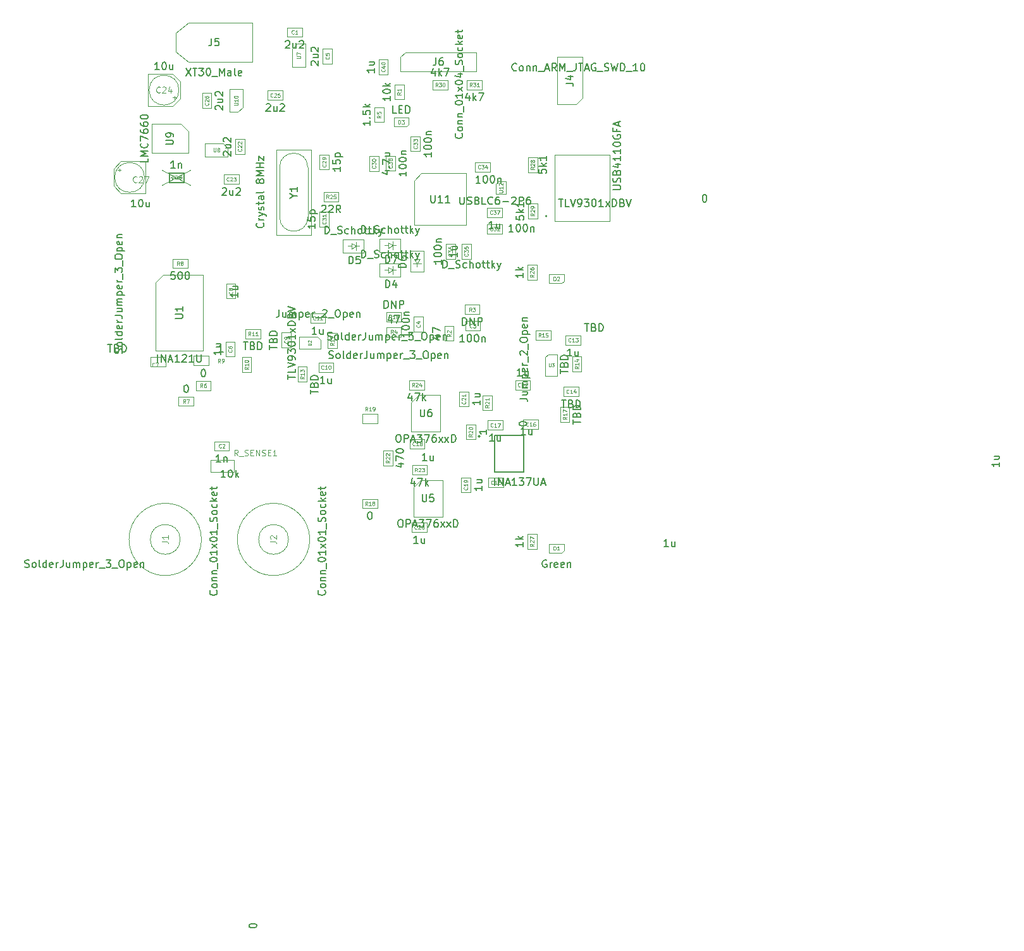
<source format=gbr>
%TF.GenerationSoftware,KiCad,Pcbnew,9.0.2*%
%TF.CreationDate,2025-11-12T20:00:32+01:00*%
%TF.ProjectId,precise_ammeter,70726563-6973-4655-9f61-6d6d65746572,rev?*%
%TF.SameCoordinates,Original*%
%TF.FileFunction,AssemblyDrawing,Top*%
%FSLAX46Y46*%
G04 Gerber Fmt 4.6, Leading zero omitted, Abs format (unit mm)*
G04 Created by KiCad (PCBNEW 9.0.2) date 2025-11-12 20:00:32*
%MOMM*%
%LPD*%
G01*
G04 APERTURE LIST*
%ADD10C,0.150000*%
%ADD11C,0.080000*%
%ADD12C,0.120000*%
%ADD13C,0.060000*%
%ADD14C,0.075000*%
%ADD15C,0.100000*%
%ADD16C,0.127000*%
%ADD17C,0.200000*%
G04 APERTURE END LIST*
D10*
X197109580Y-77925358D02*
X197157200Y-77972977D01*
X197157200Y-77972977D02*
X197204819Y-78115834D01*
X197204819Y-78115834D02*
X197204819Y-78211072D01*
X197204819Y-78211072D02*
X197157200Y-78353929D01*
X197157200Y-78353929D02*
X197061961Y-78449167D01*
X197061961Y-78449167D02*
X196966723Y-78496786D01*
X196966723Y-78496786D02*
X196776247Y-78544405D01*
X196776247Y-78544405D02*
X196633390Y-78544405D01*
X196633390Y-78544405D02*
X196442914Y-78496786D01*
X196442914Y-78496786D02*
X196347676Y-78449167D01*
X196347676Y-78449167D02*
X196252438Y-78353929D01*
X196252438Y-78353929D02*
X196204819Y-78211072D01*
X196204819Y-78211072D02*
X196204819Y-78115834D01*
X196204819Y-78115834D02*
X196252438Y-77972977D01*
X196252438Y-77972977D02*
X196300057Y-77925358D01*
X197204819Y-77496786D02*
X196538152Y-77496786D01*
X196728628Y-77496786D02*
X196633390Y-77449167D01*
X196633390Y-77449167D02*
X196585771Y-77401548D01*
X196585771Y-77401548D02*
X196538152Y-77306310D01*
X196538152Y-77306310D02*
X196538152Y-77211072D01*
X196538152Y-76972976D02*
X197204819Y-76734881D01*
X196538152Y-76496786D02*
X197204819Y-76734881D01*
X197204819Y-76734881D02*
X197442914Y-76830119D01*
X197442914Y-76830119D02*
X197490533Y-76877738D01*
X197490533Y-76877738D02*
X197538152Y-76972976D01*
X197157200Y-76163452D02*
X197204819Y-76068214D01*
X197204819Y-76068214D02*
X197204819Y-75877738D01*
X197204819Y-75877738D02*
X197157200Y-75782500D01*
X197157200Y-75782500D02*
X197061961Y-75734881D01*
X197061961Y-75734881D02*
X197014342Y-75734881D01*
X197014342Y-75734881D02*
X196919104Y-75782500D01*
X196919104Y-75782500D02*
X196871485Y-75877738D01*
X196871485Y-75877738D02*
X196871485Y-76020595D01*
X196871485Y-76020595D02*
X196823866Y-76115833D01*
X196823866Y-76115833D02*
X196728628Y-76163452D01*
X196728628Y-76163452D02*
X196681009Y-76163452D01*
X196681009Y-76163452D02*
X196585771Y-76115833D01*
X196585771Y-76115833D02*
X196538152Y-76020595D01*
X196538152Y-76020595D02*
X196538152Y-75877738D01*
X196538152Y-75877738D02*
X196585771Y-75782500D01*
X196538152Y-75449166D02*
X196538152Y-75068214D01*
X196204819Y-75306309D02*
X197061961Y-75306309D01*
X197061961Y-75306309D02*
X197157200Y-75258690D01*
X197157200Y-75258690D02*
X197204819Y-75163452D01*
X197204819Y-75163452D02*
X197204819Y-75068214D01*
X197204819Y-74306309D02*
X196681009Y-74306309D01*
X196681009Y-74306309D02*
X196585771Y-74353928D01*
X196585771Y-74353928D02*
X196538152Y-74449166D01*
X196538152Y-74449166D02*
X196538152Y-74639642D01*
X196538152Y-74639642D02*
X196585771Y-74734880D01*
X197157200Y-74306309D02*
X197204819Y-74401547D01*
X197204819Y-74401547D02*
X197204819Y-74639642D01*
X197204819Y-74639642D02*
X197157200Y-74734880D01*
X197157200Y-74734880D02*
X197061961Y-74782499D01*
X197061961Y-74782499D02*
X196966723Y-74782499D01*
X196966723Y-74782499D02*
X196871485Y-74734880D01*
X196871485Y-74734880D02*
X196823866Y-74639642D01*
X196823866Y-74639642D02*
X196823866Y-74401547D01*
X196823866Y-74401547D02*
X196776247Y-74306309D01*
X197204819Y-73687261D02*
X197157200Y-73782499D01*
X197157200Y-73782499D02*
X197061961Y-73830118D01*
X197061961Y-73830118D02*
X196204819Y-73830118D01*
X196633390Y-72401546D02*
X196585771Y-72496784D01*
X196585771Y-72496784D02*
X196538152Y-72544403D01*
X196538152Y-72544403D02*
X196442914Y-72592022D01*
X196442914Y-72592022D02*
X196395295Y-72592022D01*
X196395295Y-72592022D02*
X196300057Y-72544403D01*
X196300057Y-72544403D02*
X196252438Y-72496784D01*
X196252438Y-72496784D02*
X196204819Y-72401546D01*
X196204819Y-72401546D02*
X196204819Y-72211070D01*
X196204819Y-72211070D02*
X196252438Y-72115832D01*
X196252438Y-72115832D02*
X196300057Y-72068213D01*
X196300057Y-72068213D02*
X196395295Y-72020594D01*
X196395295Y-72020594D02*
X196442914Y-72020594D01*
X196442914Y-72020594D02*
X196538152Y-72068213D01*
X196538152Y-72068213D02*
X196585771Y-72115832D01*
X196585771Y-72115832D02*
X196633390Y-72211070D01*
X196633390Y-72211070D02*
X196633390Y-72401546D01*
X196633390Y-72401546D02*
X196681009Y-72496784D01*
X196681009Y-72496784D02*
X196728628Y-72544403D01*
X196728628Y-72544403D02*
X196823866Y-72592022D01*
X196823866Y-72592022D02*
X197014342Y-72592022D01*
X197014342Y-72592022D02*
X197109580Y-72544403D01*
X197109580Y-72544403D02*
X197157200Y-72496784D01*
X197157200Y-72496784D02*
X197204819Y-72401546D01*
X197204819Y-72401546D02*
X197204819Y-72211070D01*
X197204819Y-72211070D02*
X197157200Y-72115832D01*
X197157200Y-72115832D02*
X197109580Y-72068213D01*
X197109580Y-72068213D02*
X197014342Y-72020594D01*
X197014342Y-72020594D02*
X196823866Y-72020594D01*
X196823866Y-72020594D02*
X196728628Y-72068213D01*
X196728628Y-72068213D02*
X196681009Y-72115832D01*
X196681009Y-72115832D02*
X196633390Y-72211070D01*
X197204819Y-71592022D02*
X196204819Y-71592022D01*
X196204819Y-71592022D02*
X196919104Y-71258689D01*
X196919104Y-71258689D02*
X196204819Y-70925356D01*
X196204819Y-70925356D02*
X197204819Y-70925356D01*
X197204819Y-70449165D02*
X196204819Y-70449165D01*
X196681009Y-70449165D02*
X196681009Y-69877737D01*
X197204819Y-69877737D02*
X196204819Y-69877737D01*
X196538152Y-69496784D02*
X196538152Y-68972975D01*
X196538152Y-68972975D02*
X197204819Y-69496784D01*
X197204819Y-69496784D02*
X197204819Y-68972975D01*
X201178628Y-74258690D02*
X201654819Y-74258690D01*
X200654819Y-74592023D02*
X201178628Y-74258690D01*
X201178628Y-74258690D02*
X200654819Y-73925357D01*
X201654819Y-73068214D02*
X201654819Y-73639642D01*
X201654819Y-73353928D02*
X200654819Y-73353928D01*
X200654819Y-73353928D02*
X200797676Y-73449166D01*
X200797676Y-73449166D02*
X200892914Y-73544404D01*
X200892914Y-73544404D02*
X200940533Y-73639642D01*
X211442319Y-64233333D02*
X211442319Y-64804761D01*
X211442319Y-64519047D02*
X210442319Y-64519047D01*
X210442319Y-64519047D02*
X210585176Y-64614285D01*
X210585176Y-64614285D02*
X210680414Y-64709523D01*
X210680414Y-64709523D02*
X210728033Y-64804761D01*
X211347080Y-63804761D02*
X211394700Y-63757142D01*
X211394700Y-63757142D02*
X211442319Y-63804761D01*
X211442319Y-63804761D02*
X211394700Y-63852380D01*
X211394700Y-63852380D02*
X211347080Y-63804761D01*
X211347080Y-63804761D02*
X211442319Y-63804761D01*
X210442319Y-62852381D02*
X210442319Y-63328571D01*
X210442319Y-63328571D02*
X210918509Y-63376190D01*
X210918509Y-63376190D02*
X210870890Y-63328571D01*
X210870890Y-63328571D02*
X210823271Y-63233333D01*
X210823271Y-63233333D02*
X210823271Y-62995238D01*
X210823271Y-62995238D02*
X210870890Y-62900000D01*
X210870890Y-62900000D02*
X210918509Y-62852381D01*
X210918509Y-62852381D02*
X211013747Y-62804762D01*
X211013747Y-62804762D02*
X211251842Y-62804762D01*
X211251842Y-62804762D02*
X211347080Y-62852381D01*
X211347080Y-62852381D02*
X211394700Y-62900000D01*
X211394700Y-62900000D02*
X211442319Y-62995238D01*
X211442319Y-62995238D02*
X211442319Y-63233333D01*
X211442319Y-63233333D02*
X211394700Y-63328571D01*
X211394700Y-63328571D02*
X211347080Y-63376190D01*
X211442319Y-62376190D02*
X210442319Y-62376190D01*
X211061366Y-62280952D02*
X211442319Y-61995238D01*
X210775652Y-61995238D02*
X211156604Y-62376190D01*
D11*
X212864649Y-63483333D02*
X212626554Y-63649999D01*
X212864649Y-63769047D02*
X212364649Y-63769047D01*
X212364649Y-63769047D02*
X212364649Y-63578571D01*
X212364649Y-63578571D02*
X212388459Y-63530952D01*
X212388459Y-63530952D02*
X212412268Y-63507142D01*
X212412268Y-63507142D02*
X212459887Y-63483333D01*
X212459887Y-63483333D02*
X212531316Y-63483333D01*
X212531316Y-63483333D02*
X212578935Y-63507142D01*
X212578935Y-63507142D02*
X212602744Y-63530952D01*
X212602744Y-63530952D02*
X212626554Y-63578571D01*
X212626554Y-63578571D02*
X212626554Y-63769047D01*
X212364649Y-63030952D02*
X212364649Y-63269047D01*
X212364649Y-63269047D02*
X212602744Y-63292856D01*
X212602744Y-63292856D02*
X212578935Y-63269047D01*
X212578935Y-63269047D02*
X212555125Y-63221428D01*
X212555125Y-63221428D02*
X212555125Y-63102380D01*
X212555125Y-63102380D02*
X212578935Y-63054761D01*
X212578935Y-63054761D02*
X212602744Y-63030952D01*
X212602744Y-63030952D02*
X212650363Y-63007142D01*
X212650363Y-63007142D02*
X212769411Y-63007142D01*
X212769411Y-63007142D02*
X212817030Y-63030952D01*
X212817030Y-63030952D02*
X212840840Y-63054761D01*
X212840840Y-63054761D02*
X212864649Y-63102380D01*
X212864649Y-63102380D02*
X212864649Y-63221428D01*
X212864649Y-63221428D02*
X212840840Y-63269047D01*
X212840840Y-63269047D02*
X212817030Y-63292856D01*
D10*
X217845833Y-120834819D02*
X217274405Y-120834819D01*
X217560119Y-120834819D02*
X217560119Y-119834819D01*
X217560119Y-119834819D02*
X217464881Y-119977676D01*
X217464881Y-119977676D02*
X217369643Y-120072914D01*
X217369643Y-120072914D02*
X217274405Y-120120533D01*
X218702976Y-120168152D02*
X218702976Y-120834819D01*
X218274405Y-120168152D02*
X218274405Y-120691961D01*
X218274405Y-120691961D02*
X218322024Y-120787200D01*
X218322024Y-120787200D02*
X218417262Y-120834819D01*
X218417262Y-120834819D02*
X218560119Y-120834819D01*
X218560119Y-120834819D02*
X218655357Y-120787200D01*
X218655357Y-120787200D02*
X218702976Y-120739580D01*
D11*
X217691071Y-118879530D02*
X217667262Y-118903340D01*
X217667262Y-118903340D02*
X217595833Y-118927149D01*
X217595833Y-118927149D02*
X217548214Y-118927149D01*
X217548214Y-118927149D02*
X217476786Y-118903340D01*
X217476786Y-118903340D02*
X217429167Y-118855720D01*
X217429167Y-118855720D02*
X217405357Y-118808101D01*
X217405357Y-118808101D02*
X217381548Y-118712863D01*
X217381548Y-118712863D02*
X217381548Y-118641435D01*
X217381548Y-118641435D02*
X217405357Y-118546197D01*
X217405357Y-118546197D02*
X217429167Y-118498578D01*
X217429167Y-118498578D02*
X217476786Y-118450959D01*
X217476786Y-118450959D02*
X217548214Y-118427149D01*
X217548214Y-118427149D02*
X217595833Y-118427149D01*
X217595833Y-118427149D02*
X217667262Y-118450959D01*
X217667262Y-118450959D02*
X217691071Y-118474768D01*
X217881548Y-118474768D02*
X217905357Y-118450959D01*
X217905357Y-118450959D02*
X217952976Y-118427149D01*
X217952976Y-118427149D02*
X218072024Y-118427149D01*
X218072024Y-118427149D02*
X218119643Y-118450959D01*
X218119643Y-118450959D02*
X218143452Y-118474768D01*
X218143452Y-118474768D02*
X218167262Y-118522387D01*
X218167262Y-118522387D02*
X218167262Y-118570006D01*
X218167262Y-118570006D02*
X218143452Y-118641435D01*
X218143452Y-118641435D02*
X217857738Y-118927149D01*
X217857738Y-118927149D02*
X218167262Y-118927149D01*
X218476785Y-118427149D02*
X218524404Y-118427149D01*
X218524404Y-118427149D02*
X218572023Y-118450959D01*
X218572023Y-118450959D02*
X218595833Y-118474768D01*
X218595833Y-118474768D02*
X218619642Y-118522387D01*
X218619642Y-118522387D02*
X218643452Y-118617625D01*
X218643452Y-118617625D02*
X218643452Y-118736673D01*
X218643452Y-118736673D02*
X218619642Y-118831911D01*
X218619642Y-118831911D02*
X218595833Y-118879530D01*
X218595833Y-118879530D02*
X218572023Y-118903340D01*
X218572023Y-118903340D02*
X218524404Y-118927149D01*
X218524404Y-118927149D02*
X218476785Y-118927149D01*
X218476785Y-118927149D02*
X218429166Y-118903340D01*
X218429166Y-118903340D02*
X218405357Y-118879530D01*
X218405357Y-118879530D02*
X218381547Y-118831911D01*
X218381547Y-118831911D02*
X218357738Y-118736673D01*
X218357738Y-118736673D02*
X218357738Y-118617625D01*
X218357738Y-118617625D02*
X218381547Y-118522387D01*
X218381547Y-118522387D02*
X218405357Y-118474768D01*
X218405357Y-118474768D02*
X218429166Y-118450959D01*
X218429166Y-118450959D02*
X218476785Y-118427149D01*
D10*
X193724819Y-87246666D02*
X193724819Y-87818094D01*
X193724819Y-87532380D02*
X192724819Y-87532380D01*
X192724819Y-87532380D02*
X192867676Y-87627618D01*
X192867676Y-87627618D02*
X192962914Y-87722856D01*
X192962914Y-87722856D02*
X193010533Y-87818094D01*
X193058152Y-86389523D02*
X193724819Y-86389523D01*
X193058152Y-86818094D02*
X193581961Y-86818094D01*
X193581961Y-86818094D02*
X193677200Y-86770475D01*
X193677200Y-86770475D02*
X193724819Y-86675237D01*
X193724819Y-86675237D02*
X193724819Y-86532380D01*
X193724819Y-86532380D02*
X193677200Y-86437142D01*
X193677200Y-86437142D02*
X193629580Y-86389523D01*
D11*
X192969530Y-87113333D02*
X192993340Y-87137142D01*
X192993340Y-87137142D02*
X193017149Y-87208571D01*
X193017149Y-87208571D02*
X193017149Y-87256190D01*
X193017149Y-87256190D02*
X192993340Y-87327618D01*
X192993340Y-87327618D02*
X192945720Y-87375237D01*
X192945720Y-87375237D02*
X192898101Y-87399047D01*
X192898101Y-87399047D02*
X192802863Y-87422856D01*
X192802863Y-87422856D02*
X192731435Y-87422856D01*
X192731435Y-87422856D02*
X192636197Y-87399047D01*
X192636197Y-87399047D02*
X192588578Y-87375237D01*
X192588578Y-87375237D02*
X192540959Y-87327618D01*
X192540959Y-87327618D02*
X192517149Y-87256190D01*
X192517149Y-87256190D02*
X192517149Y-87208571D01*
X192517149Y-87208571D02*
X192540959Y-87137142D01*
X192540959Y-87137142D02*
X192564768Y-87113333D01*
X192731435Y-86827618D02*
X192707625Y-86875237D01*
X192707625Y-86875237D02*
X192683816Y-86899047D01*
X192683816Y-86899047D02*
X192636197Y-86922856D01*
X192636197Y-86922856D02*
X192612387Y-86922856D01*
X192612387Y-86922856D02*
X192564768Y-86899047D01*
X192564768Y-86899047D02*
X192540959Y-86875237D01*
X192540959Y-86875237D02*
X192517149Y-86827618D01*
X192517149Y-86827618D02*
X192517149Y-86732380D01*
X192517149Y-86732380D02*
X192540959Y-86684761D01*
X192540959Y-86684761D02*
X192564768Y-86660952D01*
X192564768Y-86660952D02*
X192612387Y-86637142D01*
X192612387Y-86637142D02*
X192636197Y-86637142D01*
X192636197Y-86637142D02*
X192683816Y-86660952D01*
X192683816Y-86660952D02*
X192707625Y-86684761D01*
X192707625Y-86684761D02*
X192731435Y-86732380D01*
X192731435Y-86732380D02*
X192731435Y-86827618D01*
X192731435Y-86827618D02*
X192755244Y-86875237D01*
X192755244Y-86875237D02*
X192779054Y-86899047D01*
X192779054Y-86899047D02*
X192826673Y-86922856D01*
X192826673Y-86922856D02*
X192921911Y-86922856D01*
X192921911Y-86922856D02*
X192969530Y-86899047D01*
X192969530Y-86899047D02*
X192993340Y-86875237D01*
X192993340Y-86875237D02*
X193017149Y-86827618D01*
X193017149Y-86827618D02*
X193017149Y-86732380D01*
X193017149Y-86732380D02*
X192993340Y-86684761D01*
X192993340Y-86684761D02*
X192969530Y-86660952D01*
X192969530Y-86660952D02*
X192921911Y-86637142D01*
X192921911Y-86637142D02*
X192826673Y-86637142D01*
X192826673Y-86637142D02*
X192779054Y-86660952D01*
X192779054Y-86660952D02*
X192755244Y-86684761D01*
X192755244Y-86684761D02*
X192731435Y-86732380D01*
D10*
X220974819Y-82819047D02*
X220974819Y-83390475D01*
X220974819Y-83104761D02*
X219974819Y-83104761D01*
X219974819Y-83104761D02*
X220117676Y-83199999D01*
X220117676Y-83199999D02*
X220212914Y-83295237D01*
X220212914Y-83295237D02*
X220260533Y-83390475D01*
X219974819Y-82199999D02*
X219974819Y-82104761D01*
X219974819Y-82104761D02*
X220022438Y-82009523D01*
X220022438Y-82009523D02*
X220070057Y-81961904D01*
X220070057Y-81961904D02*
X220165295Y-81914285D01*
X220165295Y-81914285D02*
X220355771Y-81866666D01*
X220355771Y-81866666D02*
X220593866Y-81866666D01*
X220593866Y-81866666D02*
X220784342Y-81914285D01*
X220784342Y-81914285D02*
X220879580Y-81961904D01*
X220879580Y-81961904D02*
X220927200Y-82009523D01*
X220927200Y-82009523D02*
X220974819Y-82104761D01*
X220974819Y-82104761D02*
X220974819Y-82199999D01*
X220974819Y-82199999D02*
X220927200Y-82295237D01*
X220927200Y-82295237D02*
X220879580Y-82342856D01*
X220879580Y-82342856D02*
X220784342Y-82390475D01*
X220784342Y-82390475D02*
X220593866Y-82438094D01*
X220593866Y-82438094D02*
X220355771Y-82438094D01*
X220355771Y-82438094D02*
X220165295Y-82390475D01*
X220165295Y-82390475D02*
X220070057Y-82342856D01*
X220070057Y-82342856D02*
X220022438Y-82295237D01*
X220022438Y-82295237D02*
X219974819Y-82199999D01*
X219974819Y-81247618D02*
X219974819Y-81152380D01*
X219974819Y-81152380D02*
X220022438Y-81057142D01*
X220022438Y-81057142D02*
X220070057Y-81009523D01*
X220070057Y-81009523D02*
X220165295Y-80961904D01*
X220165295Y-80961904D02*
X220355771Y-80914285D01*
X220355771Y-80914285D02*
X220593866Y-80914285D01*
X220593866Y-80914285D02*
X220784342Y-80961904D01*
X220784342Y-80961904D02*
X220879580Y-81009523D01*
X220879580Y-81009523D02*
X220927200Y-81057142D01*
X220927200Y-81057142D02*
X220974819Y-81152380D01*
X220974819Y-81152380D02*
X220974819Y-81247618D01*
X220974819Y-81247618D02*
X220927200Y-81342856D01*
X220927200Y-81342856D02*
X220879580Y-81390475D01*
X220879580Y-81390475D02*
X220784342Y-81438094D01*
X220784342Y-81438094D02*
X220593866Y-81485713D01*
X220593866Y-81485713D02*
X220355771Y-81485713D01*
X220355771Y-81485713D02*
X220165295Y-81438094D01*
X220165295Y-81438094D02*
X220070057Y-81390475D01*
X220070057Y-81390475D02*
X220022438Y-81342856D01*
X220022438Y-81342856D02*
X219974819Y-81247618D01*
X220308152Y-80485713D02*
X220974819Y-80485713D01*
X220403390Y-80485713D02*
X220355771Y-80438094D01*
X220355771Y-80438094D02*
X220308152Y-80342856D01*
X220308152Y-80342856D02*
X220308152Y-80199999D01*
X220308152Y-80199999D02*
X220355771Y-80104761D01*
X220355771Y-80104761D02*
X220451009Y-80057142D01*
X220451009Y-80057142D02*
X220974819Y-80057142D01*
D11*
X222379530Y-82021428D02*
X222403340Y-82045237D01*
X222403340Y-82045237D02*
X222427149Y-82116666D01*
X222427149Y-82116666D02*
X222427149Y-82164285D01*
X222427149Y-82164285D02*
X222403340Y-82235713D01*
X222403340Y-82235713D02*
X222355720Y-82283332D01*
X222355720Y-82283332D02*
X222308101Y-82307142D01*
X222308101Y-82307142D02*
X222212863Y-82330951D01*
X222212863Y-82330951D02*
X222141435Y-82330951D01*
X222141435Y-82330951D02*
X222046197Y-82307142D01*
X222046197Y-82307142D02*
X221998578Y-82283332D01*
X221998578Y-82283332D02*
X221950959Y-82235713D01*
X221950959Y-82235713D02*
X221927149Y-82164285D01*
X221927149Y-82164285D02*
X221927149Y-82116666D01*
X221927149Y-82116666D02*
X221950959Y-82045237D01*
X221950959Y-82045237D02*
X221974768Y-82021428D01*
X221927149Y-81854761D02*
X221927149Y-81545237D01*
X221927149Y-81545237D02*
X222117625Y-81711904D01*
X222117625Y-81711904D02*
X222117625Y-81640475D01*
X222117625Y-81640475D02*
X222141435Y-81592856D01*
X222141435Y-81592856D02*
X222165244Y-81569047D01*
X222165244Y-81569047D02*
X222212863Y-81545237D01*
X222212863Y-81545237D02*
X222331911Y-81545237D01*
X222331911Y-81545237D02*
X222379530Y-81569047D01*
X222379530Y-81569047D02*
X222403340Y-81592856D01*
X222403340Y-81592856D02*
X222427149Y-81640475D01*
X222427149Y-81640475D02*
X222427149Y-81783332D01*
X222427149Y-81783332D02*
X222403340Y-81830951D01*
X222403340Y-81830951D02*
X222379530Y-81854761D01*
X221927149Y-81116666D02*
X221927149Y-81211904D01*
X221927149Y-81211904D02*
X221950959Y-81259523D01*
X221950959Y-81259523D02*
X221974768Y-81283333D01*
X221974768Y-81283333D02*
X222046197Y-81330952D01*
X222046197Y-81330952D02*
X222141435Y-81354761D01*
X222141435Y-81354761D02*
X222331911Y-81354761D01*
X222331911Y-81354761D02*
X222379530Y-81330952D01*
X222379530Y-81330952D02*
X222403340Y-81307142D01*
X222403340Y-81307142D02*
X222427149Y-81259523D01*
X222427149Y-81259523D02*
X222427149Y-81164285D01*
X222427149Y-81164285D02*
X222403340Y-81116666D01*
X222403340Y-81116666D02*
X222379530Y-81092857D01*
X222379530Y-81092857D02*
X222331911Y-81069047D01*
X222331911Y-81069047D02*
X222212863Y-81069047D01*
X222212863Y-81069047D02*
X222165244Y-81092857D01*
X222165244Y-81092857D02*
X222141435Y-81116666D01*
X222141435Y-81116666D02*
X222117625Y-81164285D01*
X222117625Y-81164285D02*
X222117625Y-81259523D01*
X222117625Y-81259523D02*
X222141435Y-81307142D01*
X222141435Y-81307142D02*
X222165244Y-81330952D01*
X222165244Y-81330952D02*
X222212863Y-81354761D01*
D10*
X165223808Y-124007200D02*
X165366665Y-124054819D01*
X165366665Y-124054819D02*
X165604760Y-124054819D01*
X165604760Y-124054819D02*
X165699998Y-124007200D01*
X165699998Y-124007200D02*
X165747617Y-123959580D01*
X165747617Y-123959580D02*
X165795236Y-123864342D01*
X165795236Y-123864342D02*
X165795236Y-123769104D01*
X165795236Y-123769104D02*
X165747617Y-123673866D01*
X165747617Y-123673866D02*
X165699998Y-123626247D01*
X165699998Y-123626247D02*
X165604760Y-123578628D01*
X165604760Y-123578628D02*
X165414284Y-123531009D01*
X165414284Y-123531009D02*
X165319046Y-123483390D01*
X165319046Y-123483390D02*
X165271427Y-123435771D01*
X165271427Y-123435771D02*
X165223808Y-123340533D01*
X165223808Y-123340533D02*
X165223808Y-123245295D01*
X165223808Y-123245295D02*
X165271427Y-123150057D01*
X165271427Y-123150057D02*
X165319046Y-123102438D01*
X165319046Y-123102438D02*
X165414284Y-123054819D01*
X165414284Y-123054819D02*
X165652379Y-123054819D01*
X165652379Y-123054819D02*
X165795236Y-123102438D01*
X166366665Y-124054819D02*
X166271427Y-124007200D01*
X166271427Y-124007200D02*
X166223808Y-123959580D01*
X166223808Y-123959580D02*
X166176189Y-123864342D01*
X166176189Y-123864342D02*
X166176189Y-123578628D01*
X166176189Y-123578628D02*
X166223808Y-123483390D01*
X166223808Y-123483390D02*
X166271427Y-123435771D01*
X166271427Y-123435771D02*
X166366665Y-123388152D01*
X166366665Y-123388152D02*
X166509522Y-123388152D01*
X166509522Y-123388152D02*
X166604760Y-123435771D01*
X166604760Y-123435771D02*
X166652379Y-123483390D01*
X166652379Y-123483390D02*
X166699998Y-123578628D01*
X166699998Y-123578628D02*
X166699998Y-123864342D01*
X166699998Y-123864342D02*
X166652379Y-123959580D01*
X166652379Y-123959580D02*
X166604760Y-124007200D01*
X166604760Y-124007200D02*
X166509522Y-124054819D01*
X166509522Y-124054819D02*
X166366665Y-124054819D01*
X167271427Y-124054819D02*
X167176189Y-124007200D01*
X167176189Y-124007200D02*
X167128570Y-123911961D01*
X167128570Y-123911961D02*
X167128570Y-123054819D01*
X168080951Y-124054819D02*
X168080951Y-123054819D01*
X168080951Y-124007200D02*
X167985713Y-124054819D01*
X167985713Y-124054819D02*
X167795237Y-124054819D01*
X167795237Y-124054819D02*
X167699999Y-124007200D01*
X167699999Y-124007200D02*
X167652380Y-123959580D01*
X167652380Y-123959580D02*
X167604761Y-123864342D01*
X167604761Y-123864342D02*
X167604761Y-123578628D01*
X167604761Y-123578628D02*
X167652380Y-123483390D01*
X167652380Y-123483390D02*
X167699999Y-123435771D01*
X167699999Y-123435771D02*
X167795237Y-123388152D01*
X167795237Y-123388152D02*
X167985713Y-123388152D01*
X167985713Y-123388152D02*
X168080951Y-123435771D01*
X168938094Y-124007200D02*
X168842856Y-124054819D01*
X168842856Y-124054819D02*
X168652380Y-124054819D01*
X168652380Y-124054819D02*
X168557142Y-124007200D01*
X168557142Y-124007200D02*
X168509523Y-123911961D01*
X168509523Y-123911961D02*
X168509523Y-123531009D01*
X168509523Y-123531009D02*
X168557142Y-123435771D01*
X168557142Y-123435771D02*
X168652380Y-123388152D01*
X168652380Y-123388152D02*
X168842856Y-123388152D01*
X168842856Y-123388152D02*
X168938094Y-123435771D01*
X168938094Y-123435771D02*
X168985713Y-123531009D01*
X168985713Y-123531009D02*
X168985713Y-123626247D01*
X168985713Y-123626247D02*
X168509523Y-123721485D01*
X169414285Y-124054819D02*
X169414285Y-123388152D01*
X169414285Y-123578628D02*
X169461904Y-123483390D01*
X169461904Y-123483390D02*
X169509523Y-123435771D01*
X169509523Y-123435771D02*
X169604761Y-123388152D01*
X169604761Y-123388152D02*
X169699999Y-123388152D01*
X170319047Y-123054819D02*
X170319047Y-123769104D01*
X170319047Y-123769104D02*
X170271428Y-123911961D01*
X170271428Y-123911961D02*
X170176190Y-124007200D01*
X170176190Y-124007200D02*
X170033333Y-124054819D01*
X170033333Y-124054819D02*
X169938095Y-124054819D01*
X171223809Y-123388152D02*
X171223809Y-124054819D01*
X170795238Y-123388152D02*
X170795238Y-123911961D01*
X170795238Y-123911961D02*
X170842857Y-124007200D01*
X170842857Y-124007200D02*
X170938095Y-124054819D01*
X170938095Y-124054819D02*
X171080952Y-124054819D01*
X171080952Y-124054819D02*
X171176190Y-124007200D01*
X171176190Y-124007200D02*
X171223809Y-123959580D01*
X171700000Y-124054819D02*
X171700000Y-123388152D01*
X171700000Y-123483390D02*
X171747619Y-123435771D01*
X171747619Y-123435771D02*
X171842857Y-123388152D01*
X171842857Y-123388152D02*
X171985714Y-123388152D01*
X171985714Y-123388152D02*
X172080952Y-123435771D01*
X172080952Y-123435771D02*
X172128571Y-123531009D01*
X172128571Y-123531009D02*
X172128571Y-124054819D01*
X172128571Y-123531009D02*
X172176190Y-123435771D01*
X172176190Y-123435771D02*
X172271428Y-123388152D01*
X172271428Y-123388152D02*
X172414285Y-123388152D01*
X172414285Y-123388152D02*
X172509524Y-123435771D01*
X172509524Y-123435771D02*
X172557143Y-123531009D01*
X172557143Y-123531009D02*
X172557143Y-124054819D01*
X173033333Y-123388152D02*
X173033333Y-124388152D01*
X173033333Y-123435771D02*
X173128571Y-123388152D01*
X173128571Y-123388152D02*
X173319047Y-123388152D01*
X173319047Y-123388152D02*
X173414285Y-123435771D01*
X173414285Y-123435771D02*
X173461904Y-123483390D01*
X173461904Y-123483390D02*
X173509523Y-123578628D01*
X173509523Y-123578628D02*
X173509523Y-123864342D01*
X173509523Y-123864342D02*
X173461904Y-123959580D01*
X173461904Y-123959580D02*
X173414285Y-124007200D01*
X173414285Y-124007200D02*
X173319047Y-124054819D01*
X173319047Y-124054819D02*
X173128571Y-124054819D01*
X173128571Y-124054819D02*
X173033333Y-124007200D01*
X174319047Y-124007200D02*
X174223809Y-124054819D01*
X174223809Y-124054819D02*
X174033333Y-124054819D01*
X174033333Y-124054819D02*
X173938095Y-124007200D01*
X173938095Y-124007200D02*
X173890476Y-123911961D01*
X173890476Y-123911961D02*
X173890476Y-123531009D01*
X173890476Y-123531009D02*
X173938095Y-123435771D01*
X173938095Y-123435771D02*
X174033333Y-123388152D01*
X174033333Y-123388152D02*
X174223809Y-123388152D01*
X174223809Y-123388152D02*
X174319047Y-123435771D01*
X174319047Y-123435771D02*
X174366666Y-123531009D01*
X174366666Y-123531009D02*
X174366666Y-123626247D01*
X174366666Y-123626247D02*
X173890476Y-123721485D01*
X174795238Y-124054819D02*
X174795238Y-123388152D01*
X174795238Y-123578628D02*
X174842857Y-123483390D01*
X174842857Y-123483390D02*
X174890476Y-123435771D01*
X174890476Y-123435771D02*
X174985714Y-123388152D01*
X174985714Y-123388152D02*
X175080952Y-123388152D01*
X175176191Y-124150057D02*
X175938095Y-124150057D01*
X176080953Y-123054819D02*
X176700000Y-123054819D01*
X176700000Y-123054819D02*
X176366667Y-123435771D01*
X176366667Y-123435771D02*
X176509524Y-123435771D01*
X176509524Y-123435771D02*
X176604762Y-123483390D01*
X176604762Y-123483390D02*
X176652381Y-123531009D01*
X176652381Y-123531009D02*
X176700000Y-123626247D01*
X176700000Y-123626247D02*
X176700000Y-123864342D01*
X176700000Y-123864342D02*
X176652381Y-123959580D01*
X176652381Y-123959580D02*
X176604762Y-124007200D01*
X176604762Y-124007200D02*
X176509524Y-124054819D01*
X176509524Y-124054819D02*
X176223810Y-124054819D01*
X176223810Y-124054819D02*
X176128572Y-124007200D01*
X176128572Y-124007200D02*
X176080953Y-123959580D01*
X176890477Y-124150057D02*
X177652381Y-124150057D01*
X178080953Y-123054819D02*
X178271429Y-123054819D01*
X178271429Y-123054819D02*
X178366667Y-123102438D01*
X178366667Y-123102438D02*
X178461905Y-123197676D01*
X178461905Y-123197676D02*
X178509524Y-123388152D01*
X178509524Y-123388152D02*
X178509524Y-123721485D01*
X178509524Y-123721485D02*
X178461905Y-123911961D01*
X178461905Y-123911961D02*
X178366667Y-124007200D01*
X178366667Y-124007200D02*
X178271429Y-124054819D01*
X178271429Y-124054819D02*
X178080953Y-124054819D01*
X178080953Y-124054819D02*
X177985715Y-124007200D01*
X177985715Y-124007200D02*
X177890477Y-123911961D01*
X177890477Y-123911961D02*
X177842858Y-123721485D01*
X177842858Y-123721485D02*
X177842858Y-123388152D01*
X177842858Y-123388152D02*
X177890477Y-123197676D01*
X177890477Y-123197676D02*
X177985715Y-123102438D01*
X177985715Y-123102438D02*
X178080953Y-123054819D01*
X178938096Y-123388152D02*
X178938096Y-124388152D01*
X178938096Y-123435771D02*
X179033334Y-123388152D01*
X179033334Y-123388152D02*
X179223810Y-123388152D01*
X179223810Y-123388152D02*
X179319048Y-123435771D01*
X179319048Y-123435771D02*
X179366667Y-123483390D01*
X179366667Y-123483390D02*
X179414286Y-123578628D01*
X179414286Y-123578628D02*
X179414286Y-123864342D01*
X179414286Y-123864342D02*
X179366667Y-123959580D01*
X179366667Y-123959580D02*
X179319048Y-124007200D01*
X179319048Y-124007200D02*
X179223810Y-124054819D01*
X179223810Y-124054819D02*
X179033334Y-124054819D01*
X179033334Y-124054819D02*
X178938096Y-124007200D01*
X180223810Y-124007200D02*
X180128572Y-124054819D01*
X180128572Y-124054819D02*
X179938096Y-124054819D01*
X179938096Y-124054819D02*
X179842858Y-124007200D01*
X179842858Y-124007200D02*
X179795239Y-123911961D01*
X179795239Y-123911961D02*
X179795239Y-123531009D01*
X179795239Y-123531009D02*
X179842858Y-123435771D01*
X179842858Y-123435771D02*
X179938096Y-123388152D01*
X179938096Y-123388152D02*
X180128572Y-123388152D01*
X180128572Y-123388152D02*
X180223810Y-123435771D01*
X180223810Y-123435771D02*
X180271429Y-123531009D01*
X180271429Y-123531009D02*
X180271429Y-123626247D01*
X180271429Y-123626247D02*
X179795239Y-123721485D01*
X180700001Y-123388152D02*
X180700001Y-124054819D01*
X180700001Y-123483390D02*
X180747620Y-123435771D01*
X180747620Y-123435771D02*
X180842858Y-123388152D01*
X180842858Y-123388152D02*
X180985715Y-123388152D01*
X180985715Y-123388152D02*
X181080953Y-123435771D01*
X181080953Y-123435771D02*
X181128572Y-123531009D01*
X181128572Y-123531009D02*
X181128572Y-124054819D01*
X205390475Y-79354819D02*
X205390475Y-78354819D01*
X205390475Y-78354819D02*
X205628570Y-78354819D01*
X205628570Y-78354819D02*
X205771427Y-78402438D01*
X205771427Y-78402438D02*
X205866665Y-78497676D01*
X205866665Y-78497676D02*
X205914284Y-78592914D01*
X205914284Y-78592914D02*
X205961903Y-78783390D01*
X205961903Y-78783390D02*
X205961903Y-78926247D01*
X205961903Y-78926247D02*
X205914284Y-79116723D01*
X205914284Y-79116723D02*
X205866665Y-79211961D01*
X205866665Y-79211961D02*
X205771427Y-79307200D01*
X205771427Y-79307200D02*
X205628570Y-79354819D01*
X205628570Y-79354819D02*
X205390475Y-79354819D01*
X206152380Y-79450057D02*
X206914284Y-79450057D01*
X207104761Y-79307200D02*
X207247618Y-79354819D01*
X207247618Y-79354819D02*
X207485713Y-79354819D01*
X207485713Y-79354819D02*
X207580951Y-79307200D01*
X207580951Y-79307200D02*
X207628570Y-79259580D01*
X207628570Y-79259580D02*
X207676189Y-79164342D01*
X207676189Y-79164342D02*
X207676189Y-79069104D01*
X207676189Y-79069104D02*
X207628570Y-78973866D01*
X207628570Y-78973866D02*
X207580951Y-78926247D01*
X207580951Y-78926247D02*
X207485713Y-78878628D01*
X207485713Y-78878628D02*
X207295237Y-78831009D01*
X207295237Y-78831009D02*
X207199999Y-78783390D01*
X207199999Y-78783390D02*
X207152380Y-78735771D01*
X207152380Y-78735771D02*
X207104761Y-78640533D01*
X207104761Y-78640533D02*
X207104761Y-78545295D01*
X207104761Y-78545295D02*
X207152380Y-78450057D01*
X207152380Y-78450057D02*
X207199999Y-78402438D01*
X207199999Y-78402438D02*
X207295237Y-78354819D01*
X207295237Y-78354819D02*
X207533332Y-78354819D01*
X207533332Y-78354819D02*
X207676189Y-78402438D01*
X208533332Y-79307200D02*
X208438094Y-79354819D01*
X208438094Y-79354819D02*
X208247618Y-79354819D01*
X208247618Y-79354819D02*
X208152380Y-79307200D01*
X208152380Y-79307200D02*
X208104761Y-79259580D01*
X208104761Y-79259580D02*
X208057142Y-79164342D01*
X208057142Y-79164342D02*
X208057142Y-78878628D01*
X208057142Y-78878628D02*
X208104761Y-78783390D01*
X208104761Y-78783390D02*
X208152380Y-78735771D01*
X208152380Y-78735771D02*
X208247618Y-78688152D01*
X208247618Y-78688152D02*
X208438094Y-78688152D01*
X208438094Y-78688152D02*
X208533332Y-78735771D01*
X208961904Y-79354819D02*
X208961904Y-78354819D01*
X209390475Y-79354819D02*
X209390475Y-78831009D01*
X209390475Y-78831009D02*
X209342856Y-78735771D01*
X209342856Y-78735771D02*
X209247618Y-78688152D01*
X209247618Y-78688152D02*
X209104761Y-78688152D01*
X209104761Y-78688152D02*
X209009523Y-78735771D01*
X209009523Y-78735771D02*
X208961904Y-78783390D01*
X210009523Y-79354819D02*
X209914285Y-79307200D01*
X209914285Y-79307200D02*
X209866666Y-79259580D01*
X209866666Y-79259580D02*
X209819047Y-79164342D01*
X209819047Y-79164342D02*
X209819047Y-78878628D01*
X209819047Y-78878628D02*
X209866666Y-78783390D01*
X209866666Y-78783390D02*
X209914285Y-78735771D01*
X209914285Y-78735771D02*
X210009523Y-78688152D01*
X210009523Y-78688152D02*
X210152380Y-78688152D01*
X210152380Y-78688152D02*
X210247618Y-78735771D01*
X210247618Y-78735771D02*
X210295237Y-78783390D01*
X210295237Y-78783390D02*
X210342856Y-78878628D01*
X210342856Y-78878628D02*
X210342856Y-79164342D01*
X210342856Y-79164342D02*
X210295237Y-79259580D01*
X210295237Y-79259580D02*
X210247618Y-79307200D01*
X210247618Y-79307200D02*
X210152380Y-79354819D01*
X210152380Y-79354819D02*
X210009523Y-79354819D01*
X210628571Y-78688152D02*
X211009523Y-78688152D01*
X210771428Y-78354819D02*
X210771428Y-79211961D01*
X210771428Y-79211961D02*
X210819047Y-79307200D01*
X210819047Y-79307200D02*
X210914285Y-79354819D01*
X210914285Y-79354819D02*
X211009523Y-79354819D01*
X211200000Y-78688152D02*
X211580952Y-78688152D01*
X211342857Y-78354819D02*
X211342857Y-79211961D01*
X211342857Y-79211961D02*
X211390476Y-79307200D01*
X211390476Y-79307200D02*
X211485714Y-79354819D01*
X211485714Y-79354819D02*
X211580952Y-79354819D01*
X211914286Y-79354819D02*
X211914286Y-78354819D01*
X212009524Y-78973866D02*
X212295238Y-79354819D01*
X212295238Y-78688152D02*
X211914286Y-79069104D01*
X212628572Y-78688152D02*
X212866667Y-79354819D01*
X213104762Y-78688152D02*
X212866667Y-79354819D01*
X212866667Y-79354819D02*
X212771429Y-79592914D01*
X212771429Y-79592914D02*
X212723810Y-79640533D01*
X212723810Y-79640533D02*
X212628572Y-79688152D01*
X208588905Y-83359819D02*
X208588905Y-82359819D01*
X208588905Y-82359819D02*
X208827000Y-82359819D01*
X208827000Y-82359819D02*
X208969857Y-82407438D01*
X208969857Y-82407438D02*
X209065095Y-82502676D01*
X209065095Y-82502676D02*
X209112714Y-82597914D01*
X209112714Y-82597914D02*
X209160333Y-82788390D01*
X209160333Y-82788390D02*
X209160333Y-82931247D01*
X209160333Y-82931247D02*
X209112714Y-83121723D01*
X209112714Y-83121723D02*
X209065095Y-83216961D01*
X209065095Y-83216961D02*
X208969857Y-83312200D01*
X208969857Y-83312200D02*
X208827000Y-83359819D01*
X208827000Y-83359819D02*
X208588905Y-83359819D01*
X210065095Y-82359819D02*
X209588905Y-82359819D01*
X209588905Y-82359819D02*
X209541286Y-82836009D01*
X209541286Y-82836009D02*
X209588905Y-82788390D01*
X209588905Y-82788390D02*
X209684143Y-82740771D01*
X209684143Y-82740771D02*
X209922238Y-82740771D01*
X209922238Y-82740771D02*
X210017476Y-82788390D01*
X210017476Y-82788390D02*
X210065095Y-82836009D01*
X210065095Y-82836009D02*
X210112714Y-82931247D01*
X210112714Y-82931247D02*
X210112714Y-83169342D01*
X210112714Y-83169342D02*
X210065095Y-83264580D01*
X210065095Y-83264580D02*
X210017476Y-83312200D01*
X210017476Y-83312200D02*
X209922238Y-83359819D01*
X209922238Y-83359819D02*
X209684143Y-83359819D01*
X209684143Y-83359819D02*
X209588905Y-83312200D01*
X209588905Y-83312200D02*
X209541286Y-83264580D01*
X223814286Y-91604819D02*
X223814286Y-90604819D01*
X223814286Y-90604819D02*
X224052381Y-90604819D01*
X224052381Y-90604819D02*
X224195238Y-90652438D01*
X224195238Y-90652438D02*
X224290476Y-90747676D01*
X224290476Y-90747676D02*
X224338095Y-90842914D01*
X224338095Y-90842914D02*
X224385714Y-91033390D01*
X224385714Y-91033390D02*
X224385714Y-91176247D01*
X224385714Y-91176247D02*
X224338095Y-91366723D01*
X224338095Y-91366723D02*
X224290476Y-91461961D01*
X224290476Y-91461961D02*
X224195238Y-91557200D01*
X224195238Y-91557200D02*
X224052381Y-91604819D01*
X224052381Y-91604819D02*
X223814286Y-91604819D01*
X224814286Y-91604819D02*
X224814286Y-90604819D01*
X224814286Y-90604819D02*
X225385714Y-91604819D01*
X225385714Y-91604819D02*
X225385714Y-90604819D01*
X225861905Y-91604819D02*
X225861905Y-90604819D01*
X225861905Y-90604819D02*
X226242857Y-90604819D01*
X226242857Y-90604819D02*
X226338095Y-90652438D01*
X226338095Y-90652438D02*
X226385714Y-90700057D01*
X226385714Y-90700057D02*
X226433333Y-90795295D01*
X226433333Y-90795295D02*
X226433333Y-90938152D01*
X226433333Y-90938152D02*
X226385714Y-91033390D01*
X226385714Y-91033390D02*
X226338095Y-91081009D01*
X226338095Y-91081009D02*
X226242857Y-91128628D01*
X226242857Y-91128628D02*
X225861905Y-91128628D01*
D11*
X225016666Y-89727149D02*
X224850000Y-89489054D01*
X224730952Y-89727149D02*
X224730952Y-89227149D01*
X224730952Y-89227149D02*
X224921428Y-89227149D01*
X224921428Y-89227149D02*
X224969047Y-89250959D01*
X224969047Y-89250959D02*
X224992857Y-89274768D01*
X224992857Y-89274768D02*
X225016666Y-89322387D01*
X225016666Y-89322387D02*
X225016666Y-89393816D01*
X225016666Y-89393816D02*
X224992857Y-89441435D01*
X224992857Y-89441435D02*
X224969047Y-89465244D01*
X224969047Y-89465244D02*
X224921428Y-89489054D01*
X224921428Y-89489054D02*
X224730952Y-89489054D01*
X225183333Y-89227149D02*
X225492857Y-89227149D01*
X225492857Y-89227149D02*
X225326190Y-89417625D01*
X225326190Y-89417625D02*
X225397619Y-89417625D01*
X225397619Y-89417625D02*
X225445238Y-89441435D01*
X225445238Y-89441435D02*
X225469047Y-89465244D01*
X225469047Y-89465244D02*
X225492857Y-89512863D01*
X225492857Y-89512863D02*
X225492857Y-89631911D01*
X225492857Y-89631911D02*
X225469047Y-89679530D01*
X225469047Y-89679530D02*
X225445238Y-89703340D01*
X225445238Y-89703340D02*
X225397619Y-89727149D01*
X225397619Y-89727149D02*
X225254762Y-89727149D01*
X225254762Y-89727149D02*
X225207143Y-89703340D01*
X225207143Y-89703340D02*
X225183333Y-89679530D01*
D10*
X183194642Y-57354819D02*
X182623214Y-57354819D01*
X182908928Y-57354819D02*
X182908928Y-56354819D01*
X182908928Y-56354819D02*
X182813690Y-56497676D01*
X182813690Y-56497676D02*
X182718452Y-56592914D01*
X182718452Y-56592914D02*
X182623214Y-56640533D01*
X183813690Y-56354819D02*
X183908928Y-56354819D01*
X183908928Y-56354819D02*
X184004166Y-56402438D01*
X184004166Y-56402438D02*
X184051785Y-56450057D01*
X184051785Y-56450057D02*
X184099404Y-56545295D01*
X184099404Y-56545295D02*
X184147023Y-56735771D01*
X184147023Y-56735771D02*
X184147023Y-56973866D01*
X184147023Y-56973866D02*
X184099404Y-57164342D01*
X184099404Y-57164342D02*
X184051785Y-57259580D01*
X184051785Y-57259580D02*
X184004166Y-57307200D01*
X184004166Y-57307200D02*
X183908928Y-57354819D01*
X183908928Y-57354819D02*
X183813690Y-57354819D01*
X183813690Y-57354819D02*
X183718452Y-57307200D01*
X183718452Y-57307200D02*
X183670833Y-57259580D01*
X183670833Y-57259580D02*
X183623214Y-57164342D01*
X183623214Y-57164342D02*
X183575595Y-56973866D01*
X183575595Y-56973866D02*
X183575595Y-56735771D01*
X183575595Y-56735771D02*
X183623214Y-56545295D01*
X183623214Y-56545295D02*
X183670833Y-56450057D01*
X183670833Y-56450057D02*
X183718452Y-56402438D01*
X183718452Y-56402438D02*
X183813690Y-56354819D01*
X185004166Y-56688152D02*
X185004166Y-57354819D01*
X184575595Y-56688152D02*
X184575595Y-57211961D01*
X184575595Y-57211961D02*
X184623214Y-57307200D01*
X184623214Y-57307200D02*
X184718452Y-57354819D01*
X184718452Y-57354819D02*
X184861309Y-57354819D01*
X184861309Y-57354819D02*
X184956547Y-57307200D01*
X184956547Y-57307200D02*
X185004166Y-57259580D01*
D12*
X183323214Y-60387664D02*
X183285118Y-60425760D01*
X183285118Y-60425760D02*
X183170833Y-60463855D01*
X183170833Y-60463855D02*
X183094642Y-60463855D01*
X183094642Y-60463855D02*
X182980356Y-60425760D01*
X182980356Y-60425760D02*
X182904166Y-60349569D01*
X182904166Y-60349569D02*
X182866071Y-60273379D01*
X182866071Y-60273379D02*
X182827975Y-60120998D01*
X182827975Y-60120998D02*
X182827975Y-60006712D01*
X182827975Y-60006712D02*
X182866071Y-59854331D01*
X182866071Y-59854331D02*
X182904166Y-59778140D01*
X182904166Y-59778140D02*
X182980356Y-59701950D01*
X182980356Y-59701950D02*
X183094642Y-59663855D01*
X183094642Y-59663855D02*
X183170833Y-59663855D01*
X183170833Y-59663855D02*
X183285118Y-59701950D01*
X183285118Y-59701950D02*
X183323214Y-59740045D01*
X183627975Y-59740045D02*
X183666071Y-59701950D01*
X183666071Y-59701950D02*
X183742261Y-59663855D01*
X183742261Y-59663855D02*
X183932737Y-59663855D01*
X183932737Y-59663855D02*
X184008928Y-59701950D01*
X184008928Y-59701950D02*
X184047023Y-59740045D01*
X184047023Y-59740045D02*
X184085118Y-59816236D01*
X184085118Y-59816236D02*
X184085118Y-59892426D01*
X184085118Y-59892426D02*
X184047023Y-60006712D01*
X184047023Y-60006712D02*
X183589880Y-60463855D01*
X183589880Y-60463855D02*
X184085118Y-60463855D01*
X184770833Y-59930521D02*
X184770833Y-60463855D01*
X184580357Y-59625760D02*
X184389880Y-60197188D01*
X184389880Y-60197188D02*
X184885119Y-60197188D01*
D10*
X186752381Y-99604819D02*
X186847619Y-99604819D01*
X186847619Y-99604819D02*
X186942857Y-99652438D01*
X186942857Y-99652438D02*
X186990476Y-99700057D01*
X186990476Y-99700057D02*
X187038095Y-99795295D01*
X187038095Y-99795295D02*
X187085714Y-99985771D01*
X187085714Y-99985771D02*
X187085714Y-100223866D01*
X187085714Y-100223866D02*
X187038095Y-100414342D01*
X187038095Y-100414342D02*
X186990476Y-100509580D01*
X186990476Y-100509580D02*
X186942857Y-100557200D01*
X186942857Y-100557200D02*
X186847619Y-100604819D01*
X186847619Y-100604819D02*
X186752381Y-100604819D01*
X186752381Y-100604819D02*
X186657143Y-100557200D01*
X186657143Y-100557200D02*
X186609524Y-100509580D01*
X186609524Y-100509580D02*
X186561905Y-100414342D01*
X186561905Y-100414342D02*
X186514286Y-100223866D01*
X186514286Y-100223866D02*
X186514286Y-99985771D01*
X186514286Y-99985771D02*
X186561905Y-99795295D01*
X186561905Y-99795295D02*
X186609524Y-99700057D01*
X186609524Y-99700057D02*
X186657143Y-99652438D01*
X186657143Y-99652438D02*
X186752381Y-99604819D01*
D11*
X186716666Y-102027149D02*
X186550000Y-101789054D01*
X186430952Y-102027149D02*
X186430952Y-101527149D01*
X186430952Y-101527149D02*
X186621428Y-101527149D01*
X186621428Y-101527149D02*
X186669047Y-101550959D01*
X186669047Y-101550959D02*
X186692857Y-101574768D01*
X186692857Y-101574768D02*
X186716666Y-101622387D01*
X186716666Y-101622387D02*
X186716666Y-101693816D01*
X186716666Y-101693816D02*
X186692857Y-101741435D01*
X186692857Y-101741435D02*
X186669047Y-101765244D01*
X186669047Y-101765244D02*
X186621428Y-101789054D01*
X186621428Y-101789054D02*
X186430952Y-101789054D01*
X186883333Y-101527149D02*
X187216666Y-101527149D01*
X187216666Y-101527149D02*
X187002381Y-102027149D01*
D10*
X216984523Y-101038152D02*
X216984523Y-101704819D01*
X216746428Y-100657200D02*
X216508333Y-101371485D01*
X216508333Y-101371485D02*
X217127380Y-101371485D01*
X217413095Y-100704819D02*
X218079761Y-100704819D01*
X218079761Y-100704819D02*
X217651190Y-101704819D01*
X218460714Y-101704819D02*
X218460714Y-100704819D01*
X218555952Y-101323866D02*
X218841666Y-101704819D01*
X218841666Y-101038152D02*
X218460714Y-101419104D01*
D11*
X217353571Y-99827149D02*
X217186905Y-99589054D01*
X217067857Y-99827149D02*
X217067857Y-99327149D01*
X217067857Y-99327149D02*
X217258333Y-99327149D01*
X217258333Y-99327149D02*
X217305952Y-99350959D01*
X217305952Y-99350959D02*
X217329762Y-99374768D01*
X217329762Y-99374768D02*
X217353571Y-99422387D01*
X217353571Y-99422387D02*
X217353571Y-99493816D01*
X217353571Y-99493816D02*
X217329762Y-99541435D01*
X217329762Y-99541435D02*
X217305952Y-99565244D01*
X217305952Y-99565244D02*
X217258333Y-99589054D01*
X217258333Y-99589054D02*
X217067857Y-99589054D01*
X217544048Y-99374768D02*
X217567857Y-99350959D01*
X217567857Y-99350959D02*
X217615476Y-99327149D01*
X217615476Y-99327149D02*
X217734524Y-99327149D01*
X217734524Y-99327149D02*
X217782143Y-99350959D01*
X217782143Y-99350959D02*
X217805952Y-99374768D01*
X217805952Y-99374768D02*
X217829762Y-99422387D01*
X217829762Y-99422387D02*
X217829762Y-99470006D01*
X217829762Y-99470006D02*
X217805952Y-99541435D01*
X217805952Y-99541435D02*
X217520238Y-99827149D01*
X217520238Y-99827149D02*
X217829762Y-99827149D01*
X218258333Y-99493816D02*
X218258333Y-99827149D01*
X218139285Y-99303340D02*
X218020238Y-99660482D01*
X218020238Y-99660482D02*
X218329761Y-99660482D01*
D10*
X192054761Y-111984819D02*
X191483333Y-111984819D01*
X191769047Y-111984819D02*
X191769047Y-110984819D01*
X191769047Y-110984819D02*
X191673809Y-111127676D01*
X191673809Y-111127676D02*
X191578571Y-111222914D01*
X191578571Y-111222914D02*
X191483333Y-111270533D01*
X192673809Y-110984819D02*
X192769047Y-110984819D01*
X192769047Y-110984819D02*
X192864285Y-111032438D01*
X192864285Y-111032438D02*
X192911904Y-111080057D01*
X192911904Y-111080057D02*
X192959523Y-111175295D01*
X192959523Y-111175295D02*
X193007142Y-111365771D01*
X193007142Y-111365771D02*
X193007142Y-111603866D01*
X193007142Y-111603866D02*
X192959523Y-111794342D01*
X192959523Y-111794342D02*
X192911904Y-111889580D01*
X192911904Y-111889580D02*
X192864285Y-111937200D01*
X192864285Y-111937200D02*
X192769047Y-111984819D01*
X192769047Y-111984819D02*
X192673809Y-111984819D01*
X192673809Y-111984819D02*
X192578571Y-111937200D01*
X192578571Y-111937200D02*
X192530952Y-111889580D01*
X192530952Y-111889580D02*
X192483333Y-111794342D01*
X192483333Y-111794342D02*
X192435714Y-111603866D01*
X192435714Y-111603866D02*
X192435714Y-111365771D01*
X192435714Y-111365771D02*
X192483333Y-111175295D01*
X192483333Y-111175295D02*
X192530952Y-111080057D01*
X192530952Y-111080057D02*
X192578571Y-111032438D01*
X192578571Y-111032438D02*
X192673809Y-110984819D01*
X193435714Y-111984819D02*
X193435714Y-110984819D01*
X193530952Y-111603866D02*
X193816666Y-111984819D01*
X193816666Y-111318152D02*
X193435714Y-111699104D01*
D12*
X193717142Y-109093855D02*
X193450475Y-108712902D01*
X193259999Y-109093855D02*
X193259999Y-108293855D01*
X193259999Y-108293855D02*
X193564761Y-108293855D01*
X193564761Y-108293855D02*
X193640951Y-108331950D01*
X193640951Y-108331950D02*
X193679046Y-108370045D01*
X193679046Y-108370045D02*
X193717142Y-108446236D01*
X193717142Y-108446236D02*
X193717142Y-108560521D01*
X193717142Y-108560521D02*
X193679046Y-108636712D01*
X193679046Y-108636712D02*
X193640951Y-108674807D01*
X193640951Y-108674807D02*
X193564761Y-108712902D01*
X193564761Y-108712902D02*
X193259999Y-108712902D01*
X193869523Y-109170045D02*
X194479046Y-109170045D01*
X194631427Y-109055760D02*
X194745713Y-109093855D01*
X194745713Y-109093855D02*
X194936189Y-109093855D01*
X194936189Y-109093855D02*
X195012380Y-109055760D01*
X195012380Y-109055760D02*
X195050475Y-109017664D01*
X195050475Y-109017664D02*
X195088570Y-108941474D01*
X195088570Y-108941474D02*
X195088570Y-108865283D01*
X195088570Y-108865283D02*
X195050475Y-108789093D01*
X195050475Y-108789093D02*
X195012380Y-108750998D01*
X195012380Y-108750998D02*
X194936189Y-108712902D01*
X194936189Y-108712902D02*
X194783808Y-108674807D01*
X194783808Y-108674807D02*
X194707618Y-108636712D01*
X194707618Y-108636712D02*
X194669523Y-108598617D01*
X194669523Y-108598617D02*
X194631427Y-108522426D01*
X194631427Y-108522426D02*
X194631427Y-108446236D01*
X194631427Y-108446236D02*
X194669523Y-108370045D01*
X194669523Y-108370045D02*
X194707618Y-108331950D01*
X194707618Y-108331950D02*
X194783808Y-108293855D01*
X194783808Y-108293855D02*
X194974285Y-108293855D01*
X194974285Y-108293855D02*
X195088570Y-108331950D01*
X195431428Y-108674807D02*
X195698094Y-108674807D01*
X195812380Y-109093855D02*
X195431428Y-109093855D01*
X195431428Y-109093855D02*
X195431428Y-108293855D01*
X195431428Y-108293855D02*
X195812380Y-108293855D01*
X196155238Y-109093855D02*
X196155238Y-108293855D01*
X196155238Y-108293855D02*
X196612381Y-109093855D01*
X196612381Y-109093855D02*
X196612381Y-108293855D01*
X196955237Y-109055760D02*
X197069523Y-109093855D01*
X197069523Y-109093855D02*
X197259999Y-109093855D01*
X197259999Y-109093855D02*
X197336190Y-109055760D01*
X197336190Y-109055760D02*
X197374285Y-109017664D01*
X197374285Y-109017664D02*
X197412380Y-108941474D01*
X197412380Y-108941474D02*
X197412380Y-108865283D01*
X197412380Y-108865283D02*
X197374285Y-108789093D01*
X197374285Y-108789093D02*
X197336190Y-108750998D01*
X197336190Y-108750998D02*
X197259999Y-108712902D01*
X197259999Y-108712902D02*
X197107618Y-108674807D01*
X197107618Y-108674807D02*
X197031428Y-108636712D01*
X197031428Y-108636712D02*
X196993333Y-108598617D01*
X196993333Y-108598617D02*
X196955237Y-108522426D01*
X196955237Y-108522426D02*
X196955237Y-108446236D01*
X196955237Y-108446236D02*
X196993333Y-108370045D01*
X196993333Y-108370045D02*
X197031428Y-108331950D01*
X197031428Y-108331950D02*
X197107618Y-108293855D01*
X197107618Y-108293855D02*
X197298095Y-108293855D01*
X197298095Y-108293855D02*
X197412380Y-108331950D01*
X197755238Y-108674807D02*
X198021904Y-108674807D01*
X198136190Y-109093855D02*
X197755238Y-109093855D01*
X197755238Y-109093855D02*
X197755238Y-108293855D01*
X197755238Y-108293855D02*
X198136190Y-108293855D01*
X198898095Y-109093855D02*
X198440952Y-109093855D01*
X198669524Y-109093855D02*
X198669524Y-108293855D01*
X198669524Y-108293855D02*
X198593333Y-108408140D01*
X198593333Y-108408140D02*
X198517143Y-108484331D01*
X198517143Y-108484331D02*
X198440952Y-108522426D01*
D10*
X197523214Y-62030057D02*
X197570833Y-61982438D01*
X197570833Y-61982438D02*
X197666071Y-61934819D01*
X197666071Y-61934819D02*
X197904166Y-61934819D01*
X197904166Y-61934819D02*
X197999404Y-61982438D01*
X197999404Y-61982438D02*
X198047023Y-62030057D01*
X198047023Y-62030057D02*
X198094642Y-62125295D01*
X198094642Y-62125295D02*
X198094642Y-62220533D01*
X198094642Y-62220533D02*
X198047023Y-62363390D01*
X198047023Y-62363390D02*
X197475595Y-62934819D01*
X197475595Y-62934819D02*
X198094642Y-62934819D01*
X198951785Y-62268152D02*
X198951785Y-62934819D01*
X198523214Y-62268152D02*
X198523214Y-62791961D01*
X198523214Y-62791961D02*
X198570833Y-62887200D01*
X198570833Y-62887200D02*
X198666071Y-62934819D01*
X198666071Y-62934819D02*
X198808928Y-62934819D01*
X198808928Y-62934819D02*
X198904166Y-62887200D01*
X198904166Y-62887200D02*
X198951785Y-62839580D01*
X199380357Y-62030057D02*
X199427976Y-61982438D01*
X199427976Y-61982438D02*
X199523214Y-61934819D01*
X199523214Y-61934819D02*
X199761309Y-61934819D01*
X199761309Y-61934819D02*
X199856547Y-61982438D01*
X199856547Y-61982438D02*
X199904166Y-62030057D01*
X199904166Y-62030057D02*
X199951785Y-62125295D01*
X199951785Y-62125295D02*
X199951785Y-62220533D01*
X199951785Y-62220533D02*
X199904166Y-62363390D01*
X199904166Y-62363390D02*
X199332738Y-62934819D01*
X199332738Y-62934819D02*
X199951785Y-62934819D01*
D11*
X198416071Y-60979530D02*
X198392262Y-61003340D01*
X198392262Y-61003340D02*
X198320833Y-61027149D01*
X198320833Y-61027149D02*
X198273214Y-61027149D01*
X198273214Y-61027149D02*
X198201786Y-61003340D01*
X198201786Y-61003340D02*
X198154167Y-60955720D01*
X198154167Y-60955720D02*
X198130357Y-60908101D01*
X198130357Y-60908101D02*
X198106548Y-60812863D01*
X198106548Y-60812863D02*
X198106548Y-60741435D01*
X198106548Y-60741435D02*
X198130357Y-60646197D01*
X198130357Y-60646197D02*
X198154167Y-60598578D01*
X198154167Y-60598578D02*
X198201786Y-60550959D01*
X198201786Y-60550959D02*
X198273214Y-60527149D01*
X198273214Y-60527149D02*
X198320833Y-60527149D01*
X198320833Y-60527149D02*
X198392262Y-60550959D01*
X198392262Y-60550959D02*
X198416071Y-60574768D01*
X198606548Y-60574768D02*
X198630357Y-60550959D01*
X198630357Y-60550959D02*
X198677976Y-60527149D01*
X198677976Y-60527149D02*
X198797024Y-60527149D01*
X198797024Y-60527149D02*
X198844643Y-60550959D01*
X198844643Y-60550959D02*
X198868452Y-60574768D01*
X198868452Y-60574768D02*
X198892262Y-60622387D01*
X198892262Y-60622387D02*
X198892262Y-60670006D01*
X198892262Y-60670006D02*
X198868452Y-60741435D01*
X198868452Y-60741435D02*
X198582738Y-61027149D01*
X198582738Y-61027149D02*
X198892262Y-61027149D01*
X199344642Y-60527149D02*
X199106547Y-60527149D01*
X199106547Y-60527149D02*
X199082738Y-60765244D01*
X199082738Y-60765244D02*
X199106547Y-60741435D01*
X199106547Y-60741435D02*
X199154166Y-60717625D01*
X199154166Y-60717625D02*
X199273214Y-60717625D01*
X199273214Y-60717625D02*
X199320833Y-60741435D01*
X199320833Y-60741435D02*
X199344642Y-60765244D01*
X199344642Y-60765244D02*
X199368452Y-60812863D01*
X199368452Y-60812863D02*
X199368452Y-60931911D01*
X199368452Y-60931911D02*
X199344642Y-60979530D01*
X199344642Y-60979530D02*
X199320833Y-61003340D01*
X199320833Y-61003340D02*
X199273214Y-61027149D01*
X199273214Y-61027149D02*
X199154166Y-61027149D01*
X199154166Y-61027149D02*
X199106547Y-61003340D01*
X199106547Y-61003340D02*
X199082738Y-60979530D01*
D10*
X190805057Y-62714285D02*
X190757438Y-62666666D01*
X190757438Y-62666666D02*
X190709819Y-62571428D01*
X190709819Y-62571428D02*
X190709819Y-62333333D01*
X190709819Y-62333333D02*
X190757438Y-62238095D01*
X190757438Y-62238095D02*
X190805057Y-62190476D01*
X190805057Y-62190476D02*
X190900295Y-62142857D01*
X190900295Y-62142857D02*
X190995533Y-62142857D01*
X190995533Y-62142857D02*
X191138390Y-62190476D01*
X191138390Y-62190476D02*
X191709819Y-62761904D01*
X191709819Y-62761904D02*
X191709819Y-62142857D01*
X191043152Y-61285714D02*
X191709819Y-61285714D01*
X191043152Y-61714285D02*
X191566961Y-61714285D01*
X191566961Y-61714285D02*
X191662200Y-61666666D01*
X191662200Y-61666666D02*
X191709819Y-61571428D01*
X191709819Y-61571428D02*
X191709819Y-61428571D01*
X191709819Y-61428571D02*
X191662200Y-61333333D01*
X191662200Y-61333333D02*
X191614580Y-61285714D01*
X190805057Y-60857142D02*
X190757438Y-60809523D01*
X190757438Y-60809523D02*
X190709819Y-60714285D01*
X190709819Y-60714285D02*
X190709819Y-60476190D01*
X190709819Y-60476190D02*
X190757438Y-60380952D01*
X190757438Y-60380952D02*
X190805057Y-60333333D01*
X190805057Y-60333333D02*
X190900295Y-60285714D01*
X190900295Y-60285714D02*
X190995533Y-60285714D01*
X190995533Y-60285714D02*
X191138390Y-60333333D01*
X191138390Y-60333333D02*
X191709819Y-60904761D01*
X191709819Y-60904761D02*
X191709819Y-60285714D01*
D11*
X189754530Y-61821428D02*
X189778340Y-61845237D01*
X189778340Y-61845237D02*
X189802149Y-61916666D01*
X189802149Y-61916666D02*
X189802149Y-61964285D01*
X189802149Y-61964285D02*
X189778340Y-62035713D01*
X189778340Y-62035713D02*
X189730720Y-62083332D01*
X189730720Y-62083332D02*
X189683101Y-62107142D01*
X189683101Y-62107142D02*
X189587863Y-62130951D01*
X189587863Y-62130951D02*
X189516435Y-62130951D01*
X189516435Y-62130951D02*
X189421197Y-62107142D01*
X189421197Y-62107142D02*
X189373578Y-62083332D01*
X189373578Y-62083332D02*
X189325959Y-62035713D01*
X189325959Y-62035713D02*
X189302149Y-61964285D01*
X189302149Y-61964285D02*
X189302149Y-61916666D01*
X189302149Y-61916666D02*
X189325959Y-61845237D01*
X189325959Y-61845237D02*
X189349768Y-61821428D01*
X189349768Y-61630951D02*
X189325959Y-61607142D01*
X189325959Y-61607142D02*
X189302149Y-61559523D01*
X189302149Y-61559523D02*
X189302149Y-61440475D01*
X189302149Y-61440475D02*
X189325959Y-61392856D01*
X189325959Y-61392856D02*
X189349768Y-61369047D01*
X189349768Y-61369047D02*
X189397387Y-61345237D01*
X189397387Y-61345237D02*
X189445006Y-61345237D01*
X189445006Y-61345237D02*
X189516435Y-61369047D01*
X189516435Y-61369047D02*
X189802149Y-61654761D01*
X189802149Y-61654761D02*
X189802149Y-61345237D01*
X189302149Y-60916666D02*
X189302149Y-61011904D01*
X189302149Y-61011904D02*
X189325959Y-61059523D01*
X189325959Y-61059523D02*
X189349768Y-61083333D01*
X189349768Y-61083333D02*
X189421197Y-61130952D01*
X189421197Y-61130952D02*
X189516435Y-61154761D01*
X189516435Y-61154761D02*
X189706911Y-61154761D01*
X189706911Y-61154761D02*
X189754530Y-61130952D01*
X189754530Y-61130952D02*
X189778340Y-61107142D01*
X189778340Y-61107142D02*
X189802149Y-61059523D01*
X189802149Y-61059523D02*
X189802149Y-60964285D01*
X189802149Y-60964285D02*
X189778340Y-60916666D01*
X189778340Y-60916666D02*
X189754530Y-60892857D01*
X189754530Y-60892857D02*
X189706911Y-60869047D01*
X189706911Y-60869047D02*
X189587863Y-60869047D01*
X189587863Y-60869047D02*
X189540244Y-60892857D01*
X189540244Y-60892857D02*
X189516435Y-60916666D01*
X189516435Y-60916666D02*
X189492625Y-60964285D01*
X189492625Y-60964285D02*
X189492625Y-61059523D01*
X189492625Y-61059523D02*
X189516435Y-61107142D01*
X189516435Y-61107142D02*
X189540244Y-61130952D01*
X189540244Y-61130952D02*
X189587863Y-61154761D01*
D10*
X200411069Y-98824642D02*
X200411069Y-98253214D01*
X201411069Y-98538928D02*
X200411069Y-98538928D01*
X201411069Y-97443690D02*
X201411069Y-97919880D01*
X201411069Y-97919880D02*
X200411069Y-97919880D01*
X200411069Y-97253213D02*
X201411069Y-96919880D01*
X201411069Y-96919880D02*
X200411069Y-96586547D01*
X201411069Y-96205594D02*
X201411069Y-96015118D01*
X201411069Y-96015118D02*
X201363450Y-95919880D01*
X201363450Y-95919880D02*
X201315830Y-95872261D01*
X201315830Y-95872261D02*
X201172973Y-95777023D01*
X201172973Y-95777023D02*
X200982497Y-95729404D01*
X200982497Y-95729404D02*
X200601545Y-95729404D01*
X200601545Y-95729404D02*
X200506307Y-95777023D01*
X200506307Y-95777023D02*
X200458688Y-95824642D01*
X200458688Y-95824642D02*
X200411069Y-95919880D01*
X200411069Y-95919880D02*
X200411069Y-96110356D01*
X200411069Y-96110356D02*
X200458688Y-96205594D01*
X200458688Y-96205594D02*
X200506307Y-96253213D01*
X200506307Y-96253213D02*
X200601545Y-96300832D01*
X200601545Y-96300832D02*
X200839640Y-96300832D01*
X200839640Y-96300832D02*
X200934878Y-96253213D01*
X200934878Y-96253213D02*
X200982497Y-96205594D01*
X200982497Y-96205594D02*
X201030116Y-96110356D01*
X201030116Y-96110356D02*
X201030116Y-95919880D01*
X201030116Y-95919880D02*
X200982497Y-95824642D01*
X200982497Y-95824642D02*
X200934878Y-95777023D01*
X200934878Y-95777023D02*
X200839640Y-95729404D01*
X200411069Y-95396070D02*
X200411069Y-94777023D01*
X200411069Y-94777023D02*
X200792021Y-95110356D01*
X200792021Y-95110356D02*
X200792021Y-94967499D01*
X200792021Y-94967499D02*
X200839640Y-94872261D01*
X200839640Y-94872261D02*
X200887259Y-94824642D01*
X200887259Y-94824642D02*
X200982497Y-94777023D01*
X200982497Y-94777023D02*
X201220592Y-94777023D01*
X201220592Y-94777023D02*
X201315830Y-94824642D01*
X201315830Y-94824642D02*
X201363450Y-94872261D01*
X201363450Y-94872261D02*
X201411069Y-94967499D01*
X201411069Y-94967499D02*
X201411069Y-95253213D01*
X201411069Y-95253213D02*
X201363450Y-95348451D01*
X201363450Y-95348451D02*
X201315830Y-95396070D01*
X200411069Y-94157975D02*
X200411069Y-94062737D01*
X200411069Y-94062737D02*
X200458688Y-93967499D01*
X200458688Y-93967499D02*
X200506307Y-93919880D01*
X200506307Y-93919880D02*
X200601545Y-93872261D01*
X200601545Y-93872261D02*
X200792021Y-93824642D01*
X200792021Y-93824642D02*
X201030116Y-93824642D01*
X201030116Y-93824642D02*
X201220592Y-93872261D01*
X201220592Y-93872261D02*
X201315830Y-93919880D01*
X201315830Y-93919880D02*
X201363450Y-93967499D01*
X201363450Y-93967499D02*
X201411069Y-94062737D01*
X201411069Y-94062737D02*
X201411069Y-94157975D01*
X201411069Y-94157975D02*
X201363450Y-94253213D01*
X201363450Y-94253213D02*
X201315830Y-94300832D01*
X201315830Y-94300832D02*
X201220592Y-94348451D01*
X201220592Y-94348451D02*
X201030116Y-94396070D01*
X201030116Y-94396070D02*
X200792021Y-94396070D01*
X200792021Y-94396070D02*
X200601545Y-94348451D01*
X200601545Y-94348451D02*
X200506307Y-94300832D01*
X200506307Y-94300832D02*
X200458688Y-94253213D01*
X200458688Y-94253213D02*
X200411069Y-94157975D01*
X201411069Y-92872261D02*
X201411069Y-93443689D01*
X201411069Y-93157975D02*
X200411069Y-93157975D01*
X200411069Y-93157975D02*
X200553926Y-93253213D01*
X200553926Y-93253213D02*
X200649164Y-93348451D01*
X200649164Y-93348451D02*
X200696783Y-93443689D01*
X201411069Y-92538927D02*
X200744402Y-92015118D01*
X200744402Y-92538927D02*
X201411069Y-92015118D01*
X201411069Y-91634165D02*
X200411069Y-91634165D01*
X200411069Y-91634165D02*
X200411069Y-91396070D01*
X200411069Y-91396070D02*
X200458688Y-91253213D01*
X200458688Y-91253213D02*
X200553926Y-91157975D01*
X200553926Y-91157975D02*
X200649164Y-91110356D01*
X200649164Y-91110356D02*
X200839640Y-91062737D01*
X200839640Y-91062737D02*
X200982497Y-91062737D01*
X200982497Y-91062737D02*
X201172973Y-91110356D01*
X201172973Y-91110356D02*
X201268211Y-91157975D01*
X201268211Y-91157975D02*
X201363450Y-91253213D01*
X201363450Y-91253213D02*
X201411069Y-91396070D01*
X201411069Y-91396070D02*
X201411069Y-91634165D01*
X200887259Y-90300832D02*
X200934878Y-90157975D01*
X200934878Y-90157975D02*
X200982497Y-90110356D01*
X200982497Y-90110356D02*
X201077735Y-90062737D01*
X201077735Y-90062737D02*
X201220592Y-90062737D01*
X201220592Y-90062737D02*
X201315830Y-90110356D01*
X201315830Y-90110356D02*
X201363450Y-90157975D01*
X201363450Y-90157975D02*
X201411069Y-90253213D01*
X201411069Y-90253213D02*
X201411069Y-90634165D01*
X201411069Y-90634165D02*
X200411069Y-90634165D01*
X200411069Y-90634165D02*
X200411069Y-90300832D01*
X200411069Y-90300832D02*
X200458688Y-90205594D01*
X200458688Y-90205594D02*
X200506307Y-90157975D01*
X200506307Y-90157975D02*
X200601545Y-90110356D01*
X200601545Y-90110356D02*
X200696783Y-90110356D01*
X200696783Y-90110356D02*
X200792021Y-90157975D01*
X200792021Y-90157975D02*
X200839640Y-90205594D01*
X200839640Y-90205594D02*
X200887259Y-90300832D01*
X200887259Y-90300832D02*
X200887259Y-90634165D01*
X200411069Y-89777022D02*
X201411069Y-89443689D01*
X201411069Y-89443689D02*
X200411069Y-89110356D01*
D13*
X203138177Y-94272261D02*
X203461987Y-94272261D01*
X203461987Y-94272261D02*
X203500082Y-94253214D01*
X203500082Y-94253214D02*
X203519130Y-94234166D01*
X203519130Y-94234166D02*
X203538177Y-94196071D01*
X203538177Y-94196071D02*
X203538177Y-94119880D01*
X203538177Y-94119880D02*
X203519130Y-94081785D01*
X203519130Y-94081785D02*
X203500082Y-94062738D01*
X203500082Y-94062738D02*
X203461987Y-94043690D01*
X203461987Y-94043690D02*
X203138177Y-94043690D01*
X203176272Y-93872261D02*
X203157225Y-93853213D01*
X203157225Y-93853213D02*
X203138177Y-93815118D01*
X203138177Y-93815118D02*
X203138177Y-93719880D01*
X203138177Y-93719880D02*
X203157225Y-93681785D01*
X203157225Y-93681785D02*
X203176272Y-93662737D01*
X203176272Y-93662737D02*
X203214368Y-93643690D01*
X203214368Y-93643690D02*
X203252463Y-93643690D01*
X203252463Y-93643690D02*
X203309606Y-93662737D01*
X203309606Y-93662737D02*
X203538177Y-93891309D01*
X203538177Y-93891309D02*
X203538177Y-93643690D01*
D10*
X178207200Y-95376191D02*
X178254819Y-95233334D01*
X178254819Y-95233334D02*
X178254819Y-94995239D01*
X178254819Y-94995239D02*
X178207200Y-94900001D01*
X178207200Y-94900001D02*
X178159580Y-94852382D01*
X178159580Y-94852382D02*
X178064342Y-94804763D01*
X178064342Y-94804763D02*
X177969104Y-94804763D01*
X177969104Y-94804763D02*
X177873866Y-94852382D01*
X177873866Y-94852382D02*
X177826247Y-94900001D01*
X177826247Y-94900001D02*
X177778628Y-94995239D01*
X177778628Y-94995239D02*
X177731009Y-95185715D01*
X177731009Y-95185715D02*
X177683390Y-95280953D01*
X177683390Y-95280953D02*
X177635771Y-95328572D01*
X177635771Y-95328572D02*
X177540533Y-95376191D01*
X177540533Y-95376191D02*
X177445295Y-95376191D01*
X177445295Y-95376191D02*
X177350057Y-95328572D01*
X177350057Y-95328572D02*
X177302438Y-95280953D01*
X177302438Y-95280953D02*
X177254819Y-95185715D01*
X177254819Y-95185715D02*
X177254819Y-94947620D01*
X177254819Y-94947620D02*
X177302438Y-94804763D01*
X178254819Y-94233334D02*
X178207200Y-94328572D01*
X178207200Y-94328572D02*
X178159580Y-94376191D01*
X178159580Y-94376191D02*
X178064342Y-94423810D01*
X178064342Y-94423810D02*
X177778628Y-94423810D01*
X177778628Y-94423810D02*
X177683390Y-94376191D01*
X177683390Y-94376191D02*
X177635771Y-94328572D01*
X177635771Y-94328572D02*
X177588152Y-94233334D01*
X177588152Y-94233334D02*
X177588152Y-94090477D01*
X177588152Y-94090477D02*
X177635771Y-93995239D01*
X177635771Y-93995239D02*
X177683390Y-93947620D01*
X177683390Y-93947620D02*
X177778628Y-93900001D01*
X177778628Y-93900001D02*
X178064342Y-93900001D01*
X178064342Y-93900001D02*
X178159580Y-93947620D01*
X178159580Y-93947620D02*
X178207200Y-93995239D01*
X178207200Y-93995239D02*
X178254819Y-94090477D01*
X178254819Y-94090477D02*
X178254819Y-94233334D01*
X178254819Y-93328572D02*
X178207200Y-93423810D01*
X178207200Y-93423810D02*
X178111961Y-93471429D01*
X178111961Y-93471429D02*
X177254819Y-93471429D01*
X178254819Y-92519048D02*
X177254819Y-92519048D01*
X178207200Y-92519048D02*
X178254819Y-92614286D01*
X178254819Y-92614286D02*
X178254819Y-92804762D01*
X178254819Y-92804762D02*
X178207200Y-92900000D01*
X178207200Y-92900000D02*
X178159580Y-92947619D01*
X178159580Y-92947619D02*
X178064342Y-92995238D01*
X178064342Y-92995238D02*
X177778628Y-92995238D01*
X177778628Y-92995238D02*
X177683390Y-92947619D01*
X177683390Y-92947619D02*
X177635771Y-92900000D01*
X177635771Y-92900000D02*
X177588152Y-92804762D01*
X177588152Y-92804762D02*
X177588152Y-92614286D01*
X177588152Y-92614286D02*
X177635771Y-92519048D01*
X178207200Y-91661905D02*
X178254819Y-91757143D01*
X178254819Y-91757143D02*
X178254819Y-91947619D01*
X178254819Y-91947619D02*
X178207200Y-92042857D01*
X178207200Y-92042857D02*
X178111961Y-92090476D01*
X178111961Y-92090476D02*
X177731009Y-92090476D01*
X177731009Y-92090476D02*
X177635771Y-92042857D01*
X177635771Y-92042857D02*
X177588152Y-91947619D01*
X177588152Y-91947619D02*
X177588152Y-91757143D01*
X177588152Y-91757143D02*
X177635771Y-91661905D01*
X177635771Y-91661905D02*
X177731009Y-91614286D01*
X177731009Y-91614286D02*
X177826247Y-91614286D01*
X177826247Y-91614286D02*
X177921485Y-92090476D01*
X178254819Y-91185714D02*
X177588152Y-91185714D01*
X177778628Y-91185714D02*
X177683390Y-91138095D01*
X177683390Y-91138095D02*
X177635771Y-91090476D01*
X177635771Y-91090476D02*
X177588152Y-90995238D01*
X177588152Y-90995238D02*
X177588152Y-90900000D01*
X177254819Y-90280952D02*
X177969104Y-90280952D01*
X177969104Y-90280952D02*
X178111961Y-90328571D01*
X178111961Y-90328571D02*
X178207200Y-90423809D01*
X178207200Y-90423809D02*
X178254819Y-90566666D01*
X178254819Y-90566666D02*
X178254819Y-90661904D01*
X177588152Y-89376190D02*
X178254819Y-89376190D01*
X177588152Y-89804761D02*
X178111961Y-89804761D01*
X178111961Y-89804761D02*
X178207200Y-89757142D01*
X178207200Y-89757142D02*
X178254819Y-89661904D01*
X178254819Y-89661904D02*
X178254819Y-89519047D01*
X178254819Y-89519047D02*
X178207200Y-89423809D01*
X178207200Y-89423809D02*
X178159580Y-89376190D01*
X178254819Y-88899999D02*
X177588152Y-88899999D01*
X177683390Y-88899999D02*
X177635771Y-88852380D01*
X177635771Y-88852380D02*
X177588152Y-88757142D01*
X177588152Y-88757142D02*
X177588152Y-88614285D01*
X177588152Y-88614285D02*
X177635771Y-88519047D01*
X177635771Y-88519047D02*
X177731009Y-88471428D01*
X177731009Y-88471428D02*
X178254819Y-88471428D01*
X177731009Y-88471428D02*
X177635771Y-88423809D01*
X177635771Y-88423809D02*
X177588152Y-88328571D01*
X177588152Y-88328571D02*
X177588152Y-88185714D01*
X177588152Y-88185714D02*
X177635771Y-88090475D01*
X177635771Y-88090475D02*
X177731009Y-88042856D01*
X177731009Y-88042856D02*
X178254819Y-88042856D01*
X177588152Y-87566666D02*
X178588152Y-87566666D01*
X177635771Y-87566666D02*
X177588152Y-87471428D01*
X177588152Y-87471428D02*
X177588152Y-87280952D01*
X177588152Y-87280952D02*
X177635771Y-87185714D01*
X177635771Y-87185714D02*
X177683390Y-87138095D01*
X177683390Y-87138095D02*
X177778628Y-87090476D01*
X177778628Y-87090476D02*
X178064342Y-87090476D01*
X178064342Y-87090476D02*
X178159580Y-87138095D01*
X178159580Y-87138095D02*
X178207200Y-87185714D01*
X178207200Y-87185714D02*
X178254819Y-87280952D01*
X178254819Y-87280952D02*
X178254819Y-87471428D01*
X178254819Y-87471428D02*
X178207200Y-87566666D01*
X178207200Y-86280952D02*
X178254819Y-86376190D01*
X178254819Y-86376190D02*
X178254819Y-86566666D01*
X178254819Y-86566666D02*
X178207200Y-86661904D01*
X178207200Y-86661904D02*
X178111961Y-86709523D01*
X178111961Y-86709523D02*
X177731009Y-86709523D01*
X177731009Y-86709523D02*
X177635771Y-86661904D01*
X177635771Y-86661904D02*
X177588152Y-86566666D01*
X177588152Y-86566666D02*
X177588152Y-86376190D01*
X177588152Y-86376190D02*
X177635771Y-86280952D01*
X177635771Y-86280952D02*
X177731009Y-86233333D01*
X177731009Y-86233333D02*
X177826247Y-86233333D01*
X177826247Y-86233333D02*
X177921485Y-86709523D01*
X178254819Y-85804761D02*
X177588152Y-85804761D01*
X177778628Y-85804761D02*
X177683390Y-85757142D01*
X177683390Y-85757142D02*
X177635771Y-85709523D01*
X177635771Y-85709523D02*
X177588152Y-85614285D01*
X177588152Y-85614285D02*
X177588152Y-85519047D01*
X178350057Y-85423809D02*
X178350057Y-84661904D01*
X177254819Y-84519046D02*
X177254819Y-83899999D01*
X177254819Y-83899999D02*
X177635771Y-84233332D01*
X177635771Y-84233332D02*
X177635771Y-84090475D01*
X177635771Y-84090475D02*
X177683390Y-83995237D01*
X177683390Y-83995237D02*
X177731009Y-83947618D01*
X177731009Y-83947618D02*
X177826247Y-83899999D01*
X177826247Y-83899999D02*
X178064342Y-83899999D01*
X178064342Y-83899999D02*
X178159580Y-83947618D01*
X178159580Y-83947618D02*
X178207200Y-83995237D01*
X178207200Y-83995237D02*
X178254819Y-84090475D01*
X178254819Y-84090475D02*
X178254819Y-84376189D01*
X178254819Y-84376189D02*
X178207200Y-84471427D01*
X178207200Y-84471427D02*
X178159580Y-84519046D01*
X178350057Y-83709523D02*
X178350057Y-82947618D01*
X177254819Y-82519046D02*
X177254819Y-82328570D01*
X177254819Y-82328570D02*
X177302438Y-82233332D01*
X177302438Y-82233332D02*
X177397676Y-82138094D01*
X177397676Y-82138094D02*
X177588152Y-82090475D01*
X177588152Y-82090475D02*
X177921485Y-82090475D01*
X177921485Y-82090475D02*
X178111961Y-82138094D01*
X178111961Y-82138094D02*
X178207200Y-82233332D01*
X178207200Y-82233332D02*
X178254819Y-82328570D01*
X178254819Y-82328570D02*
X178254819Y-82519046D01*
X178254819Y-82519046D02*
X178207200Y-82614284D01*
X178207200Y-82614284D02*
X178111961Y-82709522D01*
X178111961Y-82709522D02*
X177921485Y-82757141D01*
X177921485Y-82757141D02*
X177588152Y-82757141D01*
X177588152Y-82757141D02*
X177397676Y-82709522D01*
X177397676Y-82709522D02*
X177302438Y-82614284D01*
X177302438Y-82614284D02*
X177254819Y-82519046D01*
X177588152Y-81661903D02*
X178588152Y-81661903D01*
X177635771Y-81661903D02*
X177588152Y-81566665D01*
X177588152Y-81566665D02*
X177588152Y-81376189D01*
X177588152Y-81376189D02*
X177635771Y-81280951D01*
X177635771Y-81280951D02*
X177683390Y-81233332D01*
X177683390Y-81233332D02*
X177778628Y-81185713D01*
X177778628Y-81185713D02*
X178064342Y-81185713D01*
X178064342Y-81185713D02*
X178159580Y-81233332D01*
X178159580Y-81233332D02*
X178207200Y-81280951D01*
X178207200Y-81280951D02*
X178254819Y-81376189D01*
X178254819Y-81376189D02*
X178254819Y-81566665D01*
X178254819Y-81566665D02*
X178207200Y-81661903D01*
X178207200Y-80376189D02*
X178254819Y-80471427D01*
X178254819Y-80471427D02*
X178254819Y-80661903D01*
X178254819Y-80661903D02*
X178207200Y-80757141D01*
X178207200Y-80757141D02*
X178111961Y-80804760D01*
X178111961Y-80804760D02*
X177731009Y-80804760D01*
X177731009Y-80804760D02*
X177635771Y-80757141D01*
X177635771Y-80757141D02*
X177588152Y-80661903D01*
X177588152Y-80661903D02*
X177588152Y-80471427D01*
X177588152Y-80471427D02*
X177635771Y-80376189D01*
X177635771Y-80376189D02*
X177731009Y-80328570D01*
X177731009Y-80328570D02*
X177826247Y-80328570D01*
X177826247Y-80328570D02*
X177921485Y-80804760D01*
X177588152Y-79899998D02*
X178254819Y-79899998D01*
X177683390Y-79899998D02*
X177635771Y-79852379D01*
X177635771Y-79852379D02*
X177588152Y-79757141D01*
X177588152Y-79757141D02*
X177588152Y-79614284D01*
X177588152Y-79614284D02*
X177635771Y-79519046D01*
X177635771Y-79519046D02*
X177731009Y-79471427D01*
X177731009Y-79471427D02*
X178254819Y-79471427D01*
X213405652Y-70926190D02*
X214072319Y-70926190D01*
X213024700Y-71164285D02*
X213738985Y-71402380D01*
X213738985Y-71402380D02*
X213738985Y-70783333D01*
X213977080Y-70402380D02*
X214024700Y-70354761D01*
X214024700Y-70354761D02*
X214072319Y-70402380D01*
X214072319Y-70402380D02*
X214024700Y-70449999D01*
X214024700Y-70449999D02*
X213977080Y-70402380D01*
X213977080Y-70402380D02*
X214072319Y-70402380D01*
X213072319Y-70021428D02*
X213072319Y-69354762D01*
X213072319Y-69354762D02*
X214072319Y-69783333D01*
X213405652Y-68545238D02*
X214072319Y-68545238D01*
X213405652Y-68973809D02*
X213929461Y-68973809D01*
X213929461Y-68973809D02*
X214024700Y-68926190D01*
X214024700Y-68926190D02*
X214072319Y-68830952D01*
X214072319Y-68830952D02*
X214072319Y-68688095D01*
X214072319Y-68688095D02*
X214024700Y-68592857D01*
X214024700Y-68592857D02*
X213977080Y-68545238D01*
D11*
X212117030Y-70271428D02*
X212140840Y-70295237D01*
X212140840Y-70295237D02*
X212164649Y-70366666D01*
X212164649Y-70366666D02*
X212164649Y-70414285D01*
X212164649Y-70414285D02*
X212140840Y-70485713D01*
X212140840Y-70485713D02*
X212093220Y-70533332D01*
X212093220Y-70533332D02*
X212045601Y-70557142D01*
X212045601Y-70557142D02*
X211950363Y-70580951D01*
X211950363Y-70580951D02*
X211878935Y-70580951D01*
X211878935Y-70580951D02*
X211783697Y-70557142D01*
X211783697Y-70557142D02*
X211736078Y-70533332D01*
X211736078Y-70533332D02*
X211688459Y-70485713D01*
X211688459Y-70485713D02*
X211664649Y-70414285D01*
X211664649Y-70414285D02*
X211664649Y-70366666D01*
X211664649Y-70366666D02*
X211688459Y-70295237D01*
X211688459Y-70295237D02*
X211712268Y-70271428D01*
X211664649Y-70104761D02*
X211664649Y-69795237D01*
X211664649Y-69795237D02*
X211855125Y-69961904D01*
X211855125Y-69961904D02*
X211855125Y-69890475D01*
X211855125Y-69890475D02*
X211878935Y-69842856D01*
X211878935Y-69842856D02*
X211902744Y-69819047D01*
X211902744Y-69819047D02*
X211950363Y-69795237D01*
X211950363Y-69795237D02*
X212069411Y-69795237D01*
X212069411Y-69795237D02*
X212117030Y-69819047D01*
X212117030Y-69819047D02*
X212140840Y-69842856D01*
X212140840Y-69842856D02*
X212164649Y-69890475D01*
X212164649Y-69890475D02*
X212164649Y-70033332D01*
X212164649Y-70033332D02*
X212140840Y-70080951D01*
X212140840Y-70080951D02*
X212117030Y-70104761D01*
X211664649Y-69485714D02*
X211664649Y-69438095D01*
X211664649Y-69438095D02*
X211688459Y-69390476D01*
X211688459Y-69390476D02*
X211712268Y-69366666D01*
X211712268Y-69366666D02*
X211759887Y-69342857D01*
X211759887Y-69342857D02*
X211855125Y-69319047D01*
X211855125Y-69319047D02*
X211974173Y-69319047D01*
X211974173Y-69319047D02*
X212069411Y-69342857D01*
X212069411Y-69342857D02*
X212117030Y-69366666D01*
X212117030Y-69366666D02*
X212140840Y-69390476D01*
X212140840Y-69390476D02*
X212164649Y-69438095D01*
X212164649Y-69438095D02*
X212164649Y-69485714D01*
X212164649Y-69485714D02*
X212140840Y-69533333D01*
X212140840Y-69533333D02*
X212117030Y-69557142D01*
X212117030Y-69557142D02*
X212069411Y-69580952D01*
X212069411Y-69580952D02*
X211974173Y-69604761D01*
X211974173Y-69604761D02*
X211855125Y-69604761D01*
X211855125Y-69604761D02*
X211759887Y-69580952D01*
X211759887Y-69580952D02*
X211712268Y-69557142D01*
X211712268Y-69557142D02*
X211688459Y-69533333D01*
X211688459Y-69533333D02*
X211664649Y-69485714D01*
D10*
X176310536Y-94192319D02*
X176881964Y-94192319D01*
X176596250Y-95192319D02*
X176596250Y-94192319D01*
X177548631Y-94668509D02*
X177691488Y-94716128D01*
X177691488Y-94716128D02*
X177739107Y-94763747D01*
X177739107Y-94763747D02*
X177786726Y-94858985D01*
X177786726Y-94858985D02*
X177786726Y-95001842D01*
X177786726Y-95001842D02*
X177739107Y-95097080D01*
X177739107Y-95097080D02*
X177691488Y-95144700D01*
X177691488Y-95144700D02*
X177596250Y-95192319D01*
X177596250Y-95192319D02*
X177215298Y-95192319D01*
X177215298Y-95192319D02*
X177215298Y-94192319D01*
X177215298Y-94192319D02*
X177548631Y-94192319D01*
X177548631Y-94192319D02*
X177643869Y-94239938D01*
X177643869Y-94239938D02*
X177691488Y-94287557D01*
X177691488Y-94287557D02*
X177739107Y-94382795D01*
X177739107Y-94382795D02*
X177739107Y-94478033D01*
X177739107Y-94478033D02*
X177691488Y-94573271D01*
X177691488Y-94573271D02*
X177643869Y-94620890D01*
X177643869Y-94620890D02*
X177548631Y-94668509D01*
X177548631Y-94668509D02*
X177215298Y-94668509D01*
X178215298Y-95192319D02*
X178215298Y-94192319D01*
X178215298Y-94192319D02*
X178453393Y-94192319D01*
X178453393Y-94192319D02*
X178596250Y-94239938D01*
X178596250Y-94239938D02*
X178691488Y-94335176D01*
X178691488Y-94335176D02*
X178739107Y-94430414D01*
X178739107Y-94430414D02*
X178786726Y-94620890D01*
X178786726Y-94620890D02*
X178786726Y-94763747D01*
X178786726Y-94763747D02*
X178739107Y-94954223D01*
X178739107Y-94954223D02*
X178691488Y-95049461D01*
X178691488Y-95049461D02*
X178596250Y-95144700D01*
X178596250Y-95144700D02*
X178453393Y-95192319D01*
X178453393Y-95192319D02*
X178215298Y-95192319D01*
D11*
X206583399Y-93988928D02*
X206345304Y-94155594D01*
X206583399Y-94274642D02*
X206083399Y-94274642D01*
X206083399Y-94274642D02*
X206083399Y-94084166D01*
X206083399Y-94084166D02*
X206107209Y-94036547D01*
X206107209Y-94036547D02*
X206131018Y-94012737D01*
X206131018Y-94012737D02*
X206178637Y-93988928D01*
X206178637Y-93988928D02*
X206250066Y-93988928D01*
X206250066Y-93988928D02*
X206297685Y-94012737D01*
X206297685Y-94012737D02*
X206321494Y-94036547D01*
X206321494Y-94036547D02*
X206345304Y-94084166D01*
X206345304Y-94084166D02*
X206345304Y-94274642D01*
X206583399Y-93512737D02*
X206583399Y-93798451D01*
X206583399Y-93655594D02*
X206083399Y-93655594D01*
X206083399Y-93655594D02*
X206154828Y-93703213D01*
X206154828Y-93703213D02*
X206202447Y-93750832D01*
X206202447Y-93750832D02*
X206226256Y-93798451D01*
X206131018Y-93322261D02*
X206107209Y-93298452D01*
X206107209Y-93298452D02*
X206083399Y-93250833D01*
X206083399Y-93250833D02*
X206083399Y-93131785D01*
X206083399Y-93131785D02*
X206107209Y-93084166D01*
X206107209Y-93084166D02*
X206131018Y-93060357D01*
X206131018Y-93060357D02*
X206178637Y-93036547D01*
X206178637Y-93036547D02*
X206226256Y-93036547D01*
X206226256Y-93036547D02*
X206297685Y-93060357D01*
X206297685Y-93060357D02*
X206583399Y-93346071D01*
X206583399Y-93346071D02*
X206583399Y-93036547D01*
D10*
X235042856Y-123102438D02*
X234947618Y-123054819D01*
X234947618Y-123054819D02*
X234804761Y-123054819D01*
X234804761Y-123054819D02*
X234661904Y-123102438D01*
X234661904Y-123102438D02*
X234566666Y-123197676D01*
X234566666Y-123197676D02*
X234519047Y-123292914D01*
X234519047Y-123292914D02*
X234471428Y-123483390D01*
X234471428Y-123483390D02*
X234471428Y-123626247D01*
X234471428Y-123626247D02*
X234519047Y-123816723D01*
X234519047Y-123816723D02*
X234566666Y-123911961D01*
X234566666Y-123911961D02*
X234661904Y-124007200D01*
X234661904Y-124007200D02*
X234804761Y-124054819D01*
X234804761Y-124054819D02*
X234899999Y-124054819D01*
X234899999Y-124054819D02*
X235042856Y-124007200D01*
X235042856Y-124007200D02*
X235090475Y-123959580D01*
X235090475Y-123959580D02*
X235090475Y-123626247D01*
X235090475Y-123626247D02*
X234899999Y-123626247D01*
X235519047Y-124054819D02*
X235519047Y-123388152D01*
X235519047Y-123578628D02*
X235566666Y-123483390D01*
X235566666Y-123483390D02*
X235614285Y-123435771D01*
X235614285Y-123435771D02*
X235709523Y-123388152D01*
X235709523Y-123388152D02*
X235804761Y-123388152D01*
X236519047Y-124007200D02*
X236423809Y-124054819D01*
X236423809Y-124054819D02*
X236233333Y-124054819D01*
X236233333Y-124054819D02*
X236138095Y-124007200D01*
X236138095Y-124007200D02*
X236090476Y-123911961D01*
X236090476Y-123911961D02*
X236090476Y-123531009D01*
X236090476Y-123531009D02*
X236138095Y-123435771D01*
X236138095Y-123435771D02*
X236233333Y-123388152D01*
X236233333Y-123388152D02*
X236423809Y-123388152D01*
X236423809Y-123388152D02*
X236519047Y-123435771D01*
X236519047Y-123435771D02*
X236566666Y-123531009D01*
X236566666Y-123531009D02*
X236566666Y-123626247D01*
X236566666Y-123626247D02*
X236090476Y-123721485D01*
X237376190Y-124007200D02*
X237280952Y-124054819D01*
X237280952Y-124054819D02*
X237090476Y-124054819D01*
X237090476Y-124054819D02*
X236995238Y-124007200D01*
X236995238Y-124007200D02*
X236947619Y-123911961D01*
X236947619Y-123911961D02*
X236947619Y-123531009D01*
X236947619Y-123531009D02*
X236995238Y-123435771D01*
X236995238Y-123435771D02*
X237090476Y-123388152D01*
X237090476Y-123388152D02*
X237280952Y-123388152D01*
X237280952Y-123388152D02*
X237376190Y-123435771D01*
X237376190Y-123435771D02*
X237423809Y-123531009D01*
X237423809Y-123531009D02*
X237423809Y-123626247D01*
X237423809Y-123626247D02*
X236947619Y-123721485D01*
X237852381Y-123388152D02*
X237852381Y-124054819D01*
X237852381Y-123483390D02*
X237900000Y-123435771D01*
X237900000Y-123435771D02*
X237995238Y-123388152D01*
X237995238Y-123388152D02*
X238138095Y-123388152D01*
X238138095Y-123388152D02*
X238233333Y-123435771D01*
X238233333Y-123435771D02*
X238280952Y-123531009D01*
X238280952Y-123531009D02*
X238280952Y-124054819D01*
D11*
X236005952Y-121727149D02*
X236005952Y-121227149D01*
X236005952Y-121227149D02*
X236125000Y-121227149D01*
X236125000Y-121227149D02*
X236196428Y-121250959D01*
X236196428Y-121250959D02*
X236244047Y-121298578D01*
X236244047Y-121298578D02*
X236267857Y-121346197D01*
X236267857Y-121346197D02*
X236291666Y-121441435D01*
X236291666Y-121441435D02*
X236291666Y-121512863D01*
X236291666Y-121512863D02*
X236267857Y-121608101D01*
X236267857Y-121608101D02*
X236244047Y-121655720D01*
X236244047Y-121655720D02*
X236196428Y-121703340D01*
X236196428Y-121703340D02*
X236125000Y-121727149D01*
X236125000Y-121727149D02*
X236005952Y-121727149D01*
X236767857Y-121727149D02*
X236482143Y-121727149D01*
X236625000Y-121727149D02*
X236625000Y-121227149D01*
X236625000Y-121227149D02*
X236577381Y-121298578D01*
X236577381Y-121298578D02*
X236529762Y-121346197D01*
X236529762Y-121346197D02*
X236482143Y-121370006D01*
D10*
X224709523Y-60838152D02*
X224709523Y-61504819D01*
X224471428Y-60457200D02*
X224233333Y-61171485D01*
X224233333Y-61171485D02*
X224852380Y-61171485D01*
X225233333Y-61504819D02*
X225233333Y-60504819D01*
X225328571Y-61123866D02*
X225614285Y-61504819D01*
X225614285Y-60838152D02*
X225233333Y-61219104D01*
X225947619Y-60504819D02*
X226614285Y-60504819D01*
X226614285Y-60504819D02*
X226185714Y-61504819D01*
D11*
X225078571Y-59627149D02*
X224911905Y-59389054D01*
X224792857Y-59627149D02*
X224792857Y-59127149D01*
X224792857Y-59127149D02*
X224983333Y-59127149D01*
X224983333Y-59127149D02*
X225030952Y-59150959D01*
X225030952Y-59150959D02*
X225054762Y-59174768D01*
X225054762Y-59174768D02*
X225078571Y-59222387D01*
X225078571Y-59222387D02*
X225078571Y-59293816D01*
X225078571Y-59293816D02*
X225054762Y-59341435D01*
X225054762Y-59341435D02*
X225030952Y-59365244D01*
X225030952Y-59365244D02*
X224983333Y-59389054D01*
X224983333Y-59389054D02*
X224792857Y-59389054D01*
X225245238Y-59127149D02*
X225554762Y-59127149D01*
X225554762Y-59127149D02*
X225388095Y-59317625D01*
X225388095Y-59317625D02*
X225459524Y-59317625D01*
X225459524Y-59317625D02*
X225507143Y-59341435D01*
X225507143Y-59341435D02*
X225530952Y-59365244D01*
X225530952Y-59365244D02*
X225554762Y-59412863D01*
X225554762Y-59412863D02*
X225554762Y-59531911D01*
X225554762Y-59531911D02*
X225530952Y-59579530D01*
X225530952Y-59579530D02*
X225507143Y-59603340D01*
X225507143Y-59603340D02*
X225459524Y-59627149D01*
X225459524Y-59627149D02*
X225316667Y-59627149D01*
X225316667Y-59627149D02*
X225269048Y-59603340D01*
X225269048Y-59603340D02*
X225245238Y-59579530D01*
X226030952Y-59627149D02*
X225745238Y-59627149D01*
X225888095Y-59627149D02*
X225888095Y-59127149D01*
X225888095Y-59127149D02*
X225840476Y-59198578D01*
X225840476Y-59198578D02*
X225792857Y-59246197D01*
X225792857Y-59246197D02*
X225745238Y-59270006D01*
D10*
X295637319Y-109976666D02*
X295637319Y-110548094D01*
X295637319Y-110262380D02*
X294637319Y-110262380D01*
X294637319Y-110262380D02*
X294780176Y-110357618D01*
X294780176Y-110357618D02*
X294875414Y-110452856D01*
X294875414Y-110452856D02*
X294923033Y-110548094D01*
X294970652Y-109119523D02*
X295637319Y-109119523D01*
X294970652Y-109548094D02*
X295494461Y-109548094D01*
X295494461Y-109548094D02*
X295589700Y-109500475D01*
X295589700Y-109500475D02*
X295637319Y-109405237D01*
X295637319Y-109405237D02*
X295637319Y-109262380D01*
X295637319Y-109262380D02*
X295589700Y-109167142D01*
X295589700Y-109167142D02*
X295542080Y-109119523D01*
D11*
X182569166Y-97109530D02*
X182545357Y-97133340D01*
X182545357Y-97133340D02*
X182473928Y-97157149D01*
X182473928Y-97157149D02*
X182426309Y-97157149D01*
X182426309Y-97157149D02*
X182354881Y-97133340D01*
X182354881Y-97133340D02*
X182307262Y-97085720D01*
X182307262Y-97085720D02*
X182283452Y-97038101D01*
X182283452Y-97038101D02*
X182259643Y-96942863D01*
X182259643Y-96942863D02*
X182259643Y-96871435D01*
X182259643Y-96871435D02*
X182283452Y-96776197D01*
X182283452Y-96776197D02*
X182307262Y-96728578D01*
X182307262Y-96728578D02*
X182354881Y-96680959D01*
X182354881Y-96680959D02*
X182426309Y-96657149D01*
X182426309Y-96657149D02*
X182473928Y-96657149D01*
X182473928Y-96657149D02*
X182545357Y-96680959D01*
X182545357Y-96680959D02*
X182569166Y-96704768D01*
X182735833Y-96657149D02*
X183069166Y-96657149D01*
X183069166Y-96657149D02*
X182854881Y-97157149D01*
D10*
X205923808Y-96007200D02*
X206066665Y-96054819D01*
X206066665Y-96054819D02*
X206304760Y-96054819D01*
X206304760Y-96054819D02*
X206399998Y-96007200D01*
X206399998Y-96007200D02*
X206447617Y-95959580D01*
X206447617Y-95959580D02*
X206495236Y-95864342D01*
X206495236Y-95864342D02*
X206495236Y-95769104D01*
X206495236Y-95769104D02*
X206447617Y-95673866D01*
X206447617Y-95673866D02*
X206399998Y-95626247D01*
X206399998Y-95626247D02*
X206304760Y-95578628D01*
X206304760Y-95578628D02*
X206114284Y-95531009D01*
X206114284Y-95531009D02*
X206019046Y-95483390D01*
X206019046Y-95483390D02*
X205971427Y-95435771D01*
X205971427Y-95435771D02*
X205923808Y-95340533D01*
X205923808Y-95340533D02*
X205923808Y-95245295D01*
X205923808Y-95245295D02*
X205971427Y-95150057D01*
X205971427Y-95150057D02*
X206019046Y-95102438D01*
X206019046Y-95102438D02*
X206114284Y-95054819D01*
X206114284Y-95054819D02*
X206352379Y-95054819D01*
X206352379Y-95054819D02*
X206495236Y-95102438D01*
X207066665Y-96054819D02*
X206971427Y-96007200D01*
X206971427Y-96007200D02*
X206923808Y-95959580D01*
X206923808Y-95959580D02*
X206876189Y-95864342D01*
X206876189Y-95864342D02*
X206876189Y-95578628D01*
X206876189Y-95578628D02*
X206923808Y-95483390D01*
X206923808Y-95483390D02*
X206971427Y-95435771D01*
X206971427Y-95435771D02*
X207066665Y-95388152D01*
X207066665Y-95388152D02*
X207209522Y-95388152D01*
X207209522Y-95388152D02*
X207304760Y-95435771D01*
X207304760Y-95435771D02*
X207352379Y-95483390D01*
X207352379Y-95483390D02*
X207399998Y-95578628D01*
X207399998Y-95578628D02*
X207399998Y-95864342D01*
X207399998Y-95864342D02*
X207352379Y-95959580D01*
X207352379Y-95959580D02*
X207304760Y-96007200D01*
X207304760Y-96007200D02*
X207209522Y-96054819D01*
X207209522Y-96054819D02*
X207066665Y-96054819D01*
X207971427Y-96054819D02*
X207876189Y-96007200D01*
X207876189Y-96007200D02*
X207828570Y-95911961D01*
X207828570Y-95911961D02*
X207828570Y-95054819D01*
X208780951Y-96054819D02*
X208780951Y-95054819D01*
X208780951Y-96007200D02*
X208685713Y-96054819D01*
X208685713Y-96054819D02*
X208495237Y-96054819D01*
X208495237Y-96054819D02*
X208399999Y-96007200D01*
X208399999Y-96007200D02*
X208352380Y-95959580D01*
X208352380Y-95959580D02*
X208304761Y-95864342D01*
X208304761Y-95864342D02*
X208304761Y-95578628D01*
X208304761Y-95578628D02*
X208352380Y-95483390D01*
X208352380Y-95483390D02*
X208399999Y-95435771D01*
X208399999Y-95435771D02*
X208495237Y-95388152D01*
X208495237Y-95388152D02*
X208685713Y-95388152D01*
X208685713Y-95388152D02*
X208780951Y-95435771D01*
X209638094Y-96007200D02*
X209542856Y-96054819D01*
X209542856Y-96054819D02*
X209352380Y-96054819D01*
X209352380Y-96054819D02*
X209257142Y-96007200D01*
X209257142Y-96007200D02*
X209209523Y-95911961D01*
X209209523Y-95911961D02*
X209209523Y-95531009D01*
X209209523Y-95531009D02*
X209257142Y-95435771D01*
X209257142Y-95435771D02*
X209352380Y-95388152D01*
X209352380Y-95388152D02*
X209542856Y-95388152D01*
X209542856Y-95388152D02*
X209638094Y-95435771D01*
X209638094Y-95435771D02*
X209685713Y-95531009D01*
X209685713Y-95531009D02*
X209685713Y-95626247D01*
X209685713Y-95626247D02*
X209209523Y-95721485D01*
X210114285Y-96054819D02*
X210114285Y-95388152D01*
X210114285Y-95578628D02*
X210161904Y-95483390D01*
X210161904Y-95483390D02*
X210209523Y-95435771D01*
X210209523Y-95435771D02*
X210304761Y-95388152D01*
X210304761Y-95388152D02*
X210399999Y-95388152D01*
X211019047Y-95054819D02*
X211019047Y-95769104D01*
X211019047Y-95769104D02*
X210971428Y-95911961D01*
X210971428Y-95911961D02*
X210876190Y-96007200D01*
X210876190Y-96007200D02*
X210733333Y-96054819D01*
X210733333Y-96054819D02*
X210638095Y-96054819D01*
X211923809Y-95388152D02*
X211923809Y-96054819D01*
X211495238Y-95388152D02*
X211495238Y-95911961D01*
X211495238Y-95911961D02*
X211542857Y-96007200D01*
X211542857Y-96007200D02*
X211638095Y-96054819D01*
X211638095Y-96054819D02*
X211780952Y-96054819D01*
X211780952Y-96054819D02*
X211876190Y-96007200D01*
X211876190Y-96007200D02*
X211923809Y-95959580D01*
X212400000Y-96054819D02*
X212400000Y-95388152D01*
X212400000Y-95483390D02*
X212447619Y-95435771D01*
X212447619Y-95435771D02*
X212542857Y-95388152D01*
X212542857Y-95388152D02*
X212685714Y-95388152D01*
X212685714Y-95388152D02*
X212780952Y-95435771D01*
X212780952Y-95435771D02*
X212828571Y-95531009D01*
X212828571Y-95531009D02*
X212828571Y-96054819D01*
X212828571Y-95531009D02*
X212876190Y-95435771D01*
X212876190Y-95435771D02*
X212971428Y-95388152D01*
X212971428Y-95388152D02*
X213114285Y-95388152D01*
X213114285Y-95388152D02*
X213209524Y-95435771D01*
X213209524Y-95435771D02*
X213257143Y-95531009D01*
X213257143Y-95531009D02*
X213257143Y-96054819D01*
X213733333Y-95388152D02*
X213733333Y-96388152D01*
X213733333Y-95435771D02*
X213828571Y-95388152D01*
X213828571Y-95388152D02*
X214019047Y-95388152D01*
X214019047Y-95388152D02*
X214114285Y-95435771D01*
X214114285Y-95435771D02*
X214161904Y-95483390D01*
X214161904Y-95483390D02*
X214209523Y-95578628D01*
X214209523Y-95578628D02*
X214209523Y-95864342D01*
X214209523Y-95864342D02*
X214161904Y-95959580D01*
X214161904Y-95959580D02*
X214114285Y-96007200D01*
X214114285Y-96007200D02*
X214019047Y-96054819D01*
X214019047Y-96054819D02*
X213828571Y-96054819D01*
X213828571Y-96054819D02*
X213733333Y-96007200D01*
X215019047Y-96007200D02*
X214923809Y-96054819D01*
X214923809Y-96054819D02*
X214733333Y-96054819D01*
X214733333Y-96054819D02*
X214638095Y-96007200D01*
X214638095Y-96007200D02*
X214590476Y-95911961D01*
X214590476Y-95911961D02*
X214590476Y-95531009D01*
X214590476Y-95531009D02*
X214638095Y-95435771D01*
X214638095Y-95435771D02*
X214733333Y-95388152D01*
X214733333Y-95388152D02*
X214923809Y-95388152D01*
X214923809Y-95388152D02*
X215019047Y-95435771D01*
X215019047Y-95435771D02*
X215066666Y-95531009D01*
X215066666Y-95531009D02*
X215066666Y-95626247D01*
X215066666Y-95626247D02*
X214590476Y-95721485D01*
X215495238Y-96054819D02*
X215495238Y-95388152D01*
X215495238Y-95578628D02*
X215542857Y-95483390D01*
X215542857Y-95483390D02*
X215590476Y-95435771D01*
X215590476Y-95435771D02*
X215685714Y-95388152D01*
X215685714Y-95388152D02*
X215780952Y-95388152D01*
X215876191Y-96150057D02*
X216638095Y-96150057D01*
X216780953Y-95054819D02*
X217400000Y-95054819D01*
X217400000Y-95054819D02*
X217066667Y-95435771D01*
X217066667Y-95435771D02*
X217209524Y-95435771D01*
X217209524Y-95435771D02*
X217304762Y-95483390D01*
X217304762Y-95483390D02*
X217352381Y-95531009D01*
X217352381Y-95531009D02*
X217400000Y-95626247D01*
X217400000Y-95626247D02*
X217400000Y-95864342D01*
X217400000Y-95864342D02*
X217352381Y-95959580D01*
X217352381Y-95959580D02*
X217304762Y-96007200D01*
X217304762Y-96007200D02*
X217209524Y-96054819D01*
X217209524Y-96054819D02*
X216923810Y-96054819D01*
X216923810Y-96054819D02*
X216828572Y-96007200D01*
X216828572Y-96007200D02*
X216780953Y-95959580D01*
X217590477Y-96150057D02*
X218352381Y-96150057D01*
X218780953Y-95054819D02*
X218971429Y-95054819D01*
X218971429Y-95054819D02*
X219066667Y-95102438D01*
X219066667Y-95102438D02*
X219161905Y-95197676D01*
X219161905Y-95197676D02*
X219209524Y-95388152D01*
X219209524Y-95388152D02*
X219209524Y-95721485D01*
X219209524Y-95721485D02*
X219161905Y-95911961D01*
X219161905Y-95911961D02*
X219066667Y-96007200D01*
X219066667Y-96007200D02*
X218971429Y-96054819D01*
X218971429Y-96054819D02*
X218780953Y-96054819D01*
X218780953Y-96054819D02*
X218685715Y-96007200D01*
X218685715Y-96007200D02*
X218590477Y-95911961D01*
X218590477Y-95911961D02*
X218542858Y-95721485D01*
X218542858Y-95721485D02*
X218542858Y-95388152D01*
X218542858Y-95388152D02*
X218590477Y-95197676D01*
X218590477Y-95197676D02*
X218685715Y-95102438D01*
X218685715Y-95102438D02*
X218780953Y-95054819D01*
X219638096Y-95388152D02*
X219638096Y-96388152D01*
X219638096Y-95435771D02*
X219733334Y-95388152D01*
X219733334Y-95388152D02*
X219923810Y-95388152D01*
X219923810Y-95388152D02*
X220019048Y-95435771D01*
X220019048Y-95435771D02*
X220066667Y-95483390D01*
X220066667Y-95483390D02*
X220114286Y-95578628D01*
X220114286Y-95578628D02*
X220114286Y-95864342D01*
X220114286Y-95864342D02*
X220066667Y-95959580D01*
X220066667Y-95959580D02*
X220019048Y-96007200D01*
X220019048Y-96007200D02*
X219923810Y-96054819D01*
X219923810Y-96054819D02*
X219733334Y-96054819D01*
X219733334Y-96054819D02*
X219638096Y-96007200D01*
X220923810Y-96007200D02*
X220828572Y-96054819D01*
X220828572Y-96054819D02*
X220638096Y-96054819D01*
X220638096Y-96054819D02*
X220542858Y-96007200D01*
X220542858Y-96007200D02*
X220495239Y-95911961D01*
X220495239Y-95911961D02*
X220495239Y-95531009D01*
X220495239Y-95531009D02*
X220542858Y-95435771D01*
X220542858Y-95435771D02*
X220638096Y-95388152D01*
X220638096Y-95388152D02*
X220828572Y-95388152D01*
X220828572Y-95388152D02*
X220923810Y-95435771D01*
X220923810Y-95435771D02*
X220971429Y-95531009D01*
X220971429Y-95531009D02*
X220971429Y-95626247D01*
X220971429Y-95626247D02*
X220495239Y-95721485D01*
X221400001Y-95388152D02*
X221400001Y-96054819D01*
X221400001Y-95483390D02*
X221447620Y-95435771D01*
X221447620Y-95435771D02*
X221542858Y-95388152D01*
X221542858Y-95388152D02*
X221685715Y-95388152D01*
X221685715Y-95388152D02*
X221780953Y-95435771D01*
X221780953Y-95435771D02*
X221828572Y-95531009D01*
X221828572Y-95531009D02*
X221828572Y-96054819D01*
X238433333Y-95734819D02*
X237861905Y-95734819D01*
X238147619Y-95734819D02*
X238147619Y-94734819D01*
X238147619Y-94734819D02*
X238052381Y-94877676D01*
X238052381Y-94877676D02*
X237957143Y-94972914D01*
X237957143Y-94972914D02*
X237861905Y-95020533D01*
X239290476Y-95068152D02*
X239290476Y-95734819D01*
X238861905Y-95068152D02*
X238861905Y-95591961D01*
X238861905Y-95591961D02*
X238909524Y-95687200D01*
X238909524Y-95687200D02*
X239004762Y-95734819D01*
X239004762Y-95734819D02*
X239147619Y-95734819D01*
X239147619Y-95734819D02*
X239242857Y-95687200D01*
X239242857Y-95687200D02*
X239290476Y-95639580D01*
D11*
X238278571Y-93779530D02*
X238254762Y-93803340D01*
X238254762Y-93803340D02*
X238183333Y-93827149D01*
X238183333Y-93827149D02*
X238135714Y-93827149D01*
X238135714Y-93827149D02*
X238064286Y-93803340D01*
X238064286Y-93803340D02*
X238016667Y-93755720D01*
X238016667Y-93755720D02*
X237992857Y-93708101D01*
X237992857Y-93708101D02*
X237969048Y-93612863D01*
X237969048Y-93612863D02*
X237969048Y-93541435D01*
X237969048Y-93541435D02*
X237992857Y-93446197D01*
X237992857Y-93446197D02*
X238016667Y-93398578D01*
X238016667Y-93398578D02*
X238064286Y-93350959D01*
X238064286Y-93350959D02*
X238135714Y-93327149D01*
X238135714Y-93327149D02*
X238183333Y-93327149D01*
X238183333Y-93327149D02*
X238254762Y-93350959D01*
X238254762Y-93350959D02*
X238278571Y-93374768D01*
X238754762Y-93827149D02*
X238469048Y-93827149D01*
X238611905Y-93827149D02*
X238611905Y-93327149D01*
X238611905Y-93327149D02*
X238564286Y-93398578D01*
X238564286Y-93398578D02*
X238516667Y-93446197D01*
X238516667Y-93446197D02*
X238469048Y-93470006D01*
X238921428Y-93327149D02*
X239230952Y-93327149D01*
X239230952Y-93327149D02*
X239064285Y-93517625D01*
X239064285Y-93517625D02*
X239135714Y-93517625D01*
X239135714Y-93517625D02*
X239183333Y-93541435D01*
X239183333Y-93541435D02*
X239207142Y-93565244D01*
X239207142Y-93565244D02*
X239230952Y-93612863D01*
X239230952Y-93612863D02*
X239230952Y-93731911D01*
X239230952Y-93731911D02*
X239207142Y-93779530D01*
X239207142Y-93779530D02*
X239183333Y-93803340D01*
X239183333Y-93803340D02*
X239135714Y-93827149D01*
X239135714Y-93827149D02*
X238992857Y-93827149D01*
X238992857Y-93827149D02*
X238945238Y-93803340D01*
X238945238Y-93803340D02*
X238921428Y-93779530D01*
D10*
X216272319Y-71019047D02*
X216272319Y-71590475D01*
X216272319Y-71304761D02*
X215272319Y-71304761D01*
X215272319Y-71304761D02*
X215415176Y-71399999D01*
X215415176Y-71399999D02*
X215510414Y-71495237D01*
X215510414Y-71495237D02*
X215558033Y-71590475D01*
X215272319Y-70399999D02*
X215272319Y-70304761D01*
X215272319Y-70304761D02*
X215319938Y-70209523D01*
X215319938Y-70209523D02*
X215367557Y-70161904D01*
X215367557Y-70161904D02*
X215462795Y-70114285D01*
X215462795Y-70114285D02*
X215653271Y-70066666D01*
X215653271Y-70066666D02*
X215891366Y-70066666D01*
X215891366Y-70066666D02*
X216081842Y-70114285D01*
X216081842Y-70114285D02*
X216177080Y-70161904D01*
X216177080Y-70161904D02*
X216224700Y-70209523D01*
X216224700Y-70209523D02*
X216272319Y-70304761D01*
X216272319Y-70304761D02*
X216272319Y-70399999D01*
X216272319Y-70399999D02*
X216224700Y-70495237D01*
X216224700Y-70495237D02*
X216177080Y-70542856D01*
X216177080Y-70542856D02*
X216081842Y-70590475D01*
X216081842Y-70590475D02*
X215891366Y-70638094D01*
X215891366Y-70638094D02*
X215653271Y-70638094D01*
X215653271Y-70638094D02*
X215462795Y-70590475D01*
X215462795Y-70590475D02*
X215367557Y-70542856D01*
X215367557Y-70542856D02*
X215319938Y-70495237D01*
X215319938Y-70495237D02*
X215272319Y-70399999D01*
X215272319Y-69447618D02*
X215272319Y-69352380D01*
X215272319Y-69352380D02*
X215319938Y-69257142D01*
X215319938Y-69257142D02*
X215367557Y-69209523D01*
X215367557Y-69209523D02*
X215462795Y-69161904D01*
X215462795Y-69161904D02*
X215653271Y-69114285D01*
X215653271Y-69114285D02*
X215891366Y-69114285D01*
X215891366Y-69114285D02*
X216081842Y-69161904D01*
X216081842Y-69161904D02*
X216177080Y-69209523D01*
X216177080Y-69209523D02*
X216224700Y-69257142D01*
X216224700Y-69257142D02*
X216272319Y-69352380D01*
X216272319Y-69352380D02*
X216272319Y-69447618D01*
X216272319Y-69447618D02*
X216224700Y-69542856D01*
X216224700Y-69542856D02*
X216177080Y-69590475D01*
X216177080Y-69590475D02*
X216081842Y-69638094D01*
X216081842Y-69638094D02*
X215891366Y-69685713D01*
X215891366Y-69685713D02*
X215653271Y-69685713D01*
X215653271Y-69685713D02*
X215462795Y-69638094D01*
X215462795Y-69638094D02*
X215367557Y-69590475D01*
X215367557Y-69590475D02*
X215319938Y-69542856D01*
X215319938Y-69542856D02*
X215272319Y-69447618D01*
X215605652Y-68685713D02*
X216272319Y-68685713D01*
X215700890Y-68685713D02*
X215653271Y-68638094D01*
X215653271Y-68638094D02*
X215605652Y-68542856D01*
X215605652Y-68542856D02*
X215605652Y-68399999D01*
X215605652Y-68399999D02*
X215653271Y-68304761D01*
X215653271Y-68304761D02*
X215748509Y-68257142D01*
X215748509Y-68257142D02*
X216272319Y-68257142D01*
D11*
X214317030Y-70221428D02*
X214340840Y-70245237D01*
X214340840Y-70245237D02*
X214364649Y-70316666D01*
X214364649Y-70316666D02*
X214364649Y-70364285D01*
X214364649Y-70364285D02*
X214340840Y-70435713D01*
X214340840Y-70435713D02*
X214293220Y-70483332D01*
X214293220Y-70483332D02*
X214245601Y-70507142D01*
X214245601Y-70507142D02*
X214150363Y-70530951D01*
X214150363Y-70530951D02*
X214078935Y-70530951D01*
X214078935Y-70530951D02*
X213983697Y-70507142D01*
X213983697Y-70507142D02*
X213936078Y-70483332D01*
X213936078Y-70483332D02*
X213888459Y-70435713D01*
X213888459Y-70435713D02*
X213864649Y-70364285D01*
X213864649Y-70364285D02*
X213864649Y-70316666D01*
X213864649Y-70316666D02*
X213888459Y-70245237D01*
X213888459Y-70245237D02*
X213912268Y-70221428D01*
X213864649Y-70054761D02*
X213864649Y-69745237D01*
X213864649Y-69745237D02*
X214055125Y-69911904D01*
X214055125Y-69911904D02*
X214055125Y-69840475D01*
X214055125Y-69840475D02*
X214078935Y-69792856D01*
X214078935Y-69792856D02*
X214102744Y-69769047D01*
X214102744Y-69769047D02*
X214150363Y-69745237D01*
X214150363Y-69745237D02*
X214269411Y-69745237D01*
X214269411Y-69745237D02*
X214317030Y-69769047D01*
X214317030Y-69769047D02*
X214340840Y-69792856D01*
X214340840Y-69792856D02*
X214364649Y-69840475D01*
X214364649Y-69840475D02*
X214364649Y-69983332D01*
X214364649Y-69983332D02*
X214340840Y-70030951D01*
X214340840Y-70030951D02*
X214317030Y-70054761D01*
X214078935Y-69459523D02*
X214055125Y-69507142D01*
X214055125Y-69507142D02*
X214031316Y-69530952D01*
X214031316Y-69530952D02*
X213983697Y-69554761D01*
X213983697Y-69554761D02*
X213959887Y-69554761D01*
X213959887Y-69554761D02*
X213912268Y-69530952D01*
X213912268Y-69530952D02*
X213888459Y-69507142D01*
X213888459Y-69507142D02*
X213864649Y-69459523D01*
X213864649Y-69459523D02*
X213864649Y-69364285D01*
X213864649Y-69364285D02*
X213888459Y-69316666D01*
X213888459Y-69316666D02*
X213912268Y-69292857D01*
X213912268Y-69292857D02*
X213959887Y-69269047D01*
X213959887Y-69269047D02*
X213983697Y-69269047D01*
X213983697Y-69269047D02*
X214031316Y-69292857D01*
X214031316Y-69292857D02*
X214055125Y-69316666D01*
X214055125Y-69316666D02*
X214078935Y-69364285D01*
X214078935Y-69364285D02*
X214078935Y-69459523D01*
X214078935Y-69459523D02*
X214102744Y-69507142D01*
X214102744Y-69507142D02*
X214126554Y-69530952D01*
X214126554Y-69530952D02*
X214174173Y-69554761D01*
X214174173Y-69554761D02*
X214269411Y-69554761D01*
X214269411Y-69554761D02*
X214317030Y-69530952D01*
X214317030Y-69530952D02*
X214340840Y-69507142D01*
X214340840Y-69507142D02*
X214364649Y-69459523D01*
X214364649Y-69459523D02*
X214364649Y-69364285D01*
X214364649Y-69364285D02*
X214340840Y-69316666D01*
X214340840Y-69316666D02*
X214317030Y-69292857D01*
X214317030Y-69292857D02*
X214269411Y-69269047D01*
X214269411Y-69269047D02*
X214174173Y-69269047D01*
X214174173Y-69269047D02*
X214126554Y-69292857D01*
X214126554Y-69292857D02*
X214102744Y-69316666D01*
X214102744Y-69316666D02*
X214078935Y-69364285D01*
D10*
X227933333Y-78634819D02*
X227361905Y-78634819D01*
X227647619Y-78634819D02*
X227647619Y-77634819D01*
X227647619Y-77634819D02*
X227552381Y-77777676D01*
X227552381Y-77777676D02*
X227457143Y-77872914D01*
X227457143Y-77872914D02*
X227361905Y-77920533D01*
X228790476Y-77968152D02*
X228790476Y-78634819D01*
X228361905Y-77968152D02*
X228361905Y-78491961D01*
X228361905Y-78491961D02*
X228409524Y-78587200D01*
X228409524Y-78587200D02*
X228504762Y-78634819D01*
X228504762Y-78634819D02*
X228647619Y-78634819D01*
X228647619Y-78634819D02*
X228742857Y-78587200D01*
X228742857Y-78587200D02*
X228790476Y-78539580D01*
D11*
X227778571Y-76679530D02*
X227754762Y-76703340D01*
X227754762Y-76703340D02*
X227683333Y-76727149D01*
X227683333Y-76727149D02*
X227635714Y-76727149D01*
X227635714Y-76727149D02*
X227564286Y-76703340D01*
X227564286Y-76703340D02*
X227516667Y-76655720D01*
X227516667Y-76655720D02*
X227492857Y-76608101D01*
X227492857Y-76608101D02*
X227469048Y-76512863D01*
X227469048Y-76512863D02*
X227469048Y-76441435D01*
X227469048Y-76441435D02*
X227492857Y-76346197D01*
X227492857Y-76346197D02*
X227516667Y-76298578D01*
X227516667Y-76298578D02*
X227564286Y-76250959D01*
X227564286Y-76250959D02*
X227635714Y-76227149D01*
X227635714Y-76227149D02*
X227683333Y-76227149D01*
X227683333Y-76227149D02*
X227754762Y-76250959D01*
X227754762Y-76250959D02*
X227778571Y-76274768D01*
X227945238Y-76227149D02*
X228254762Y-76227149D01*
X228254762Y-76227149D02*
X228088095Y-76417625D01*
X228088095Y-76417625D02*
X228159524Y-76417625D01*
X228159524Y-76417625D02*
X228207143Y-76441435D01*
X228207143Y-76441435D02*
X228230952Y-76465244D01*
X228230952Y-76465244D02*
X228254762Y-76512863D01*
X228254762Y-76512863D02*
X228254762Y-76631911D01*
X228254762Y-76631911D02*
X228230952Y-76679530D01*
X228230952Y-76679530D02*
X228207143Y-76703340D01*
X228207143Y-76703340D02*
X228159524Y-76727149D01*
X228159524Y-76727149D02*
X228016667Y-76727149D01*
X228016667Y-76727149D02*
X227969048Y-76703340D01*
X227969048Y-76703340D02*
X227945238Y-76679530D01*
X228421428Y-76227149D02*
X228754761Y-76227149D01*
X228754761Y-76227149D02*
X228540476Y-76727149D01*
D10*
X237076786Y-101634819D02*
X237648214Y-101634819D01*
X237362500Y-102634819D02*
X237362500Y-101634819D01*
X238314881Y-102111009D02*
X238457738Y-102158628D01*
X238457738Y-102158628D02*
X238505357Y-102206247D01*
X238505357Y-102206247D02*
X238552976Y-102301485D01*
X238552976Y-102301485D02*
X238552976Y-102444342D01*
X238552976Y-102444342D02*
X238505357Y-102539580D01*
X238505357Y-102539580D02*
X238457738Y-102587200D01*
X238457738Y-102587200D02*
X238362500Y-102634819D01*
X238362500Y-102634819D02*
X237981548Y-102634819D01*
X237981548Y-102634819D02*
X237981548Y-101634819D01*
X237981548Y-101634819D02*
X238314881Y-101634819D01*
X238314881Y-101634819D02*
X238410119Y-101682438D01*
X238410119Y-101682438D02*
X238457738Y-101730057D01*
X238457738Y-101730057D02*
X238505357Y-101825295D01*
X238505357Y-101825295D02*
X238505357Y-101920533D01*
X238505357Y-101920533D02*
X238457738Y-102015771D01*
X238457738Y-102015771D02*
X238410119Y-102063390D01*
X238410119Y-102063390D02*
X238314881Y-102111009D01*
X238314881Y-102111009D02*
X237981548Y-102111009D01*
X238981548Y-102634819D02*
X238981548Y-101634819D01*
X238981548Y-101634819D02*
X239219643Y-101634819D01*
X239219643Y-101634819D02*
X239362500Y-101682438D01*
X239362500Y-101682438D02*
X239457738Y-101777676D01*
X239457738Y-101777676D02*
X239505357Y-101872914D01*
X239505357Y-101872914D02*
X239552976Y-102063390D01*
X239552976Y-102063390D02*
X239552976Y-102206247D01*
X239552976Y-102206247D02*
X239505357Y-102396723D01*
X239505357Y-102396723D02*
X239457738Y-102491961D01*
X239457738Y-102491961D02*
X239362500Y-102587200D01*
X239362500Y-102587200D02*
X239219643Y-102634819D01*
X239219643Y-102634819D02*
X238981548Y-102634819D01*
D11*
X238041071Y-100679530D02*
X238017262Y-100703340D01*
X238017262Y-100703340D02*
X237945833Y-100727149D01*
X237945833Y-100727149D02*
X237898214Y-100727149D01*
X237898214Y-100727149D02*
X237826786Y-100703340D01*
X237826786Y-100703340D02*
X237779167Y-100655720D01*
X237779167Y-100655720D02*
X237755357Y-100608101D01*
X237755357Y-100608101D02*
X237731548Y-100512863D01*
X237731548Y-100512863D02*
X237731548Y-100441435D01*
X237731548Y-100441435D02*
X237755357Y-100346197D01*
X237755357Y-100346197D02*
X237779167Y-100298578D01*
X237779167Y-100298578D02*
X237826786Y-100250959D01*
X237826786Y-100250959D02*
X237898214Y-100227149D01*
X237898214Y-100227149D02*
X237945833Y-100227149D01*
X237945833Y-100227149D02*
X238017262Y-100250959D01*
X238017262Y-100250959D02*
X238041071Y-100274768D01*
X238517262Y-100727149D02*
X238231548Y-100727149D01*
X238374405Y-100727149D02*
X238374405Y-100227149D01*
X238374405Y-100227149D02*
X238326786Y-100298578D01*
X238326786Y-100298578D02*
X238279167Y-100346197D01*
X238279167Y-100346197D02*
X238231548Y-100370006D01*
X238945833Y-100393816D02*
X238945833Y-100727149D01*
X238826785Y-100203340D02*
X238707738Y-100560482D01*
X238707738Y-100560482D02*
X239017261Y-100560482D01*
D10*
X180069642Y-75749819D02*
X179498214Y-75749819D01*
X179783928Y-75749819D02*
X179783928Y-74749819D01*
X179783928Y-74749819D02*
X179688690Y-74892676D01*
X179688690Y-74892676D02*
X179593452Y-74987914D01*
X179593452Y-74987914D02*
X179498214Y-75035533D01*
X180688690Y-74749819D02*
X180783928Y-74749819D01*
X180783928Y-74749819D02*
X180879166Y-74797438D01*
X180879166Y-74797438D02*
X180926785Y-74845057D01*
X180926785Y-74845057D02*
X180974404Y-74940295D01*
X180974404Y-74940295D02*
X181022023Y-75130771D01*
X181022023Y-75130771D02*
X181022023Y-75368866D01*
X181022023Y-75368866D02*
X180974404Y-75559342D01*
X180974404Y-75559342D02*
X180926785Y-75654580D01*
X180926785Y-75654580D02*
X180879166Y-75702200D01*
X180879166Y-75702200D02*
X180783928Y-75749819D01*
X180783928Y-75749819D02*
X180688690Y-75749819D01*
X180688690Y-75749819D02*
X180593452Y-75702200D01*
X180593452Y-75702200D02*
X180545833Y-75654580D01*
X180545833Y-75654580D02*
X180498214Y-75559342D01*
X180498214Y-75559342D02*
X180450595Y-75368866D01*
X180450595Y-75368866D02*
X180450595Y-75130771D01*
X180450595Y-75130771D02*
X180498214Y-74940295D01*
X180498214Y-74940295D02*
X180545833Y-74845057D01*
X180545833Y-74845057D02*
X180593452Y-74797438D01*
X180593452Y-74797438D02*
X180688690Y-74749819D01*
X181879166Y-75083152D02*
X181879166Y-75749819D01*
X181450595Y-75083152D02*
X181450595Y-75606961D01*
X181450595Y-75606961D02*
X181498214Y-75702200D01*
X181498214Y-75702200D02*
X181593452Y-75749819D01*
X181593452Y-75749819D02*
X181736309Y-75749819D01*
X181736309Y-75749819D02*
X181831547Y-75702200D01*
X181831547Y-75702200D02*
X181879166Y-75654580D01*
D12*
X180198214Y-72382664D02*
X180160118Y-72420760D01*
X180160118Y-72420760D02*
X180045833Y-72458855D01*
X180045833Y-72458855D02*
X179969642Y-72458855D01*
X179969642Y-72458855D02*
X179855356Y-72420760D01*
X179855356Y-72420760D02*
X179779166Y-72344569D01*
X179779166Y-72344569D02*
X179741071Y-72268379D01*
X179741071Y-72268379D02*
X179702975Y-72115998D01*
X179702975Y-72115998D02*
X179702975Y-72001712D01*
X179702975Y-72001712D02*
X179741071Y-71849331D01*
X179741071Y-71849331D02*
X179779166Y-71773140D01*
X179779166Y-71773140D02*
X179855356Y-71696950D01*
X179855356Y-71696950D02*
X179969642Y-71658855D01*
X179969642Y-71658855D02*
X180045833Y-71658855D01*
X180045833Y-71658855D02*
X180160118Y-71696950D01*
X180160118Y-71696950D02*
X180198214Y-71735045D01*
X180502975Y-71735045D02*
X180541071Y-71696950D01*
X180541071Y-71696950D02*
X180617261Y-71658855D01*
X180617261Y-71658855D02*
X180807737Y-71658855D01*
X180807737Y-71658855D02*
X180883928Y-71696950D01*
X180883928Y-71696950D02*
X180922023Y-71735045D01*
X180922023Y-71735045D02*
X180960118Y-71811236D01*
X180960118Y-71811236D02*
X180960118Y-71887426D01*
X180960118Y-71887426D02*
X180922023Y-72001712D01*
X180922023Y-72001712D02*
X180464880Y-72458855D01*
X180464880Y-72458855D02*
X180960118Y-72458855D01*
X181226785Y-71658855D02*
X181760119Y-71658855D01*
X181760119Y-71658855D02*
X181417261Y-72458855D01*
D10*
X230590952Y-79064819D02*
X230019524Y-79064819D01*
X230305238Y-79064819D02*
X230305238Y-78064819D01*
X230305238Y-78064819D02*
X230210000Y-78207676D01*
X230210000Y-78207676D02*
X230114762Y-78302914D01*
X230114762Y-78302914D02*
X230019524Y-78350533D01*
X231210000Y-78064819D02*
X231305238Y-78064819D01*
X231305238Y-78064819D02*
X231400476Y-78112438D01*
X231400476Y-78112438D02*
X231448095Y-78160057D01*
X231448095Y-78160057D02*
X231495714Y-78255295D01*
X231495714Y-78255295D02*
X231543333Y-78445771D01*
X231543333Y-78445771D02*
X231543333Y-78683866D01*
X231543333Y-78683866D02*
X231495714Y-78874342D01*
X231495714Y-78874342D02*
X231448095Y-78969580D01*
X231448095Y-78969580D02*
X231400476Y-79017200D01*
X231400476Y-79017200D02*
X231305238Y-79064819D01*
X231305238Y-79064819D02*
X231210000Y-79064819D01*
X231210000Y-79064819D02*
X231114762Y-79017200D01*
X231114762Y-79017200D02*
X231067143Y-78969580D01*
X231067143Y-78969580D02*
X231019524Y-78874342D01*
X231019524Y-78874342D02*
X230971905Y-78683866D01*
X230971905Y-78683866D02*
X230971905Y-78445771D01*
X230971905Y-78445771D02*
X231019524Y-78255295D01*
X231019524Y-78255295D02*
X231067143Y-78160057D01*
X231067143Y-78160057D02*
X231114762Y-78112438D01*
X231114762Y-78112438D02*
X231210000Y-78064819D01*
X232162381Y-78064819D02*
X232257619Y-78064819D01*
X232257619Y-78064819D02*
X232352857Y-78112438D01*
X232352857Y-78112438D02*
X232400476Y-78160057D01*
X232400476Y-78160057D02*
X232448095Y-78255295D01*
X232448095Y-78255295D02*
X232495714Y-78445771D01*
X232495714Y-78445771D02*
X232495714Y-78683866D01*
X232495714Y-78683866D02*
X232448095Y-78874342D01*
X232448095Y-78874342D02*
X232400476Y-78969580D01*
X232400476Y-78969580D02*
X232352857Y-79017200D01*
X232352857Y-79017200D02*
X232257619Y-79064819D01*
X232257619Y-79064819D02*
X232162381Y-79064819D01*
X232162381Y-79064819D02*
X232067143Y-79017200D01*
X232067143Y-79017200D02*
X232019524Y-78969580D01*
X232019524Y-78969580D02*
X231971905Y-78874342D01*
X231971905Y-78874342D02*
X231924286Y-78683866D01*
X231924286Y-78683866D02*
X231924286Y-78445771D01*
X231924286Y-78445771D02*
X231971905Y-78255295D01*
X231971905Y-78255295D02*
X232019524Y-78160057D01*
X232019524Y-78160057D02*
X232067143Y-78112438D01*
X232067143Y-78112438D02*
X232162381Y-78064819D01*
X232924286Y-78398152D02*
X232924286Y-79064819D01*
X232924286Y-78493390D02*
X232971905Y-78445771D01*
X232971905Y-78445771D02*
X233067143Y-78398152D01*
X233067143Y-78398152D02*
X233210000Y-78398152D01*
X233210000Y-78398152D02*
X233305238Y-78445771D01*
X233305238Y-78445771D02*
X233352857Y-78541009D01*
X233352857Y-78541009D02*
X233352857Y-79064819D01*
D11*
X227778571Y-78879530D02*
X227754762Y-78903340D01*
X227754762Y-78903340D02*
X227683333Y-78927149D01*
X227683333Y-78927149D02*
X227635714Y-78927149D01*
X227635714Y-78927149D02*
X227564286Y-78903340D01*
X227564286Y-78903340D02*
X227516667Y-78855720D01*
X227516667Y-78855720D02*
X227492857Y-78808101D01*
X227492857Y-78808101D02*
X227469048Y-78712863D01*
X227469048Y-78712863D02*
X227469048Y-78641435D01*
X227469048Y-78641435D02*
X227492857Y-78546197D01*
X227492857Y-78546197D02*
X227516667Y-78498578D01*
X227516667Y-78498578D02*
X227564286Y-78450959D01*
X227564286Y-78450959D02*
X227635714Y-78427149D01*
X227635714Y-78427149D02*
X227683333Y-78427149D01*
X227683333Y-78427149D02*
X227754762Y-78450959D01*
X227754762Y-78450959D02*
X227778571Y-78474768D01*
X227945238Y-78427149D02*
X228254762Y-78427149D01*
X228254762Y-78427149D02*
X228088095Y-78617625D01*
X228088095Y-78617625D02*
X228159524Y-78617625D01*
X228159524Y-78617625D02*
X228207143Y-78641435D01*
X228207143Y-78641435D02*
X228230952Y-78665244D01*
X228230952Y-78665244D02*
X228254762Y-78712863D01*
X228254762Y-78712863D02*
X228254762Y-78831911D01*
X228254762Y-78831911D02*
X228230952Y-78879530D01*
X228230952Y-78879530D02*
X228207143Y-78903340D01*
X228207143Y-78903340D02*
X228159524Y-78927149D01*
X228159524Y-78927149D02*
X228016667Y-78927149D01*
X228016667Y-78927149D02*
X227969048Y-78903340D01*
X227969048Y-78903340D02*
X227945238Y-78879530D01*
X228445238Y-78474768D02*
X228469047Y-78450959D01*
X228469047Y-78450959D02*
X228516666Y-78427149D01*
X228516666Y-78427149D02*
X228635714Y-78427149D01*
X228635714Y-78427149D02*
X228683333Y-78450959D01*
X228683333Y-78450959D02*
X228707142Y-78474768D01*
X228707142Y-78474768D02*
X228730952Y-78522387D01*
X228730952Y-78522387D02*
X228730952Y-78570006D01*
X228730952Y-78570006D02*
X228707142Y-78641435D01*
X228707142Y-78641435D02*
X228421428Y-78927149D01*
X228421428Y-78927149D02*
X228730952Y-78927149D01*
D10*
X226384819Y-113166666D02*
X226384819Y-113738094D01*
X226384819Y-113452380D02*
X225384819Y-113452380D01*
X225384819Y-113452380D02*
X225527676Y-113547618D01*
X225527676Y-113547618D02*
X225622914Y-113642856D01*
X225622914Y-113642856D02*
X225670533Y-113738094D01*
X225718152Y-112309523D02*
X226384819Y-112309523D01*
X225718152Y-112738094D02*
X226241961Y-112738094D01*
X226241961Y-112738094D02*
X226337200Y-112690475D01*
X226337200Y-112690475D02*
X226384819Y-112595237D01*
X226384819Y-112595237D02*
X226384819Y-112452380D01*
X226384819Y-112452380D02*
X226337200Y-112357142D01*
X226337200Y-112357142D02*
X226289580Y-112309523D01*
D11*
X224429530Y-113321428D02*
X224453340Y-113345237D01*
X224453340Y-113345237D02*
X224477149Y-113416666D01*
X224477149Y-113416666D02*
X224477149Y-113464285D01*
X224477149Y-113464285D02*
X224453340Y-113535713D01*
X224453340Y-113535713D02*
X224405720Y-113583332D01*
X224405720Y-113583332D02*
X224358101Y-113607142D01*
X224358101Y-113607142D02*
X224262863Y-113630951D01*
X224262863Y-113630951D02*
X224191435Y-113630951D01*
X224191435Y-113630951D02*
X224096197Y-113607142D01*
X224096197Y-113607142D02*
X224048578Y-113583332D01*
X224048578Y-113583332D02*
X224000959Y-113535713D01*
X224000959Y-113535713D02*
X223977149Y-113464285D01*
X223977149Y-113464285D02*
X223977149Y-113416666D01*
X223977149Y-113416666D02*
X224000959Y-113345237D01*
X224000959Y-113345237D02*
X224024768Y-113321428D01*
X224477149Y-112845237D02*
X224477149Y-113130951D01*
X224477149Y-112988094D02*
X223977149Y-112988094D01*
X223977149Y-112988094D02*
X224048578Y-113035713D01*
X224048578Y-113035713D02*
X224096197Y-113083332D01*
X224096197Y-113083332D02*
X224120006Y-113130951D01*
X224477149Y-112607142D02*
X224477149Y-112511904D01*
X224477149Y-112511904D02*
X224453340Y-112464285D01*
X224453340Y-112464285D02*
X224429530Y-112440476D01*
X224429530Y-112440476D02*
X224358101Y-112392857D01*
X224358101Y-112392857D02*
X224262863Y-112369047D01*
X224262863Y-112369047D02*
X224072387Y-112369047D01*
X224072387Y-112369047D02*
X224024768Y-112392857D01*
X224024768Y-112392857D02*
X224000959Y-112416666D01*
X224000959Y-112416666D02*
X223977149Y-112464285D01*
X223977149Y-112464285D02*
X223977149Y-112559523D01*
X223977149Y-112559523D02*
X224000959Y-112607142D01*
X224000959Y-112607142D02*
X224024768Y-112630952D01*
X224024768Y-112630952D02*
X224072387Y-112654761D01*
X224072387Y-112654761D02*
X224191435Y-112654761D01*
X224191435Y-112654761D02*
X224239054Y-112630952D01*
X224239054Y-112630952D02*
X224262863Y-112607142D01*
X224262863Y-112607142D02*
X224286673Y-112559523D01*
X224286673Y-112559523D02*
X224286673Y-112464285D01*
X224286673Y-112464285D02*
X224262863Y-112416666D01*
X224262863Y-112416666D02*
X224239054Y-112392857D01*
X224239054Y-112392857D02*
X224191435Y-112369047D01*
D10*
X256152381Y-74094819D02*
X256247619Y-74094819D01*
X256247619Y-74094819D02*
X256342857Y-74142438D01*
X256342857Y-74142438D02*
X256390476Y-74190057D01*
X256390476Y-74190057D02*
X256438095Y-74285295D01*
X256438095Y-74285295D02*
X256485714Y-74475771D01*
X256485714Y-74475771D02*
X256485714Y-74713866D01*
X256485714Y-74713866D02*
X256438095Y-74904342D01*
X256438095Y-74904342D02*
X256390476Y-74999580D01*
X256390476Y-74999580D02*
X256342857Y-75047200D01*
X256342857Y-75047200D02*
X256247619Y-75094819D01*
X256247619Y-75094819D02*
X256152381Y-75094819D01*
X256152381Y-75094819D02*
X256057143Y-75047200D01*
X256057143Y-75047200D02*
X256009524Y-74999580D01*
X256009524Y-74999580D02*
X255961905Y-74904342D01*
X255961905Y-74904342D02*
X255914286Y-74713866D01*
X255914286Y-74713866D02*
X255914286Y-74475771D01*
X255914286Y-74475771D02*
X255961905Y-74285295D01*
X255961905Y-74285295D02*
X256009524Y-74190057D01*
X256009524Y-74190057D02*
X256057143Y-74142438D01*
X256057143Y-74142438D02*
X256152381Y-74094819D01*
D11*
X211103571Y-103082149D02*
X210936905Y-102844054D01*
X210817857Y-103082149D02*
X210817857Y-102582149D01*
X210817857Y-102582149D02*
X211008333Y-102582149D01*
X211008333Y-102582149D02*
X211055952Y-102605959D01*
X211055952Y-102605959D02*
X211079762Y-102629768D01*
X211079762Y-102629768D02*
X211103571Y-102677387D01*
X211103571Y-102677387D02*
X211103571Y-102748816D01*
X211103571Y-102748816D02*
X211079762Y-102796435D01*
X211079762Y-102796435D02*
X211055952Y-102820244D01*
X211055952Y-102820244D02*
X211008333Y-102844054D01*
X211008333Y-102844054D02*
X210817857Y-102844054D01*
X211579762Y-103082149D02*
X211294048Y-103082149D01*
X211436905Y-103082149D02*
X211436905Y-102582149D01*
X211436905Y-102582149D02*
X211389286Y-102653578D01*
X211389286Y-102653578D02*
X211341667Y-102701197D01*
X211341667Y-102701197D02*
X211294048Y-102725006D01*
X211817857Y-103082149D02*
X211913095Y-103082149D01*
X211913095Y-103082149D02*
X211960714Y-103058340D01*
X211960714Y-103058340D02*
X211984523Y-103034530D01*
X211984523Y-103034530D02*
X212032142Y-102963101D01*
X212032142Y-102963101D02*
X212055952Y-102867863D01*
X212055952Y-102867863D02*
X212055952Y-102677387D01*
X212055952Y-102677387D02*
X212032142Y-102629768D01*
X212032142Y-102629768D02*
X212008333Y-102605959D01*
X212008333Y-102605959D02*
X211960714Y-102582149D01*
X211960714Y-102582149D02*
X211865476Y-102582149D01*
X211865476Y-102582149D02*
X211817857Y-102605959D01*
X211817857Y-102605959D02*
X211794047Y-102629768D01*
X211794047Y-102629768D02*
X211770238Y-102677387D01*
X211770238Y-102677387D02*
X211770238Y-102796435D01*
X211770238Y-102796435D02*
X211794047Y-102844054D01*
X211794047Y-102844054D02*
X211817857Y-102867863D01*
X211817857Y-102867863D02*
X211865476Y-102891673D01*
X211865476Y-102891673D02*
X211960714Y-102891673D01*
X211960714Y-102891673D02*
X212008333Y-102867863D01*
X212008333Y-102867863D02*
X212032142Y-102844054D01*
X212032142Y-102844054D02*
X212055952Y-102796435D01*
D10*
X185333333Y-70574819D02*
X184761905Y-70574819D01*
X185047619Y-70574819D02*
X185047619Y-69574819D01*
X185047619Y-69574819D02*
X184952381Y-69717676D01*
X184952381Y-69717676D02*
X184857143Y-69812914D01*
X184857143Y-69812914D02*
X184761905Y-69860533D01*
X185761905Y-69908152D02*
X185761905Y-70574819D01*
X185761905Y-70003390D02*
X185809524Y-69955771D01*
X185809524Y-69955771D02*
X185904762Y-69908152D01*
X185904762Y-69908152D02*
X186047619Y-69908152D01*
X186047619Y-69908152D02*
X186142857Y-69955771D01*
X186142857Y-69955771D02*
X186190476Y-70051009D01*
X186190476Y-70051009D02*
X186190476Y-70574819D01*
D11*
X185178571Y-71979530D02*
X185154762Y-72003340D01*
X185154762Y-72003340D02*
X185083333Y-72027149D01*
X185083333Y-72027149D02*
X185035714Y-72027149D01*
X185035714Y-72027149D02*
X184964286Y-72003340D01*
X184964286Y-72003340D02*
X184916667Y-71955720D01*
X184916667Y-71955720D02*
X184892857Y-71908101D01*
X184892857Y-71908101D02*
X184869048Y-71812863D01*
X184869048Y-71812863D02*
X184869048Y-71741435D01*
X184869048Y-71741435D02*
X184892857Y-71646197D01*
X184892857Y-71646197D02*
X184916667Y-71598578D01*
X184916667Y-71598578D02*
X184964286Y-71550959D01*
X184964286Y-71550959D02*
X185035714Y-71527149D01*
X185035714Y-71527149D02*
X185083333Y-71527149D01*
X185083333Y-71527149D02*
X185154762Y-71550959D01*
X185154762Y-71550959D02*
X185178571Y-71574768D01*
X185369048Y-71574768D02*
X185392857Y-71550959D01*
X185392857Y-71550959D02*
X185440476Y-71527149D01*
X185440476Y-71527149D02*
X185559524Y-71527149D01*
X185559524Y-71527149D02*
X185607143Y-71550959D01*
X185607143Y-71550959D02*
X185630952Y-71574768D01*
X185630952Y-71574768D02*
X185654762Y-71622387D01*
X185654762Y-71622387D02*
X185654762Y-71670006D01*
X185654762Y-71670006D02*
X185630952Y-71741435D01*
X185630952Y-71741435D02*
X185345238Y-72027149D01*
X185345238Y-72027149D02*
X185654762Y-72027149D01*
X185940476Y-71741435D02*
X185892857Y-71717625D01*
X185892857Y-71717625D02*
X185869047Y-71693816D01*
X185869047Y-71693816D02*
X185845238Y-71646197D01*
X185845238Y-71646197D02*
X185845238Y-71622387D01*
X185845238Y-71622387D02*
X185869047Y-71574768D01*
X185869047Y-71574768D02*
X185892857Y-71550959D01*
X185892857Y-71550959D02*
X185940476Y-71527149D01*
X185940476Y-71527149D02*
X186035714Y-71527149D01*
X186035714Y-71527149D02*
X186083333Y-71550959D01*
X186083333Y-71550959D02*
X186107142Y-71574768D01*
X186107142Y-71574768D02*
X186130952Y-71622387D01*
X186130952Y-71622387D02*
X186130952Y-71646197D01*
X186130952Y-71646197D02*
X186107142Y-71693816D01*
X186107142Y-71693816D02*
X186083333Y-71717625D01*
X186083333Y-71717625D02*
X186035714Y-71741435D01*
X186035714Y-71741435D02*
X185940476Y-71741435D01*
X185940476Y-71741435D02*
X185892857Y-71765244D01*
X185892857Y-71765244D02*
X185869047Y-71789054D01*
X185869047Y-71789054D02*
X185845238Y-71836673D01*
X185845238Y-71836673D02*
X185845238Y-71931911D01*
X185845238Y-71931911D02*
X185869047Y-71979530D01*
X185869047Y-71979530D02*
X185892857Y-72003340D01*
X185892857Y-72003340D02*
X185940476Y-72027149D01*
X185940476Y-72027149D02*
X186035714Y-72027149D01*
X186035714Y-72027149D02*
X186083333Y-72003340D01*
X186083333Y-72003340D02*
X186107142Y-71979530D01*
X186107142Y-71979530D02*
X186130952Y-71931911D01*
X186130952Y-71931911D02*
X186130952Y-71836673D01*
X186130952Y-71836673D02*
X186107142Y-71789054D01*
X186107142Y-71789054D02*
X186083333Y-71765244D01*
X186083333Y-71765244D02*
X186035714Y-71741435D01*
X184749048Y-71777149D02*
X186250952Y-71777149D01*
D10*
X203595057Y-56764285D02*
X203547438Y-56716666D01*
X203547438Y-56716666D02*
X203499819Y-56621428D01*
X203499819Y-56621428D02*
X203499819Y-56383333D01*
X203499819Y-56383333D02*
X203547438Y-56288095D01*
X203547438Y-56288095D02*
X203595057Y-56240476D01*
X203595057Y-56240476D02*
X203690295Y-56192857D01*
X203690295Y-56192857D02*
X203785533Y-56192857D01*
X203785533Y-56192857D02*
X203928390Y-56240476D01*
X203928390Y-56240476D02*
X204499819Y-56811904D01*
X204499819Y-56811904D02*
X204499819Y-56192857D01*
X203833152Y-55335714D02*
X204499819Y-55335714D01*
X203833152Y-55764285D02*
X204356961Y-55764285D01*
X204356961Y-55764285D02*
X204452200Y-55716666D01*
X204452200Y-55716666D02*
X204499819Y-55621428D01*
X204499819Y-55621428D02*
X204499819Y-55478571D01*
X204499819Y-55478571D02*
X204452200Y-55383333D01*
X204452200Y-55383333D02*
X204404580Y-55335714D01*
X203595057Y-54907142D02*
X203547438Y-54859523D01*
X203547438Y-54859523D02*
X203499819Y-54764285D01*
X203499819Y-54764285D02*
X203499819Y-54526190D01*
X203499819Y-54526190D02*
X203547438Y-54430952D01*
X203547438Y-54430952D02*
X203595057Y-54383333D01*
X203595057Y-54383333D02*
X203690295Y-54335714D01*
X203690295Y-54335714D02*
X203785533Y-54335714D01*
X203785533Y-54335714D02*
X203928390Y-54383333D01*
X203928390Y-54383333D02*
X204499819Y-54954761D01*
X204499819Y-54954761D02*
X204499819Y-54335714D01*
D11*
X205904530Y-55633333D02*
X205928340Y-55657142D01*
X205928340Y-55657142D02*
X205952149Y-55728571D01*
X205952149Y-55728571D02*
X205952149Y-55776190D01*
X205952149Y-55776190D02*
X205928340Y-55847618D01*
X205928340Y-55847618D02*
X205880720Y-55895237D01*
X205880720Y-55895237D02*
X205833101Y-55919047D01*
X205833101Y-55919047D02*
X205737863Y-55942856D01*
X205737863Y-55942856D02*
X205666435Y-55942856D01*
X205666435Y-55942856D02*
X205571197Y-55919047D01*
X205571197Y-55919047D02*
X205523578Y-55895237D01*
X205523578Y-55895237D02*
X205475959Y-55847618D01*
X205475959Y-55847618D02*
X205452149Y-55776190D01*
X205452149Y-55776190D02*
X205452149Y-55728571D01*
X205452149Y-55728571D02*
X205475959Y-55657142D01*
X205475959Y-55657142D02*
X205499768Y-55633333D01*
X205452149Y-55180952D02*
X205452149Y-55419047D01*
X205452149Y-55419047D02*
X205690244Y-55442856D01*
X205690244Y-55442856D02*
X205666435Y-55419047D01*
X205666435Y-55419047D02*
X205642625Y-55371428D01*
X205642625Y-55371428D02*
X205642625Y-55252380D01*
X205642625Y-55252380D02*
X205666435Y-55204761D01*
X205666435Y-55204761D02*
X205690244Y-55180952D01*
X205690244Y-55180952D02*
X205737863Y-55157142D01*
X205737863Y-55157142D02*
X205856911Y-55157142D01*
X205856911Y-55157142D02*
X205904530Y-55180952D01*
X205904530Y-55180952D02*
X205928340Y-55204761D01*
X205928340Y-55204761D02*
X205952149Y-55252380D01*
X205952149Y-55252380D02*
X205952149Y-55371428D01*
X205952149Y-55371428D02*
X205928340Y-55419047D01*
X205928340Y-55419047D02*
X205904530Y-55442856D01*
D10*
X231389819Y-104852618D02*
X231389819Y-104757380D01*
X231389819Y-104757380D02*
X231437438Y-104662142D01*
X231437438Y-104662142D02*
X231485057Y-104614523D01*
X231485057Y-104614523D02*
X231580295Y-104566904D01*
X231580295Y-104566904D02*
X231770771Y-104519285D01*
X231770771Y-104519285D02*
X232008866Y-104519285D01*
X232008866Y-104519285D02*
X232199342Y-104566904D01*
X232199342Y-104566904D02*
X232294580Y-104614523D01*
X232294580Y-104614523D02*
X232342200Y-104662142D01*
X232342200Y-104662142D02*
X232389819Y-104757380D01*
X232389819Y-104757380D02*
X232389819Y-104852618D01*
X232389819Y-104852618D02*
X232342200Y-104947856D01*
X232342200Y-104947856D02*
X232294580Y-104995475D01*
X232294580Y-104995475D02*
X232199342Y-105043094D01*
X232199342Y-105043094D02*
X232008866Y-105090713D01*
X232008866Y-105090713D02*
X231770771Y-105090713D01*
X231770771Y-105090713D02*
X231580295Y-105043094D01*
X231580295Y-105043094D02*
X231485057Y-104995475D01*
X231485057Y-104995475D02*
X231437438Y-104947856D01*
X231437438Y-104947856D02*
X231389819Y-104852618D01*
D11*
X227352149Y-102316428D02*
X227114054Y-102483094D01*
X227352149Y-102602142D02*
X226852149Y-102602142D01*
X226852149Y-102602142D02*
X226852149Y-102411666D01*
X226852149Y-102411666D02*
X226875959Y-102364047D01*
X226875959Y-102364047D02*
X226899768Y-102340237D01*
X226899768Y-102340237D02*
X226947387Y-102316428D01*
X226947387Y-102316428D02*
X227018816Y-102316428D01*
X227018816Y-102316428D02*
X227066435Y-102340237D01*
X227066435Y-102340237D02*
X227090244Y-102364047D01*
X227090244Y-102364047D02*
X227114054Y-102411666D01*
X227114054Y-102411666D02*
X227114054Y-102602142D01*
X226899768Y-102125951D02*
X226875959Y-102102142D01*
X226875959Y-102102142D02*
X226852149Y-102054523D01*
X226852149Y-102054523D02*
X226852149Y-101935475D01*
X226852149Y-101935475D02*
X226875959Y-101887856D01*
X226875959Y-101887856D02*
X226899768Y-101864047D01*
X226899768Y-101864047D02*
X226947387Y-101840237D01*
X226947387Y-101840237D02*
X226995006Y-101840237D01*
X226995006Y-101840237D02*
X227066435Y-101864047D01*
X227066435Y-101864047D02*
X227352149Y-102149761D01*
X227352149Y-102149761D02*
X227352149Y-101840237D01*
X227352149Y-101364047D02*
X227352149Y-101649761D01*
X227352149Y-101506904D02*
X226852149Y-101506904D01*
X226852149Y-101506904D02*
X226923578Y-101554523D01*
X226923578Y-101554523D02*
X226971197Y-101602142D01*
X226971197Y-101602142D02*
X226995006Y-101649761D01*
D10*
X210290475Y-82554819D02*
X210290475Y-81554819D01*
X210290475Y-81554819D02*
X210528570Y-81554819D01*
X210528570Y-81554819D02*
X210671427Y-81602438D01*
X210671427Y-81602438D02*
X210766665Y-81697676D01*
X210766665Y-81697676D02*
X210814284Y-81792914D01*
X210814284Y-81792914D02*
X210861903Y-81983390D01*
X210861903Y-81983390D02*
X210861903Y-82126247D01*
X210861903Y-82126247D02*
X210814284Y-82316723D01*
X210814284Y-82316723D02*
X210766665Y-82411961D01*
X210766665Y-82411961D02*
X210671427Y-82507200D01*
X210671427Y-82507200D02*
X210528570Y-82554819D01*
X210528570Y-82554819D02*
X210290475Y-82554819D01*
X211052380Y-82650057D02*
X211814284Y-82650057D01*
X212004761Y-82507200D02*
X212147618Y-82554819D01*
X212147618Y-82554819D02*
X212385713Y-82554819D01*
X212385713Y-82554819D02*
X212480951Y-82507200D01*
X212480951Y-82507200D02*
X212528570Y-82459580D01*
X212528570Y-82459580D02*
X212576189Y-82364342D01*
X212576189Y-82364342D02*
X212576189Y-82269104D01*
X212576189Y-82269104D02*
X212528570Y-82173866D01*
X212528570Y-82173866D02*
X212480951Y-82126247D01*
X212480951Y-82126247D02*
X212385713Y-82078628D01*
X212385713Y-82078628D02*
X212195237Y-82031009D01*
X212195237Y-82031009D02*
X212099999Y-81983390D01*
X212099999Y-81983390D02*
X212052380Y-81935771D01*
X212052380Y-81935771D02*
X212004761Y-81840533D01*
X212004761Y-81840533D02*
X212004761Y-81745295D01*
X212004761Y-81745295D02*
X212052380Y-81650057D01*
X212052380Y-81650057D02*
X212099999Y-81602438D01*
X212099999Y-81602438D02*
X212195237Y-81554819D01*
X212195237Y-81554819D02*
X212433332Y-81554819D01*
X212433332Y-81554819D02*
X212576189Y-81602438D01*
X213433332Y-82507200D02*
X213338094Y-82554819D01*
X213338094Y-82554819D02*
X213147618Y-82554819D01*
X213147618Y-82554819D02*
X213052380Y-82507200D01*
X213052380Y-82507200D02*
X213004761Y-82459580D01*
X213004761Y-82459580D02*
X212957142Y-82364342D01*
X212957142Y-82364342D02*
X212957142Y-82078628D01*
X212957142Y-82078628D02*
X213004761Y-81983390D01*
X213004761Y-81983390D02*
X213052380Y-81935771D01*
X213052380Y-81935771D02*
X213147618Y-81888152D01*
X213147618Y-81888152D02*
X213338094Y-81888152D01*
X213338094Y-81888152D02*
X213433332Y-81935771D01*
X213861904Y-82554819D02*
X213861904Y-81554819D01*
X214290475Y-82554819D02*
X214290475Y-82031009D01*
X214290475Y-82031009D02*
X214242856Y-81935771D01*
X214242856Y-81935771D02*
X214147618Y-81888152D01*
X214147618Y-81888152D02*
X214004761Y-81888152D01*
X214004761Y-81888152D02*
X213909523Y-81935771D01*
X213909523Y-81935771D02*
X213861904Y-81983390D01*
X214909523Y-82554819D02*
X214814285Y-82507200D01*
X214814285Y-82507200D02*
X214766666Y-82459580D01*
X214766666Y-82459580D02*
X214719047Y-82364342D01*
X214719047Y-82364342D02*
X214719047Y-82078628D01*
X214719047Y-82078628D02*
X214766666Y-81983390D01*
X214766666Y-81983390D02*
X214814285Y-81935771D01*
X214814285Y-81935771D02*
X214909523Y-81888152D01*
X214909523Y-81888152D02*
X215052380Y-81888152D01*
X215052380Y-81888152D02*
X215147618Y-81935771D01*
X215147618Y-81935771D02*
X215195237Y-81983390D01*
X215195237Y-81983390D02*
X215242856Y-82078628D01*
X215242856Y-82078628D02*
X215242856Y-82364342D01*
X215242856Y-82364342D02*
X215195237Y-82459580D01*
X215195237Y-82459580D02*
X215147618Y-82507200D01*
X215147618Y-82507200D02*
X215052380Y-82554819D01*
X215052380Y-82554819D02*
X214909523Y-82554819D01*
X215528571Y-81888152D02*
X215909523Y-81888152D01*
X215671428Y-81554819D02*
X215671428Y-82411961D01*
X215671428Y-82411961D02*
X215719047Y-82507200D01*
X215719047Y-82507200D02*
X215814285Y-82554819D01*
X215814285Y-82554819D02*
X215909523Y-82554819D01*
X216100000Y-81888152D02*
X216480952Y-81888152D01*
X216242857Y-81554819D02*
X216242857Y-82411961D01*
X216242857Y-82411961D02*
X216290476Y-82507200D01*
X216290476Y-82507200D02*
X216385714Y-82554819D01*
X216385714Y-82554819D02*
X216480952Y-82554819D01*
X216814286Y-82554819D02*
X216814286Y-81554819D01*
X216909524Y-82173866D02*
X217195238Y-82554819D01*
X217195238Y-81888152D02*
X216814286Y-82269104D01*
X217528572Y-81888152D02*
X217766667Y-82554819D01*
X218004762Y-81888152D02*
X217766667Y-82554819D01*
X217766667Y-82554819D02*
X217671429Y-82792914D01*
X217671429Y-82792914D02*
X217623810Y-82840533D01*
X217623810Y-82840533D02*
X217528572Y-82888152D01*
X213488905Y-86559819D02*
X213488905Y-85559819D01*
X213488905Y-85559819D02*
X213727000Y-85559819D01*
X213727000Y-85559819D02*
X213869857Y-85607438D01*
X213869857Y-85607438D02*
X213965095Y-85702676D01*
X213965095Y-85702676D02*
X214012714Y-85797914D01*
X214012714Y-85797914D02*
X214060333Y-85988390D01*
X214060333Y-85988390D02*
X214060333Y-86131247D01*
X214060333Y-86131247D02*
X214012714Y-86321723D01*
X214012714Y-86321723D02*
X213965095Y-86416961D01*
X213965095Y-86416961D02*
X213869857Y-86512200D01*
X213869857Y-86512200D02*
X213727000Y-86559819D01*
X213727000Y-86559819D02*
X213488905Y-86559819D01*
X214917476Y-85893152D02*
X214917476Y-86559819D01*
X214679381Y-85512200D02*
X214441286Y-86226485D01*
X214441286Y-86226485D02*
X215060333Y-86226485D01*
X204252083Y-92802319D02*
X203680655Y-92802319D01*
X203966369Y-92802319D02*
X203966369Y-91802319D01*
X203966369Y-91802319D02*
X203871131Y-91945176D01*
X203871131Y-91945176D02*
X203775893Y-92040414D01*
X203775893Y-92040414D02*
X203680655Y-92088033D01*
X205109226Y-92135652D02*
X205109226Y-92802319D01*
X204680655Y-92135652D02*
X204680655Y-92659461D01*
X204680655Y-92659461D02*
X204728274Y-92754700D01*
X204728274Y-92754700D02*
X204823512Y-92802319D01*
X204823512Y-92802319D02*
X204966369Y-92802319D01*
X204966369Y-92802319D02*
X205061607Y-92754700D01*
X205061607Y-92754700D02*
X205109226Y-92707080D01*
D11*
X204097321Y-90847030D02*
X204073512Y-90870840D01*
X204073512Y-90870840D02*
X204002083Y-90894649D01*
X204002083Y-90894649D02*
X203954464Y-90894649D01*
X203954464Y-90894649D02*
X203883036Y-90870840D01*
X203883036Y-90870840D02*
X203835417Y-90823220D01*
X203835417Y-90823220D02*
X203811607Y-90775601D01*
X203811607Y-90775601D02*
X203787798Y-90680363D01*
X203787798Y-90680363D02*
X203787798Y-90608935D01*
X203787798Y-90608935D02*
X203811607Y-90513697D01*
X203811607Y-90513697D02*
X203835417Y-90466078D01*
X203835417Y-90466078D02*
X203883036Y-90418459D01*
X203883036Y-90418459D02*
X203954464Y-90394649D01*
X203954464Y-90394649D02*
X204002083Y-90394649D01*
X204002083Y-90394649D02*
X204073512Y-90418459D01*
X204073512Y-90418459D02*
X204097321Y-90442268D01*
X204573512Y-90894649D02*
X204287798Y-90894649D01*
X204430655Y-90894649D02*
X204430655Y-90394649D01*
X204430655Y-90394649D02*
X204383036Y-90466078D01*
X204383036Y-90466078D02*
X204335417Y-90513697D01*
X204335417Y-90513697D02*
X204287798Y-90537506D01*
X205049702Y-90894649D02*
X204763988Y-90894649D01*
X204906845Y-90894649D02*
X204906845Y-90394649D01*
X204906845Y-90394649D02*
X204859226Y-90466078D01*
X204859226Y-90466078D02*
X204811607Y-90513697D01*
X204811607Y-90513697D02*
X204763988Y-90537506D01*
D10*
X231004819Y-76942857D02*
X231004819Y-77419047D01*
X231004819Y-77419047D02*
X231481009Y-77466666D01*
X231481009Y-77466666D02*
X231433390Y-77419047D01*
X231433390Y-77419047D02*
X231385771Y-77323809D01*
X231385771Y-77323809D02*
X231385771Y-77085714D01*
X231385771Y-77085714D02*
X231433390Y-76990476D01*
X231433390Y-76990476D02*
X231481009Y-76942857D01*
X231481009Y-76942857D02*
X231576247Y-76895238D01*
X231576247Y-76895238D02*
X231814342Y-76895238D01*
X231814342Y-76895238D02*
X231909580Y-76942857D01*
X231909580Y-76942857D02*
X231957200Y-76990476D01*
X231957200Y-76990476D02*
X232004819Y-77085714D01*
X232004819Y-77085714D02*
X232004819Y-77323809D01*
X232004819Y-77323809D02*
X231957200Y-77419047D01*
X231957200Y-77419047D02*
X231909580Y-77466666D01*
X232004819Y-76466666D02*
X231004819Y-76466666D01*
X231623866Y-76371428D02*
X232004819Y-76085714D01*
X231338152Y-76085714D02*
X231719104Y-76466666D01*
X232004819Y-75133333D02*
X232004819Y-75704761D01*
X232004819Y-75419047D02*
X231004819Y-75419047D01*
X231004819Y-75419047D02*
X231147676Y-75514285D01*
X231147676Y-75514285D02*
X231242914Y-75609523D01*
X231242914Y-75609523D02*
X231290533Y-75704761D01*
D11*
X233427149Y-76621428D02*
X233189054Y-76788094D01*
X233427149Y-76907142D02*
X232927149Y-76907142D01*
X232927149Y-76907142D02*
X232927149Y-76716666D01*
X232927149Y-76716666D02*
X232950959Y-76669047D01*
X232950959Y-76669047D02*
X232974768Y-76645237D01*
X232974768Y-76645237D02*
X233022387Y-76621428D01*
X233022387Y-76621428D02*
X233093816Y-76621428D01*
X233093816Y-76621428D02*
X233141435Y-76645237D01*
X233141435Y-76645237D02*
X233165244Y-76669047D01*
X233165244Y-76669047D02*
X233189054Y-76716666D01*
X233189054Y-76716666D02*
X233189054Y-76907142D01*
X232974768Y-76430951D02*
X232950959Y-76407142D01*
X232950959Y-76407142D02*
X232927149Y-76359523D01*
X232927149Y-76359523D02*
X232927149Y-76240475D01*
X232927149Y-76240475D02*
X232950959Y-76192856D01*
X232950959Y-76192856D02*
X232974768Y-76169047D01*
X232974768Y-76169047D02*
X233022387Y-76145237D01*
X233022387Y-76145237D02*
X233070006Y-76145237D01*
X233070006Y-76145237D02*
X233141435Y-76169047D01*
X233141435Y-76169047D02*
X233427149Y-76454761D01*
X233427149Y-76454761D02*
X233427149Y-76145237D01*
X233427149Y-75907142D02*
X233427149Y-75811904D01*
X233427149Y-75811904D02*
X233403340Y-75764285D01*
X233403340Y-75764285D02*
X233379530Y-75740476D01*
X233379530Y-75740476D02*
X233308101Y-75692857D01*
X233308101Y-75692857D02*
X233212863Y-75669047D01*
X233212863Y-75669047D02*
X233022387Y-75669047D01*
X233022387Y-75669047D02*
X232974768Y-75692857D01*
X232974768Y-75692857D02*
X232950959Y-75716666D01*
X232950959Y-75716666D02*
X232927149Y-75764285D01*
X232927149Y-75764285D02*
X232927149Y-75859523D01*
X232927149Y-75859523D02*
X232950959Y-75907142D01*
X232950959Y-75907142D02*
X232974768Y-75930952D01*
X232974768Y-75930952D02*
X233022387Y-75954761D01*
X233022387Y-75954761D02*
X233141435Y-75954761D01*
X233141435Y-75954761D02*
X233189054Y-75930952D01*
X233189054Y-75930952D02*
X233212863Y-75907142D01*
X233212863Y-75907142D02*
X233236673Y-75859523D01*
X233236673Y-75859523D02*
X233236673Y-75764285D01*
X233236673Y-75764285D02*
X233212863Y-75716666D01*
X233212863Y-75716666D02*
X233189054Y-75692857D01*
X233189054Y-75692857D02*
X233141435Y-75669047D01*
D10*
X220109523Y-57538152D02*
X220109523Y-58204819D01*
X219871428Y-57157200D02*
X219633333Y-57871485D01*
X219633333Y-57871485D02*
X220252380Y-57871485D01*
X220633333Y-58204819D02*
X220633333Y-57204819D01*
X220728571Y-57823866D02*
X221014285Y-58204819D01*
X221014285Y-57538152D02*
X220633333Y-57919104D01*
X221347619Y-57204819D02*
X222014285Y-57204819D01*
X222014285Y-57204819D02*
X221585714Y-58204819D01*
D11*
X220478571Y-59627149D02*
X220311905Y-59389054D01*
X220192857Y-59627149D02*
X220192857Y-59127149D01*
X220192857Y-59127149D02*
X220383333Y-59127149D01*
X220383333Y-59127149D02*
X220430952Y-59150959D01*
X220430952Y-59150959D02*
X220454762Y-59174768D01*
X220454762Y-59174768D02*
X220478571Y-59222387D01*
X220478571Y-59222387D02*
X220478571Y-59293816D01*
X220478571Y-59293816D02*
X220454762Y-59341435D01*
X220454762Y-59341435D02*
X220430952Y-59365244D01*
X220430952Y-59365244D02*
X220383333Y-59389054D01*
X220383333Y-59389054D02*
X220192857Y-59389054D01*
X220645238Y-59127149D02*
X220954762Y-59127149D01*
X220954762Y-59127149D02*
X220788095Y-59317625D01*
X220788095Y-59317625D02*
X220859524Y-59317625D01*
X220859524Y-59317625D02*
X220907143Y-59341435D01*
X220907143Y-59341435D02*
X220930952Y-59365244D01*
X220930952Y-59365244D02*
X220954762Y-59412863D01*
X220954762Y-59412863D02*
X220954762Y-59531911D01*
X220954762Y-59531911D02*
X220930952Y-59579530D01*
X220930952Y-59579530D02*
X220907143Y-59603340D01*
X220907143Y-59603340D02*
X220859524Y-59627149D01*
X220859524Y-59627149D02*
X220716667Y-59627149D01*
X220716667Y-59627149D02*
X220669048Y-59603340D01*
X220669048Y-59603340D02*
X220645238Y-59579530D01*
X221264285Y-59127149D02*
X221311904Y-59127149D01*
X221311904Y-59127149D02*
X221359523Y-59150959D01*
X221359523Y-59150959D02*
X221383333Y-59174768D01*
X221383333Y-59174768D02*
X221407142Y-59222387D01*
X221407142Y-59222387D02*
X221430952Y-59317625D01*
X221430952Y-59317625D02*
X221430952Y-59436673D01*
X221430952Y-59436673D02*
X221407142Y-59531911D01*
X221407142Y-59531911D02*
X221383333Y-59579530D01*
X221383333Y-59579530D02*
X221359523Y-59603340D01*
X221359523Y-59603340D02*
X221311904Y-59627149D01*
X221311904Y-59627149D02*
X221264285Y-59627149D01*
X221264285Y-59627149D02*
X221216666Y-59603340D01*
X221216666Y-59603340D02*
X221192857Y-59579530D01*
X221192857Y-59579530D02*
X221169047Y-59531911D01*
X221169047Y-59531911D02*
X221145238Y-59436673D01*
X221145238Y-59436673D02*
X221145238Y-59317625D01*
X221145238Y-59317625D02*
X221169047Y-59222387D01*
X221169047Y-59222387D02*
X221192857Y-59174768D01*
X221192857Y-59174768D02*
X221216666Y-59150959D01*
X221216666Y-59150959D02*
X221264285Y-59127149D01*
D10*
X205352083Y-99402319D02*
X204780655Y-99402319D01*
X205066369Y-99402319D02*
X205066369Y-98402319D01*
X205066369Y-98402319D02*
X204971131Y-98545176D01*
X204971131Y-98545176D02*
X204875893Y-98640414D01*
X204875893Y-98640414D02*
X204780655Y-98688033D01*
X206209226Y-98735652D02*
X206209226Y-99402319D01*
X205780655Y-98735652D02*
X205780655Y-99259461D01*
X205780655Y-99259461D02*
X205828274Y-99354700D01*
X205828274Y-99354700D02*
X205923512Y-99402319D01*
X205923512Y-99402319D02*
X206066369Y-99402319D01*
X206066369Y-99402319D02*
X206161607Y-99354700D01*
X206161607Y-99354700D02*
X206209226Y-99307080D01*
D11*
X205197321Y-97447030D02*
X205173512Y-97470840D01*
X205173512Y-97470840D02*
X205102083Y-97494649D01*
X205102083Y-97494649D02*
X205054464Y-97494649D01*
X205054464Y-97494649D02*
X204983036Y-97470840D01*
X204983036Y-97470840D02*
X204935417Y-97423220D01*
X204935417Y-97423220D02*
X204911607Y-97375601D01*
X204911607Y-97375601D02*
X204887798Y-97280363D01*
X204887798Y-97280363D02*
X204887798Y-97208935D01*
X204887798Y-97208935D02*
X204911607Y-97113697D01*
X204911607Y-97113697D02*
X204935417Y-97066078D01*
X204935417Y-97066078D02*
X204983036Y-97018459D01*
X204983036Y-97018459D02*
X205054464Y-96994649D01*
X205054464Y-96994649D02*
X205102083Y-96994649D01*
X205102083Y-96994649D02*
X205173512Y-97018459D01*
X205173512Y-97018459D02*
X205197321Y-97042268D01*
X205673512Y-97494649D02*
X205387798Y-97494649D01*
X205530655Y-97494649D02*
X205530655Y-96994649D01*
X205530655Y-96994649D02*
X205483036Y-97066078D01*
X205483036Y-97066078D02*
X205435417Y-97113697D01*
X205435417Y-97113697D02*
X205387798Y-97137506D01*
X205983035Y-96994649D02*
X206030654Y-96994649D01*
X206030654Y-96994649D02*
X206078273Y-97018459D01*
X206078273Y-97018459D02*
X206102083Y-97042268D01*
X206102083Y-97042268D02*
X206125892Y-97089887D01*
X206125892Y-97089887D02*
X206149702Y-97185125D01*
X206149702Y-97185125D02*
X206149702Y-97304173D01*
X206149702Y-97304173D02*
X206125892Y-97399411D01*
X206125892Y-97399411D02*
X206102083Y-97447030D01*
X206102083Y-97447030D02*
X206078273Y-97470840D01*
X206078273Y-97470840D02*
X206030654Y-97494649D01*
X206030654Y-97494649D02*
X205983035Y-97494649D01*
X205983035Y-97494649D02*
X205935416Y-97470840D01*
X205935416Y-97470840D02*
X205911607Y-97447030D01*
X205911607Y-97447030D02*
X205887797Y-97399411D01*
X205887797Y-97399411D02*
X205863988Y-97304173D01*
X205863988Y-97304173D02*
X205863988Y-97185125D01*
X205863988Y-97185125D02*
X205887797Y-97089887D01*
X205887797Y-97089887D02*
X205911607Y-97042268D01*
X205911607Y-97042268D02*
X205935416Y-97018459D01*
X205935416Y-97018459D02*
X205983035Y-96994649D01*
D10*
X191408333Y-109934819D02*
X190836905Y-109934819D01*
X191122619Y-109934819D02*
X191122619Y-108934819D01*
X191122619Y-108934819D02*
X191027381Y-109077676D01*
X191027381Y-109077676D02*
X190932143Y-109172914D01*
X190932143Y-109172914D02*
X190836905Y-109220533D01*
X191836905Y-109268152D02*
X191836905Y-109934819D01*
X191836905Y-109363390D02*
X191884524Y-109315771D01*
X191884524Y-109315771D02*
X191979762Y-109268152D01*
X191979762Y-109268152D02*
X192122619Y-109268152D01*
X192122619Y-109268152D02*
X192217857Y-109315771D01*
X192217857Y-109315771D02*
X192265476Y-109411009D01*
X192265476Y-109411009D02*
X192265476Y-109934819D01*
D11*
X191491666Y-107979530D02*
X191467857Y-108003340D01*
X191467857Y-108003340D02*
X191396428Y-108027149D01*
X191396428Y-108027149D02*
X191348809Y-108027149D01*
X191348809Y-108027149D02*
X191277381Y-108003340D01*
X191277381Y-108003340D02*
X191229762Y-107955720D01*
X191229762Y-107955720D02*
X191205952Y-107908101D01*
X191205952Y-107908101D02*
X191182143Y-107812863D01*
X191182143Y-107812863D02*
X191182143Y-107741435D01*
X191182143Y-107741435D02*
X191205952Y-107646197D01*
X191205952Y-107646197D02*
X191229762Y-107598578D01*
X191229762Y-107598578D02*
X191277381Y-107550959D01*
X191277381Y-107550959D02*
X191348809Y-107527149D01*
X191348809Y-107527149D02*
X191396428Y-107527149D01*
X191396428Y-107527149D02*
X191467857Y-107550959D01*
X191467857Y-107550959D02*
X191491666Y-107574768D01*
X191682143Y-107574768D02*
X191705952Y-107550959D01*
X191705952Y-107550959D02*
X191753571Y-107527149D01*
X191753571Y-107527149D02*
X191872619Y-107527149D01*
X191872619Y-107527149D02*
X191920238Y-107550959D01*
X191920238Y-107550959D02*
X191944047Y-107574768D01*
X191944047Y-107574768D02*
X191967857Y-107622387D01*
X191967857Y-107622387D02*
X191967857Y-107670006D01*
X191967857Y-107670006D02*
X191944047Y-107741435D01*
X191944047Y-107741435D02*
X191658333Y-108027149D01*
X191658333Y-108027149D02*
X191967857Y-108027149D01*
D10*
X191474819Y-94966666D02*
X191474819Y-95538094D01*
X191474819Y-95252380D02*
X190474819Y-95252380D01*
X190474819Y-95252380D02*
X190617676Y-95347618D01*
X190617676Y-95347618D02*
X190712914Y-95442856D01*
X190712914Y-95442856D02*
X190760533Y-95538094D01*
X190808152Y-94109523D02*
X191474819Y-94109523D01*
X190808152Y-94538094D02*
X191331961Y-94538094D01*
X191331961Y-94538094D02*
X191427200Y-94490475D01*
X191427200Y-94490475D02*
X191474819Y-94395237D01*
X191474819Y-94395237D02*
X191474819Y-94252380D01*
X191474819Y-94252380D02*
X191427200Y-94157142D01*
X191427200Y-94157142D02*
X191379580Y-94109523D01*
D11*
X192879530Y-94883333D02*
X192903340Y-94907142D01*
X192903340Y-94907142D02*
X192927149Y-94978571D01*
X192927149Y-94978571D02*
X192927149Y-95026190D01*
X192927149Y-95026190D02*
X192903340Y-95097618D01*
X192903340Y-95097618D02*
X192855720Y-95145237D01*
X192855720Y-95145237D02*
X192808101Y-95169047D01*
X192808101Y-95169047D02*
X192712863Y-95192856D01*
X192712863Y-95192856D02*
X192641435Y-95192856D01*
X192641435Y-95192856D02*
X192546197Y-95169047D01*
X192546197Y-95169047D02*
X192498578Y-95145237D01*
X192498578Y-95145237D02*
X192450959Y-95097618D01*
X192450959Y-95097618D02*
X192427149Y-95026190D01*
X192427149Y-95026190D02*
X192427149Y-94978571D01*
X192427149Y-94978571D02*
X192450959Y-94907142D01*
X192450959Y-94907142D02*
X192474768Y-94883333D01*
X192427149Y-94454761D02*
X192427149Y-94549999D01*
X192427149Y-94549999D02*
X192450959Y-94597618D01*
X192450959Y-94597618D02*
X192474768Y-94621428D01*
X192474768Y-94621428D02*
X192546197Y-94669047D01*
X192546197Y-94669047D02*
X192641435Y-94692856D01*
X192641435Y-94692856D02*
X192831911Y-94692856D01*
X192831911Y-94692856D02*
X192879530Y-94669047D01*
X192879530Y-94669047D02*
X192903340Y-94645237D01*
X192903340Y-94645237D02*
X192927149Y-94597618D01*
X192927149Y-94597618D02*
X192927149Y-94502380D01*
X192927149Y-94502380D02*
X192903340Y-94454761D01*
X192903340Y-94454761D02*
X192879530Y-94430952D01*
X192879530Y-94430952D02*
X192831911Y-94407142D01*
X192831911Y-94407142D02*
X192712863Y-94407142D01*
X192712863Y-94407142D02*
X192665244Y-94430952D01*
X192665244Y-94430952D02*
X192641435Y-94454761D01*
X192641435Y-94454761D02*
X192617625Y-94502380D01*
X192617625Y-94502380D02*
X192617625Y-94597618D01*
X192617625Y-94597618D02*
X192641435Y-94645237D01*
X192641435Y-94645237D02*
X192665244Y-94669047D01*
X192665244Y-94669047D02*
X192712863Y-94692856D01*
D10*
X215238152Y-110161904D02*
X215904819Y-110161904D01*
X214857200Y-110399999D02*
X215571485Y-110638094D01*
X215571485Y-110638094D02*
X215571485Y-110019047D01*
X214904819Y-109733332D02*
X214904819Y-109066666D01*
X214904819Y-109066666D02*
X215904819Y-109495237D01*
X214904819Y-108495237D02*
X214904819Y-108399999D01*
X214904819Y-108399999D02*
X214952438Y-108304761D01*
X214952438Y-108304761D02*
X215000057Y-108257142D01*
X215000057Y-108257142D02*
X215095295Y-108209523D01*
X215095295Y-108209523D02*
X215285771Y-108161904D01*
X215285771Y-108161904D02*
X215523866Y-108161904D01*
X215523866Y-108161904D02*
X215714342Y-108209523D01*
X215714342Y-108209523D02*
X215809580Y-108257142D01*
X215809580Y-108257142D02*
X215857200Y-108304761D01*
X215857200Y-108304761D02*
X215904819Y-108399999D01*
X215904819Y-108399999D02*
X215904819Y-108495237D01*
X215904819Y-108495237D02*
X215857200Y-108590475D01*
X215857200Y-108590475D02*
X215809580Y-108638094D01*
X215809580Y-108638094D02*
X215714342Y-108685713D01*
X215714342Y-108685713D02*
X215523866Y-108733332D01*
X215523866Y-108733332D02*
X215285771Y-108733332D01*
X215285771Y-108733332D02*
X215095295Y-108685713D01*
X215095295Y-108685713D02*
X215000057Y-108638094D01*
X215000057Y-108638094D02*
X214952438Y-108590475D01*
X214952438Y-108590475D02*
X214904819Y-108495237D01*
D11*
X214027149Y-109721428D02*
X213789054Y-109888094D01*
X214027149Y-110007142D02*
X213527149Y-110007142D01*
X213527149Y-110007142D02*
X213527149Y-109816666D01*
X213527149Y-109816666D02*
X213550959Y-109769047D01*
X213550959Y-109769047D02*
X213574768Y-109745237D01*
X213574768Y-109745237D02*
X213622387Y-109721428D01*
X213622387Y-109721428D02*
X213693816Y-109721428D01*
X213693816Y-109721428D02*
X213741435Y-109745237D01*
X213741435Y-109745237D02*
X213765244Y-109769047D01*
X213765244Y-109769047D02*
X213789054Y-109816666D01*
X213789054Y-109816666D02*
X213789054Y-110007142D01*
X213574768Y-109530951D02*
X213550959Y-109507142D01*
X213550959Y-109507142D02*
X213527149Y-109459523D01*
X213527149Y-109459523D02*
X213527149Y-109340475D01*
X213527149Y-109340475D02*
X213550959Y-109292856D01*
X213550959Y-109292856D02*
X213574768Y-109269047D01*
X213574768Y-109269047D02*
X213622387Y-109245237D01*
X213622387Y-109245237D02*
X213670006Y-109245237D01*
X213670006Y-109245237D02*
X213741435Y-109269047D01*
X213741435Y-109269047D02*
X214027149Y-109554761D01*
X214027149Y-109554761D02*
X214027149Y-109245237D01*
X213574768Y-109054761D02*
X213550959Y-109030952D01*
X213550959Y-109030952D02*
X213527149Y-108983333D01*
X213527149Y-108983333D02*
X213527149Y-108864285D01*
X213527149Y-108864285D02*
X213550959Y-108816666D01*
X213550959Y-108816666D02*
X213574768Y-108792857D01*
X213574768Y-108792857D02*
X213622387Y-108769047D01*
X213622387Y-108769047D02*
X213670006Y-108769047D01*
X213670006Y-108769047D02*
X213741435Y-108792857D01*
X213741435Y-108792857D02*
X214027149Y-109078571D01*
X214027149Y-109078571D02*
X214027149Y-108769047D01*
D10*
X232225833Y-106242319D02*
X231654405Y-106242319D01*
X231940119Y-106242319D02*
X231940119Y-105242319D01*
X231940119Y-105242319D02*
X231844881Y-105385176D01*
X231844881Y-105385176D02*
X231749643Y-105480414D01*
X231749643Y-105480414D02*
X231654405Y-105528033D01*
X233082976Y-105575652D02*
X233082976Y-106242319D01*
X232654405Y-105575652D02*
X232654405Y-106099461D01*
X232654405Y-106099461D02*
X232702024Y-106194700D01*
X232702024Y-106194700D02*
X232797262Y-106242319D01*
X232797262Y-106242319D02*
X232940119Y-106242319D01*
X232940119Y-106242319D02*
X233035357Y-106194700D01*
X233035357Y-106194700D02*
X233082976Y-106147080D01*
D11*
X232606071Y-105069530D02*
X232582262Y-105093340D01*
X232582262Y-105093340D02*
X232510833Y-105117149D01*
X232510833Y-105117149D02*
X232463214Y-105117149D01*
X232463214Y-105117149D02*
X232391786Y-105093340D01*
X232391786Y-105093340D02*
X232344167Y-105045720D01*
X232344167Y-105045720D02*
X232320357Y-104998101D01*
X232320357Y-104998101D02*
X232296548Y-104902863D01*
X232296548Y-104902863D02*
X232296548Y-104831435D01*
X232296548Y-104831435D02*
X232320357Y-104736197D01*
X232320357Y-104736197D02*
X232344167Y-104688578D01*
X232344167Y-104688578D02*
X232391786Y-104640959D01*
X232391786Y-104640959D02*
X232463214Y-104617149D01*
X232463214Y-104617149D02*
X232510833Y-104617149D01*
X232510833Y-104617149D02*
X232582262Y-104640959D01*
X232582262Y-104640959D02*
X232606071Y-104664768D01*
X233082262Y-105117149D02*
X232796548Y-105117149D01*
X232939405Y-105117149D02*
X232939405Y-104617149D01*
X232939405Y-104617149D02*
X232891786Y-104688578D01*
X232891786Y-104688578D02*
X232844167Y-104736197D01*
X232844167Y-104736197D02*
X232796548Y-104760006D01*
X233510833Y-104617149D02*
X233415595Y-104617149D01*
X233415595Y-104617149D02*
X233367976Y-104640959D01*
X233367976Y-104640959D02*
X233344166Y-104664768D01*
X233344166Y-104664768D02*
X233296547Y-104736197D01*
X233296547Y-104736197D02*
X233272738Y-104831435D01*
X233272738Y-104831435D02*
X233272738Y-105021911D01*
X233272738Y-105021911D02*
X233296547Y-105069530D01*
X233296547Y-105069530D02*
X233320357Y-105093340D01*
X233320357Y-105093340D02*
X233367976Y-105117149D01*
X233367976Y-105117149D02*
X233463214Y-105117149D01*
X233463214Y-105117149D02*
X233510833Y-105093340D01*
X233510833Y-105093340D02*
X233534642Y-105069530D01*
X233534642Y-105069530D02*
X233558452Y-105021911D01*
X233558452Y-105021911D02*
X233558452Y-104902863D01*
X233558452Y-104902863D02*
X233534642Y-104855244D01*
X233534642Y-104855244D02*
X233510833Y-104831435D01*
X233510833Y-104831435D02*
X233463214Y-104807625D01*
X233463214Y-104807625D02*
X233367976Y-104807625D01*
X233367976Y-104807625D02*
X233320357Y-104831435D01*
X233320357Y-104831435D02*
X233296547Y-104855244D01*
X233296547Y-104855244D02*
X233272738Y-104902863D01*
D10*
X195234819Y-172102618D02*
X195234819Y-172007380D01*
X195234819Y-172007380D02*
X195282438Y-171912142D01*
X195282438Y-171912142D02*
X195330057Y-171864523D01*
X195330057Y-171864523D02*
X195425295Y-171816904D01*
X195425295Y-171816904D02*
X195615771Y-171769285D01*
X195615771Y-171769285D02*
X195853866Y-171769285D01*
X195853866Y-171769285D02*
X196044342Y-171816904D01*
X196044342Y-171816904D02*
X196139580Y-171864523D01*
X196139580Y-171864523D02*
X196187200Y-171912142D01*
X196187200Y-171912142D02*
X196234819Y-172007380D01*
X196234819Y-172007380D02*
X196234819Y-172102618D01*
X196234819Y-172102618D02*
X196187200Y-172197856D01*
X196187200Y-172197856D02*
X196139580Y-172245475D01*
X196139580Y-172245475D02*
X196044342Y-172293094D01*
X196044342Y-172293094D02*
X195853866Y-172340713D01*
X195853866Y-172340713D02*
X195615771Y-172340713D01*
X195615771Y-172340713D02*
X195425295Y-172293094D01*
X195425295Y-172293094D02*
X195330057Y-172245475D01*
X195330057Y-172245475D02*
X195282438Y-172197856D01*
X195282438Y-172197856D02*
X195234819Y-172102618D01*
D11*
X195127149Y-97221428D02*
X194889054Y-97388094D01*
X195127149Y-97507142D02*
X194627149Y-97507142D01*
X194627149Y-97507142D02*
X194627149Y-97316666D01*
X194627149Y-97316666D02*
X194650959Y-97269047D01*
X194650959Y-97269047D02*
X194674768Y-97245237D01*
X194674768Y-97245237D02*
X194722387Y-97221428D01*
X194722387Y-97221428D02*
X194793816Y-97221428D01*
X194793816Y-97221428D02*
X194841435Y-97245237D01*
X194841435Y-97245237D02*
X194865244Y-97269047D01*
X194865244Y-97269047D02*
X194889054Y-97316666D01*
X194889054Y-97316666D02*
X194889054Y-97507142D01*
X195127149Y-96745237D02*
X195127149Y-97030951D01*
X195127149Y-96888094D02*
X194627149Y-96888094D01*
X194627149Y-96888094D02*
X194698578Y-96935713D01*
X194698578Y-96935713D02*
X194746197Y-96983332D01*
X194746197Y-96983332D02*
X194770006Y-97030951D01*
X194627149Y-96435714D02*
X194627149Y-96388095D01*
X194627149Y-96388095D02*
X194650959Y-96340476D01*
X194650959Y-96340476D02*
X194674768Y-96316666D01*
X194674768Y-96316666D02*
X194722387Y-96292857D01*
X194722387Y-96292857D02*
X194817625Y-96269047D01*
X194817625Y-96269047D02*
X194936673Y-96269047D01*
X194936673Y-96269047D02*
X195031911Y-96292857D01*
X195031911Y-96292857D02*
X195079530Y-96316666D01*
X195079530Y-96316666D02*
X195103340Y-96340476D01*
X195103340Y-96340476D02*
X195127149Y-96388095D01*
X195127149Y-96388095D02*
X195127149Y-96435714D01*
X195127149Y-96435714D02*
X195103340Y-96483333D01*
X195103340Y-96483333D02*
X195079530Y-96507142D01*
X195079530Y-96507142D02*
X195031911Y-96530952D01*
X195031911Y-96530952D02*
X194936673Y-96554761D01*
X194936673Y-96554761D02*
X194817625Y-96554761D01*
X194817625Y-96554761D02*
X194722387Y-96530952D01*
X194722387Y-96530952D02*
X194674768Y-96507142D01*
X194674768Y-96507142D02*
X194650959Y-96483333D01*
X194650959Y-96483333D02*
X194627149Y-96435714D01*
D10*
X181692319Y-69266666D02*
X181692319Y-69742856D01*
X181692319Y-69742856D02*
X180692319Y-69742856D01*
X181692319Y-68933332D02*
X180692319Y-68933332D01*
X180692319Y-68933332D02*
X181406604Y-68599999D01*
X181406604Y-68599999D02*
X180692319Y-68266666D01*
X180692319Y-68266666D02*
X181692319Y-68266666D01*
X181597080Y-67219047D02*
X181644700Y-67266666D01*
X181644700Y-67266666D02*
X181692319Y-67409523D01*
X181692319Y-67409523D02*
X181692319Y-67504761D01*
X181692319Y-67504761D02*
X181644700Y-67647618D01*
X181644700Y-67647618D02*
X181549461Y-67742856D01*
X181549461Y-67742856D02*
X181454223Y-67790475D01*
X181454223Y-67790475D02*
X181263747Y-67838094D01*
X181263747Y-67838094D02*
X181120890Y-67838094D01*
X181120890Y-67838094D02*
X180930414Y-67790475D01*
X180930414Y-67790475D02*
X180835176Y-67742856D01*
X180835176Y-67742856D02*
X180739938Y-67647618D01*
X180739938Y-67647618D02*
X180692319Y-67504761D01*
X180692319Y-67504761D02*
X180692319Y-67409523D01*
X180692319Y-67409523D02*
X180739938Y-67266666D01*
X180739938Y-67266666D02*
X180787557Y-67219047D01*
X180692319Y-66885713D02*
X180692319Y-66219047D01*
X180692319Y-66219047D02*
X181692319Y-66647618D01*
X180692319Y-65409523D02*
X180692319Y-65599999D01*
X180692319Y-65599999D02*
X180739938Y-65695237D01*
X180739938Y-65695237D02*
X180787557Y-65742856D01*
X180787557Y-65742856D02*
X180930414Y-65838094D01*
X180930414Y-65838094D02*
X181120890Y-65885713D01*
X181120890Y-65885713D02*
X181501842Y-65885713D01*
X181501842Y-65885713D02*
X181597080Y-65838094D01*
X181597080Y-65838094D02*
X181644700Y-65790475D01*
X181644700Y-65790475D02*
X181692319Y-65695237D01*
X181692319Y-65695237D02*
X181692319Y-65504761D01*
X181692319Y-65504761D02*
X181644700Y-65409523D01*
X181644700Y-65409523D02*
X181597080Y-65361904D01*
X181597080Y-65361904D02*
X181501842Y-65314285D01*
X181501842Y-65314285D02*
X181263747Y-65314285D01*
X181263747Y-65314285D02*
X181168509Y-65361904D01*
X181168509Y-65361904D02*
X181120890Y-65409523D01*
X181120890Y-65409523D02*
X181073271Y-65504761D01*
X181073271Y-65504761D02*
X181073271Y-65695237D01*
X181073271Y-65695237D02*
X181120890Y-65790475D01*
X181120890Y-65790475D02*
X181168509Y-65838094D01*
X181168509Y-65838094D02*
X181263747Y-65885713D01*
X180692319Y-64457142D02*
X180692319Y-64647618D01*
X180692319Y-64647618D02*
X180739938Y-64742856D01*
X180739938Y-64742856D02*
X180787557Y-64790475D01*
X180787557Y-64790475D02*
X180930414Y-64885713D01*
X180930414Y-64885713D02*
X181120890Y-64933332D01*
X181120890Y-64933332D02*
X181501842Y-64933332D01*
X181501842Y-64933332D02*
X181597080Y-64885713D01*
X181597080Y-64885713D02*
X181644700Y-64838094D01*
X181644700Y-64838094D02*
X181692319Y-64742856D01*
X181692319Y-64742856D02*
X181692319Y-64552380D01*
X181692319Y-64552380D02*
X181644700Y-64457142D01*
X181644700Y-64457142D02*
X181597080Y-64409523D01*
X181597080Y-64409523D02*
X181501842Y-64361904D01*
X181501842Y-64361904D02*
X181263747Y-64361904D01*
X181263747Y-64361904D02*
X181168509Y-64409523D01*
X181168509Y-64409523D02*
X181120890Y-64457142D01*
X181120890Y-64457142D02*
X181073271Y-64552380D01*
X181073271Y-64552380D02*
X181073271Y-64742856D01*
X181073271Y-64742856D02*
X181120890Y-64838094D01*
X181120890Y-64838094D02*
X181168509Y-64885713D01*
X181168509Y-64885713D02*
X181263747Y-64933332D01*
X180692319Y-63742856D02*
X180692319Y-63647618D01*
X180692319Y-63647618D02*
X180739938Y-63552380D01*
X180739938Y-63552380D02*
X180787557Y-63504761D01*
X180787557Y-63504761D02*
X180882795Y-63457142D01*
X180882795Y-63457142D02*
X181073271Y-63409523D01*
X181073271Y-63409523D02*
X181311366Y-63409523D01*
X181311366Y-63409523D02*
X181501842Y-63457142D01*
X181501842Y-63457142D02*
X181597080Y-63504761D01*
X181597080Y-63504761D02*
X181644700Y-63552380D01*
X181644700Y-63552380D02*
X181692319Y-63647618D01*
X181692319Y-63647618D02*
X181692319Y-63742856D01*
X181692319Y-63742856D02*
X181644700Y-63838094D01*
X181644700Y-63838094D02*
X181597080Y-63885713D01*
X181597080Y-63885713D02*
X181501842Y-63933332D01*
X181501842Y-63933332D02*
X181311366Y-63980951D01*
X181311366Y-63980951D02*
X181073271Y-63980951D01*
X181073271Y-63980951D02*
X180882795Y-63933332D01*
X180882795Y-63933332D02*
X180787557Y-63885713D01*
X180787557Y-63885713D02*
X180739938Y-63838094D01*
X180739938Y-63838094D02*
X180692319Y-63742856D01*
X184103066Y-67346666D02*
X184896400Y-67346666D01*
X184896400Y-67346666D02*
X184989733Y-67300000D01*
X184989733Y-67300000D02*
X185036400Y-67253333D01*
X185036400Y-67253333D02*
X185083066Y-67160000D01*
X185083066Y-67160000D02*
X185083066Y-66973333D01*
X185083066Y-66973333D02*
X185036400Y-66880000D01*
X185036400Y-66880000D02*
X184989733Y-66833333D01*
X184989733Y-66833333D02*
X184896400Y-66786666D01*
X184896400Y-66786666D02*
X184103066Y-66786666D01*
X185083066Y-66273333D02*
X185083066Y-66086666D01*
X185083066Y-66086666D02*
X185036400Y-65993333D01*
X185036400Y-65993333D02*
X184989733Y-65946666D01*
X184989733Y-65946666D02*
X184849733Y-65853333D01*
X184849733Y-65853333D02*
X184663066Y-65806666D01*
X184663066Y-65806666D02*
X184289733Y-65806666D01*
X184289733Y-65806666D02*
X184196400Y-65853333D01*
X184196400Y-65853333D02*
X184149733Y-65899999D01*
X184149733Y-65899999D02*
X184103066Y-65993333D01*
X184103066Y-65993333D02*
X184103066Y-66179999D01*
X184103066Y-66179999D02*
X184149733Y-66273333D01*
X184149733Y-66273333D02*
X184196400Y-66319999D01*
X184196400Y-66319999D02*
X184289733Y-66366666D01*
X184289733Y-66366666D02*
X184523066Y-66366666D01*
X184523066Y-66366666D02*
X184616400Y-66319999D01*
X184616400Y-66319999D02*
X184663066Y-66273333D01*
X184663066Y-66273333D02*
X184709733Y-66179999D01*
X184709733Y-66179999D02*
X184709733Y-65993333D01*
X184709733Y-65993333D02*
X184663066Y-65899999D01*
X184663066Y-65899999D02*
X184616400Y-65853333D01*
X184616400Y-65853333D02*
X184523066Y-65806666D01*
X221190475Y-83904819D02*
X221190475Y-82904819D01*
X221190475Y-82904819D02*
X221428570Y-82904819D01*
X221428570Y-82904819D02*
X221571427Y-82952438D01*
X221571427Y-82952438D02*
X221666665Y-83047676D01*
X221666665Y-83047676D02*
X221714284Y-83142914D01*
X221714284Y-83142914D02*
X221761903Y-83333390D01*
X221761903Y-83333390D02*
X221761903Y-83476247D01*
X221761903Y-83476247D02*
X221714284Y-83666723D01*
X221714284Y-83666723D02*
X221666665Y-83761961D01*
X221666665Y-83761961D02*
X221571427Y-83857200D01*
X221571427Y-83857200D02*
X221428570Y-83904819D01*
X221428570Y-83904819D02*
X221190475Y-83904819D01*
X221952380Y-84000057D02*
X222714284Y-84000057D01*
X222904761Y-83857200D02*
X223047618Y-83904819D01*
X223047618Y-83904819D02*
X223285713Y-83904819D01*
X223285713Y-83904819D02*
X223380951Y-83857200D01*
X223380951Y-83857200D02*
X223428570Y-83809580D01*
X223428570Y-83809580D02*
X223476189Y-83714342D01*
X223476189Y-83714342D02*
X223476189Y-83619104D01*
X223476189Y-83619104D02*
X223428570Y-83523866D01*
X223428570Y-83523866D02*
X223380951Y-83476247D01*
X223380951Y-83476247D02*
X223285713Y-83428628D01*
X223285713Y-83428628D02*
X223095237Y-83381009D01*
X223095237Y-83381009D02*
X222999999Y-83333390D01*
X222999999Y-83333390D02*
X222952380Y-83285771D01*
X222952380Y-83285771D02*
X222904761Y-83190533D01*
X222904761Y-83190533D02*
X222904761Y-83095295D01*
X222904761Y-83095295D02*
X222952380Y-83000057D01*
X222952380Y-83000057D02*
X222999999Y-82952438D01*
X222999999Y-82952438D02*
X223095237Y-82904819D01*
X223095237Y-82904819D02*
X223333332Y-82904819D01*
X223333332Y-82904819D02*
X223476189Y-82952438D01*
X224333332Y-83857200D02*
X224238094Y-83904819D01*
X224238094Y-83904819D02*
X224047618Y-83904819D01*
X224047618Y-83904819D02*
X223952380Y-83857200D01*
X223952380Y-83857200D02*
X223904761Y-83809580D01*
X223904761Y-83809580D02*
X223857142Y-83714342D01*
X223857142Y-83714342D02*
X223857142Y-83428628D01*
X223857142Y-83428628D02*
X223904761Y-83333390D01*
X223904761Y-83333390D02*
X223952380Y-83285771D01*
X223952380Y-83285771D02*
X224047618Y-83238152D01*
X224047618Y-83238152D02*
X224238094Y-83238152D01*
X224238094Y-83238152D02*
X224333332Y-83285771D01*
X224761904Y-83904819D02*
X224761904Y-82904819D01*
X225190475Y-83904819D02*
X225190475Y-83381009D01*
X225190475Y-83381009D02*
X225142856Y-83285771D01*
X225142856Y-83285771D02*
X225047618Y-83238152D01*
X225047618Y-83238152D02*
X224904761Y-83238152D01*
X224904761Y-83238152D02*
X224809523Y-83285771D01*
X224809523Y-83285771D02*
X224761904Y-83333390D01*
X225809523Y-83904819D02*
X225714285Y-83857200D01*
X225714285Y-83857200D02*
X225666666Y-83809580D01*
X225666666Y-83809580D02*
X225619047Y-83714342D01*
X225619047Y-83714342D02*
X225619047Y-83428628D01*
X225619047Y-83428628D02*
X225666666Y-83333390D01*
X225666666Y-83333390D02*
X225714285Y-83285771D01*
X225714285Y-83285771D02*
X225809523Y-83238152D01*
X225809523Y-83238152D02*
X225952380Y-83238152D01*
X225952380Y-83238152D02*
X226047618Y-83285771D01*
X226047618Y-83285771D02*
X226095237Y-83333390D01*
X226095237Y-83333390D02*
X226142856Y-83428628D01*
X226142856Y-83428628D02*
X226142856Y-83714342D01*
X226142856Y-83714342D02*
X226095237Y-83809580D01*
X226095237Y-83809580D02*
X226047618Y-83857200D01*
X226047618Y-83857200D02*
X225952380Y-83904819D01*
X225952380Y-83904819D02*
X225809523Y-83904819D01*
X226428571Y-83238152D02*
X226809523Y-83238152D01*
X226571428Y-82904819D02*
X226571428Y-83761961D01*
X226571428Y-83761961D02*
X226619047Y-83857200D01*
X226619047Y-83857200D02*
X226714285Y-83904819D01*
X226714285Y-83904819D02*
X226809523Y-83904819D01*
X227000000Y-83238152D02*
X227380952Y-83238152D01*
X227142857Y-82904819D02*
X227142857Y-83761961D01*
X227142857Y-83761961D02*
X227190476Y-83857200D01*
X227190476Y-83857200D02*
X227285714Y-83904819D01*
X227285714Y-83904819D02*
X227380952Y-83904819D01*
X227714286Y-83904819D02*
X227714286Y-82904819D01*
X227809524Y-83523866D02*
X228095238Y-83904819D01*
X228095238Y-83238152D02*
X227714286Y-83619104D01*
X228428572Y-83238152D02*
X228666667Y-83904819D01*
X228904762Y-83238152D02*
X228666667Y-83904819D01*
X228666667Y-83904819D02*
X228571429Y-84142914D01*
X228571429Y-84142914D02*
X228523810Y-84190533D01*
X228523810Y-84190533D02*
X228428572Y-84238152D01*
X216249819Y-83865094D02*
X215249819Y-83865094D01*
X215249819Y-83865094D02*
X215249819Y-83626999D01*
X215249819Y-83626999D02*
X215297438Y-83484142D01*
X215297438Y-83484142D02*
X215392676Y-83388904D01*
X215392676Y-83388904D02*
X215487914Y-83341285D01*
X215487914Y-83341285D02*
X215678390Y-83293666D01*
X215678390Y-83293666D02*
X215821247Y-83293666D01*
X215821247Y-83293666D02*
X216011723Y-83341285D01*
X216011723Y-83341285D02*
X216106961Y-83388904D01*
X216106961Y-83388904D02*
X216202200Y-83484142D01*
X216202200Y-83484142D02*
X216249819Y-83626999D01*
X216249819Y-83626999D02*
X216249819Y-83865094D01*
X215249819Y-82436523D02*
X215249819Y-82626999D01*
X215249819Y-82626999D02*
X215297438Y-82722237D01*
X215297438Y-82722237D02*
X215345057Y-82769856D01*
X215345057Y-82769856D02*
X215487914Y-82865094D01*
X215487914Y-82865094D02*
X215678390Y-82912713D01*
X215678390Y-82912713D02*
X216059342Y-82912713D01*
X216059342Y-82912713D02*
X216154580Y-82865094D01*
X216154580Y-82865094D02*
X216202200Y-82817475D01*
X216202200Y-82817475D02*
X216249819Y-82722237D01*
X216249819Y-82722237D02*
X216249819Y-82531761D01*
X216249819Y-82531761D02*
X216202200Y-82436523D01*
X216202200Y-82436523D02*
X216154580Y-82388904D01*
X216154580Y-82388904D02*
X216059342Y-82341285D01*
X216059342Y-82341285D02*
X215821247Y-82341285D01*
X215821247Y-82341285D02*
X215726009Y-82388904D01*
X215726009Y-82388904D02*
X215678390Y-82436523D01*
X215678390Y-82436523D02*
X215630771Y-82531761D01*
X215630771Y-82531761D02*
X215630771Y-82722237D01*
X215630771Y-82722237D02*
X215678390Y-82817475D01*
X215678390Y-82817475D02*
X215726009Y-82865094D01*
X215726009Y-82865094D02*
X215821247Y-82912713D01*
X205359580Y-127145239D02*
X205407200Y-127192858D01*
X205407200Y-127192858D02*
X205454819Y-127335715D01*
X205454819Y-127335715D02*
X205454819Y-127430953D01*
X205454819Y-127430953D02*
X205407200Y-127573810D01*
X205407200Y-127573810D02*
X205311961Y-127669048D01*
X205311961Y-127669048D02*
X205216723Y-127716667D01*
X205216723Y-127716667D02*
X205026247Y-127764286D01*
X205026247Y-127764286D02*
X204883390Y-127764286D01*
X204883390Y-127764286D02*
X204692914Y-127716667D01*
X204692914Y-127716667D02*
X204597676Y-127669048D01*
X204597676Y-127669048D02*
X204502438Y-127573810D01*
X204502438Y-127573810D02*
X204454819Y-127430953D01*
X204454819Y-127430953D02*
X204454819Y-127335715D01*
X204454819Y-127335715D02*
X204502438Y-127192858D01*
X204502438Y-127192858D02*
X204550057Y-127145239D01*
X205454819Y-126573810D02*
X205407200Y-126669048D01*
X205407200Y-126669048D02*
X205359580Y-126716667D01*
X205359580Y-126716667D02*
X205264342Y-126764286D01*
X205264342Y-126764286D02*
X204978628Y-126764286D01*
X204978628Y-126764286D02*
X204883390Y-126716667D01*
X204883390Y-126716667D02*
X204835771Y-126669048D01*
X204835771Y-126669048D02*
X204788152Y-126573810D01*
X204788152Y-126573810D02*
X204788152Y-126430953D01*
X204788152Y-126430953D02*
X204835771Y-126335715D01*
X204835771Y-126335715D02*
X204883390Y-126288096D01*
X204883390Y-126288096D02*
X204978628Y-126240477D01*
X204978628Y-126240477D02*
X205264342Y-126240477D01*
X205264342Y-126240477D02*
X205359580Y-126288096D01*
X205359580Y-126288096D02*
X205407200Y-126335715D01*
X205407200Y-126335715D02*
X205454819Y-126430953D01*
X205454819Y-126430953D02*
X205454819Y-126573810D01*
X204788152Y-125811905D02*
X205454819Y-125811905D01*
X204883390Y-125811905D02*
X204835771Y-125764286D01*
X204835771Y-125764286D02*
X204788152Y-125669048D01*
X204788152Y-125669048D02*
X204788152Y-125526191D01*
X204788152Y-125526191D02*
X204835771Y-125430953D01*
X204835771Y-125430953D02*
X204931009Y-125383334D01*
X204931009Y-125383334D02*
X205454819Y-125383334D01*
X204788152Y-124907143D02*
X205454819Y-124907143D01*
X204883390Y-124907143D02*
X204835771Y-124859524D01*
X204835771Y-124859524D02*
X204788152Y-124764286D01*
X204788152Y-124764286D02*
X204788152Y-124621429D01*
X204788152Y-124621429D02*
X204835771Y-124526191D01*
X204835771Y-124526191D02*
X204931009Y-124478572D01*
X204931009Y-124478572D02*
X205454819Y-124478572D01*
X205550057Y-124240477D02*
X205550057Y-123478572D01*
X204454819Y-123050000D02*
X204454819Y-122954762D01*
X204454819Y-122954762D02*
X204502438Y-122859524D01*
X204502438Y-122859524D02*
X204550057Y-122811905D01*
X204550057Y-122811905D02*
X204645295Y-122764286D01*
X204645295Y-122764286D02*
X204835771Y-122716667D01*
X204835771Y-122716667D02*
X205073866Y-122716667D01*
X205073866Y-122716667D02*
X205264342Y-122764286D01*
X205264342Y-122764286D02*
X205359580Y-122811905D01*
X205359580Y-122811905D02*
X205407200Y-122859524D01*
X205407200Y-122859524D02*
X205454819Y-122954762D01*
X205454819Y-122954762D02*
X205454819Y-123050000D01*
X205454819Y-123050000D02*
X205407200Y-123145238D01*
X205407200Y-123145238D02*
X205359580Y-123192857D01*
X205359580Y-123192857D02*
X205264342Y-123240476D01*
X205264342Y-123240476D02*
X205073866Y-123288095D01*
X205073866Y-123288095D02*
X204835771Y-123288095D01*
X204835771Y-123288095D02*
X204645295Y-123240476D01*
X204645295Y-123240476D02*
X204550057Y-123192857D01*
X204550057Y-123192857D02*
X204502438Y-123145238D01*
X204502438Y-123145238D02*
X204454819Y-123050000D01*
X205454819Y-121764286D02*
X205454819Y-122335714D01*
X205454819Y-122050000D02*
X204454819Y-122050000D01*
X204454819Y-122050000D02*
X204597676Y-122145238D01*
X204597676Y-122145238D02*
X204692914Y-122240476D01*
X204692914Y-122240476D02*
X204740533Y-122335714D01*
X205454819Y-121430952D02*
X204788152Y-120907143D01*
X204788152Y-121430952D02*
X205454819Y-120907143D01*
X204454819Y-120335714D02*
X204454819Y-120240476D01*
X204454819Y-120240476D02*
X204502438Y-120145238D01*
X204502438Y-120145238D02*
X204550057Y-120097619D01*
X204550057Y-120097619D02*
X204645295Y-120050000D01*
X204645295Y-120050000D02*
X204835771Y-120002381D01*
X204835771Y-120002381D02*
X205073866Y-120002381D01*
X205073866Y-120002381D02*
X205264342Y-120050000D01*
X205264342Y-120050000D02*
X205359580Y-120097619D01*
X205359580Y-120097619D02*
X205407200Y-120145238D01*
X205407200Y-120145238D02*
X205454819Y-120240476D01*
X205454819Y-120240476D02*
X205454819Y-120335714D01*
X205454819Y-120335714D02*
X205407200Y-120430952D01*
X205407200Y-120430952D02*
X205359580Y-120478571D01*
X205359580Y-120478571D02*
X205264342Y-120526190D01*
X205264342Y-120526190D02*
X205073866Y-120573809D01*
X205073866Y-120573809D02*
X204835771Y-120573809D01*
X204835771Y-120573809D02*
X204645295Y-120526190D01*
X204645295Y-120526190D02*
X204550057Y-120478571D01*
X204550057Y-120478571D02*
X204502438Y-120430952D01*
X204502438Y-120430952D02*
X204454819Y-120335714D01*
X205454819Y-119050000D02*
X205454819Y-119621428D01*
X205454819Y-119335714D02*
X204454819Y-119335714D01*
X204454819Y-119335714D02*
X204597676Y-119430952D01*
X204597676Y-119430952D02*
X204692914Y-119526190D01*
X204692914Y-119526190D02*
X204740533Y-119621428D01*
X205550057Y-118859524D02*
X205550057Y-118097619D01*
X205407200Y-117907142D02*
X205454819Y-117764285D01*
X205454819Y-117764285D02*
X205454819Y-117526190D01*
X205454819Y-117526190D02*
X205407200Y-117430952D01*
X205407200Y-117430952D02*
X205359580Y-117383333D01*
X205359580Y-117383333D02*
X205264342Y-117335714D01*
X205264342Y-117335714D02*
X205169104Y-117335714D01*
X205169104Y-117335714D02*
X205073866Y-117383333D01*
X205073866Y-117383333D02*
X205026247Y-117430952D01*
X205026247Y-117430952D02*
X204978628Y-117526190D01*
X204978628Y-117526190D02*
X204931009Y-117716666D01*
X204931009Y-117716666D02*
X204883390Y-117811904D01*
X204883390Y-117811904D02*
X204835771Y-117859523D01*
X204835771Y-117859523D02*
X204740533Y-117907142D01*
X204740533Y-117907142D02*
X204645295Y-117907142D01*
X204645295Y-117907142D02*
X204550057Y-117859523D01*
X204550057Y-117859523D02*
X204502438Y-117811904D01*
X204502438Y-117811904D02*
X204454819Y-117716666D01*
X204454819Y-117716666D02*
X204454819Y-117478571D01*
X204454819Y-117478571D02*
X204502438Y-117335714D01*
X205454819Y-116764285D02*
X205407200Y-116859523D01*
X205407200Y-116859523D02*
X205359580Y-116907142D01*
X205359580Y-116907142D02*
X205264342Y-116954761D01*
X205264342Y-116954761D02*
X204978628Y-116954761D01*
X204978628Y-116954761D02*
X204883390Y-116907142D01*
X204883390Y-116907142D02*
X204835771Y-116859523D01*
X204835771Y-116859523D02*
X204788152Y-116764285D01*
X204788152Y-116764285D02*
X204788152Y-116621428D01*
X204788152Y-116621428D02*
X204835771Y-116526190D01*
X204835771Y-116526190D02*
X204883390Y-116478571D01*
X204883390Y-116478571D02*
X204978628Y-116430952D01*
X204978628Y-116430952D02*
X205264342Y-116430952D01*
X205264342Y-116430952D02*
X205359580Y-116478571D01*
X205359580Y-116478571D02*
X205407200Y-116526190D01*
X205407200Y-116526190D02*
X205454819Y-116621428D01*
X205454819Y-116621428D02*
X205454819Y-116764285D01*
X205407200Y-115573809D02*
X205454819Y-115669047D01*
X205454819Y-115669047D02*
X205454819Y-115859523D01*
X205454819Y-115859523D02*
X205407200Y-115954761D01*
X205407200Y-115954761D02*
X205359580Y-116002380D01*
X205359580Y-116002380D02*
X205264342Y-116049999D01*
X205264342Y-116049999D02*
X204978628Y-116049999D01*
X204978628Y-116049999D02*
X204883390Y-116002380D01*
X204883390Y-116002380D02*
X204835771Y-115954761D01*
X204835771Y-115954761D02*
X204788152Y-115859523D01*
X204788152Y-115859523D02*
X204788152Y-115669047D01*
X204788152Y-115669047D02*
X204835771Y-115573809D01*
X205454819Y-115145237D02*
X204454819Y-115145237D01*
X205073866Y-115049999D02*
X205454819Y-114764285D01*
X204788152Y-114764285D02*
X205169104Y-115145237D01*
X205407200Y-113954761D02*
X205454819Y-114049999D01*
X205454819Y-114049999D02*
X205454819Y-114240475D01*
X205454819Y-114240475D02*
X205407200Y-114335713D01*
X205407200Y-114335713D02*
X205311961Y-114383332D01*
X205311961Y-114383332D02*
X204931009Y-114383332D01*
X204931009Y-114383332D02*
X204835771Y-114335713D01*
X204835771Y-114335713D02*
X204788152Y-114240475D01*
X204788152Y-114240475D02*
X204788152Y-114049999D01*
X204788152Y-114049999D02*
X204835771Y-113954761D01*
X204835771Y-113954761D02*
X204931009Y-113907142D01*
X204931009Y-113907142D02*
X205026247Y-113907142D01*
X205026247Y-113907142D02*
X205121485Y-114383332D01*
X204788152Y-113621427D02*
X204788152Y-113240475D01*
X204454819Y-113478570D02*
X205311961Y-113478570D01*
X205311961Y-113478570D02*
X205407200Y-113430951D01*
X205407200Y-113430951D02*
X205454819Y-113335713D01*
X205454819Y-113335713D02*
X205454819Y-113240475D01*
D12*
X198063855Y-120566666D02*
X198635283Y-120566666D01*
X198635283Y-120566666D02*
X198749569Y-120604761D01*
X198749569Y-120604761D02*
X198825760Y-120680952D01*
X198825760Y-120680952D02*
X198863855Y-120795237D01*
X198863855Y-120795237D02*
X198863855Y-120871428D01*
X198140045Y-120223809D02*
X198101950Y-120185713D01*
X198101950Y-120185713D02*
X198063855Y-120109523D01*
X198063855Y-120109523D02*
X198063855Y-119919047D01*
X198063855Y-119919047D02*
X198101950Y-119842856D01*
X198101950Y-119842856D02*
X198140045Y-119804761D01*
X198140045Y-119804761D02*
X198216236Y-119766666D01*
X198216236Y-119766666D02*
X198292426Y-119766666D01*
X198292426Y-119766666D02*
X198406712Y-119804761D01*
X198406712Y-119804761D02*
X198863855Y-120261904D01*
X198863855Y-120261904D02*
X198863855Y-119766666D01*
D10*
X251350833Y-121254819D02*
X250779405Y-121254819D01*
X251065119Y-121254819D02*
X251065119Y-120254819D01*
X251065119Y-120254819D02*
X250969881Y-120397676D01*
X250969881Y-120397676D02*
X250874643Y-120492914D01*
X250874643Y-120492914D02*
X250779405Y-120540533D01*
X252207976Y-120588152D02*
X252207976Y-121254819D01*
X251779405Y-120588152D02*
X251779405Y-121111961D01*
X251779405Y-121111961D02*
X251827024Y-121207200D01*
X251827024Y-121207200D02*
X251922262Y-121254819D01*
X251922262Y-121254819D02*
X252065119Y-121254819D01*
X252065119Y-121254819D02*
X252160357Y-121207200D01*
X252160357Y-121207200D02*
X252207976Y-121159580D01*
D11*
X227966071Y-112874530D02*
X227942262Y-112898340D01*
X227942262Y-112898340D02*
X227870833Y-112922149D01*
X227870833Y-112922149D02*
X227823214Y-112922149D01*
X227823214Y-112922149D02*
X227751786Y-112898340D01*
X227751786Y-112898340D02*
X227704167Y-112850720D01*
X227704167Y-112850720D02*
X227680357Y-112803101D01*
X227680357Y-112803101D02*
X227656548Y-112707863D01*
X227656548Y-112707863D02*
X227656548Y-112636435D01*
X227656548Y-112636435D02*
X227680357Y-112541197D01*
X227680357Y-112541197D02*
X227704167Y-112493578D01*
X227704167Y-112493578D02*
X227751786Y-112445959D01*
X227751786Y-112445959D02*
X227823214Y-112422149D01*
X227823214Y-112422149D02*
X227870833Y-112422149D01*
X227870833Y-112422149D02*
X227942262Y-112445959D01*
X227942262Y-112445959D02*
X227966071Y-112469768D01*
X228442262Y-112922149D02*
X228156548Y-112922149D01*
X228299405Y-112922149D02*
X228299405Y-112422149D01*
X228299405Y-112422149D02*
X228251786Y-112493578D01*
X228251786Y-112493578D02*
X228204167Y-112541197D01*
X228204167Y-112541197D02*
X228156548Y-112565006D01*
X228894642Y-112422149D02*
X228656547Y-112422149D01*
X228656547Y-112422149D02*
X228632738Y-112660244D01*
X228632738Y-112660244D02*
X228656547Y-112636435D01*
X228656547Y-112636435D02*
X228704166Y-112612625D01*
X228704166Y-112612625D02*
X228823214Y-112612625D01*
X228823214Y-112612625D02*
X228870833Y-112636435D01*
X228870833Y-112636435D02*
X228894642Y-112660244D01*
X228894642Y-112660244D02*
X228918452Y-112707863D01*
X228918452Y-112707863D02*
X228918452Y-112826911D01*
X228918452Y-112826911D02*
X228894642Y-112874530D01*
X228894642Y-112874530D02*
X228870833Y-112898340D01*
X228870833Y-112898340D02*
X228823214Y-112922149D01*
X228823214Y-112922149D02*
X228704166Y-112922149D01*
X228704166Y-112922149D02*
X228656547Y-112898340D01*
X228656547Y-112898340D02*
X228632738Y-112874530D01*
D10*
X231695833Y-98374819D02*
X231124405Y-98374819D01*
X231410119Y-98374819D02*
X231410119Y-97374819D01*
X231410119Y-97374819D02*
X231314881Y-97517676D01*
X231314881Y-97517676D02*
X231219643Y-97612914D01*
X231219643Y-97612914D02*
X231124405Y-97660533D01*
X232552976Y-97708152D02*
X232552976Y-98374819D01*
X232124405Y-97708152D02*
X232124405Y-98231961D01*
X232124405Y-98231961D02*
X232172024Y-98327200D01*
X232172024Y-98327200D02*
X232267262Y-98374819D01*
X232267262Y-98374819D02*
X232410119Y-98374819D01*
X232410119Y-98374819D02*
X232505357Y-98327200D01*
X232505357Y-98327200D02*
X232552976Y-98279580D01*
D11*
X231541071Y-99779530D02*
X231517262Y-99803340D01*
X231517262Y-99803340D02*
X231445833Y-99827149D01*
X231445833Y-99827149D02*
X231398214Y-99827149D01*
X231398214Y-99827149D02*
X231326786Y-99803340D01*
X231326786Y-99803340D02*
X231279167Y-99755720D01*
X231279167Y-99755720D02*
X231255357Y-99708101D01*
X231255357Y-99708101D02*
X231231548Y-99612863D01*
X231231548Y-99612863D02*
X231231548Y-99541435D01*
X231231548Y-99541435D02*
X231255357Y-99446197D01*
X231255357Y-99446197D02*
X231279167Y-99398578D01*
X231279167Y-99398578D02*
X231326786Y-99350959D01*
X231326786Y-99350959D02*
X231398214Y-99327149D01*
X231398214Y-99327149D02*
X231445833Y-99327149D01*
X231445833Y-99327149D02*
X231517262Y-99350959D01*
X231517262Y-99350959D02*
X231541071Y-99374768D01*
X232017262Y-99827149D02*
X231731548Y-99827149D01*
X231874405Y-99827149D02*
X231874405Y-99327149D01*
X231874405Y-99327149D02*
X231826786Y-99398578D01*
X231826786Y-99398578D02*
X231779167Y-99446197D01*
X231779167Y-99446197D02*
X231731548Y-99470006D01*
X232207738Y-99374768D02*
X232231547Y-99350959D01*
X232231547Y-99350959D02*
X232279166Y-99327149D01*
X232279166Y-99327149D02*
X232398214Y-99327149D01*
X232398214Y-99327149D02*
X232445833Y-99350959D01*
X232445833Y-99350959D02*
X232469642Y-99374768D01*
X232469642Y-99374768D02*
X232493452Y-99422387D01*
X232493452Y-99422387D02*
X232493452Y-99470006D01*
X232493452Y-99470006D02*
X232469642Y-99541435D01*
X232469642Y-99541435D02*
X232183928Y-99827149D01*
X232183928Y-99827149D02*
X232493452Y-99827149D01*
D10*
X227029819Y-105609285D02*
X227029819Y-106180713D01*
X227029819Y-105894999D02*
X226029819Y-105894999D01*
X226029819Y-105894999D02*
X226172676Y-105990237D01*
X226172676Y-105990237D02*
X226267914Y-106085475D01*
X226267914Y-106085475D02*
X226315533Y-106180713D01*
D11*
X225152149Y-106216428D02*
X224914054Y-106383094D01*
X225152149Y-106502142D02*
X224652149Y-106502142D01*
X224652149Y-106502142D02*
X224652149Y-106311666D01*
X224652149Y-106311666D02*
X224675959Y-106264047D01*
X224675959Y-106264047D02*
X224699768Y-106240237D01*
X224699768Y-106240237D02*
X224747387Y-106216428D01*
X224747387Y-106216428D02*
X224818816Y-106216428D01*
X224818816Y-106216428D02*
X224866435Y-106240237D01*
X224866435Y-106240237D02*
X224890244Y-106264047D01*
X224890244Y-106264047D02*
X224914054Y-106311666D01*
X224914054Y-106311666D02*
X224914054Y-106502142D01*
X224699768Y-106025951D02*
X224675959Y-106002142D01*
X224675959Y-106002142D02*
X224652149Y-105954523D01*
X224652149Y-105954523D02*
X224652149Y-105835475D01*
X224652149Y-105835475D02*
X224675959Y-105787856D01*
X224675959Y-105787856D02*
X224699768Y-105764047D01*
X224699768Y-105764047D02*
X224747387Y-105740237D01*
X224747387Y-105740237D02*
X224795006Y-105740237D01*
X224795006Y-105740237D02*
X224866435Y-105764047D01*
X224866435Y-105764047D02*
X225152149Y-106049761D01*
X225152149Y-106049761D02*
X225152149Y-105740237D01*
X224652149Y-105430714D02*
X224652149Y-105383095D01*
X224652149Y-105383095D02*
X224675959Y-105335476D01*
X224675959Y-105335476D02*
X224699768Y-105311666D01*
X224699768Y-105311666D02*
X224747387Y-105287857D01*
X224747387Y-105287857D02*
X224842625Y-105264047D01*
X224842625Y-105264047D02*
X224961673Y-105264047D01*
X224961673Y-105264047D02*
X225056911Y-105287857D01*
X225056911Y-105287857D02*
X225104530Y-105311666D01*
X225104530Y-105311666D02*
X225128340Y-105335476D01*
X225128340Y-105335476D02*
X225152149Y-105383095D01*
X225152149Y-105383095D02*
X225152149Y-105430714D01*
X225152149Y-105430714D02*
X225128340Y-105478333D01*
X225128340Y-105478333D02*
X225104530Y-105502142D01*
X225104530Y-105502142D02*
X225056911Y-105525952D01*
X225056911Y-105525952D02*
X224961673Y-105549761D01*
X224961673Y-105549761D02*
X224842625Y-105549761D01*
X224842625Y-105549761D02*
X224747387Y-105525952D01*
X224747387Y-105525952D02*
X224699768Y-105502142D01*
X224699768Y-105502142D02*
X224675959Y-105478333D01*
X224675959Y-105478333D02*
X224652149Y-105430714D01*
D10*
X214314285Y-90638152D02*
X214314285Y-91304819D01*
X214076190Y-90257200D02*
X213838095Y-90971485D01*
X213838095Y-90971485D02*
X214457142Y-90971485D01*
X214742857Y-90304819D02*
X215409523Y-90304819D01*
X215409523Y-90304819D02*
X214980952Y-91304819D01*
D11*
X214516666Y-92727149D02*
X214350000Y-92489054D01*
X214230952Y-92727149D02*
X214230952Y-92227149D01*
X214230952Y-92227149D02*
X214421428Y-92227149D01*
X214421428Y-92227149D02*
X214469047Y-92250959D01*
X214469047Y-92250959D02*
X214492857Y-92274768D01*
X214492857Y-92274768D02*
X214516666Y-92322387D01*
X214516666Y-92322387D02*
X214516666Y-92393816D01*
X214516666Y-92393816D02*
X214492857Y-92441435D01*
X214492857Y-92441435D02*
X214469047Y-92465244D01*
X214469047Y-92465244D02*
X214421428Y-92489054D01*
X214421428Y-92489054D02*
X214230952Y-92489054D01*
X214945238Y-92393816D02*
X214945238Y-92727149D01*
X214826190Y-92203340D02*
X214707143Y-92560482D01*
X214707143Y-92560482D02*
X215016666Y-92560482D01*
D10*
X219008333Y-109734819D02*
X218436905Y-109734819D01*
X218722619Y-109734819D02*
X218722619Y-108734819D01*
X218722619Y-108734819D02*
X218627381Y-108877676D01*
X218627381Y-108877676D02*
X218532143Y-108972914D01*
X218532143Y-108972914D02*
X218436905Y-109020533D01*
X219865476Y-109068152D02*
X219865476Y-109734819D01*
X219436905Y-109068152D02*
X219436905Y-109591961D01*
X219436905Y-109591961D02*
X219484524Y-109687200D01*
X219484524Y-109687200D02*
X219579762Y-109734819D01*
X219579762Y-109734819D02*
X219722619Y-109734819D01*
X219722619Y-109734819D02*
X219817857Y-109687200D01*
X219817857Y-109687200D02*
X219865476Y-109639580D01*
D11*
X217416071Y-107679530D02*
X217392262Y-107703340D01*
X217392262Y-107703340D02*
X217320833Y-107727149D01*
X217320833Y-107727149D02*
X217273214Y-107727149D01*
X217273214Y-107727149D02*
X217201786Y-107703340D01*
X217201786Y-107703340D02*
X217154167Y-107655720D01*
X217154167Y-107655720D02*
X217130357Y-107608101D01*
X217130357Y-107608101D02*
X217106548Y-107512863D01*
X217106548Y-107512863D02*
X217106548Y-107441435D01*
X217106548Y-107441435D02*
X217130357Y-107346197D01*
X217130357Y-107346197D02*
X217154167Y-107298578D01*
X217154167Y-107298578D02*
X217201786Y-107250959D01*
X217201786Y-107250959D02*
X217273214Y-107227149D01*
X217273214Y-107227149D02*
X217320833Y-107227149D01*
X217320833Y-107227149D02*
X217392262Y-107250959D01*
X217392262Y-107250959D02*
X217416071Y-107274768D01*
X217892262Y-107727149D02*
X217606548Y-107727149D01*
X217749405Y-107727149D02*
X217749405Y-107227149D01*
X217749405Y-107227149D02*
X217701786Y-107298578D01*
X217701786Y-107298578D02*
X217654167Y-107346197D01*
X217654167Y-107346197D02*
X217606548Y-107370006D01*
X218177976Y-107441435D02*
X218130357Y-107417625D01*
X218130357Y-107417625D02*
X218106547Y-107393816D01*
X218106547Y-107393816D02*
X218082738Y-107346197D01*
X218082738Y-107346197D02*
X218082738Y-107322387D01*
X218082738Y-107322387D02*
X218106547Y-107274768D01*
X218106547Y-107274768D02*
X218130357Y-107250959D01*
X218130357Y-107250959D02*
X218177976Y-107227149D01*
X218177976Y-107227149D02*
X218273214Y-107227149D01*
X218273214Y-107227149D02*
X218320833Y-107250959D01*
X218320833Y-107250959D02*
X218344642Y-107274768D01*
X218344642Y-107274768D02*
X218368452Y-107322387D01*
X218368452Y-107322387D02*
X218368452Y-107346197D01*
X218368452Y-107346197D02*
X218344642Y-107393816D01*
X218344642Y-107393816D02*
X218320833Y-107417625D01*
X218320833Y-107417625D02*
X218273214Y-107441435D01*
X218273214Y-107441435D02*
X218177976Y-107441435D01*
X218177976Y-107441435D02*
X218130357Y-107465244D01*
X218130357Y-107465244D02*
X218106547Y-107489054D01*
X218106547Y-107489054D02*
X218082738Y-107536673D01*
X218082738Y-107536673D02*
X218082738Y-107631911D01*
X218082738Y-107631911D02*
X218106547Y-107679530D01*
X218106547Y-107679530D02*
X218130357Y-107703340D01*
X218130357Y-107703340D02*
X218177976Y-107727149D01*
X218177976Y-107727149D02*
X218273214Y-107727149D01*
X218273214Y-107727149D02*
X218320833Y-107703340D01*
X218320833Y-107703340D02*
X218344642Y-107679530D01*
X218344642Y-107679530D02*
X218368452Y-107631911D01*
X218368452Y-107631911D02*
X218368452Y-107536673D01*
X218368452Y-107536673D02*
X218344642Y-107489054D01*
X218344642Y-107489054D02*
X218320833Y-107465244D01*
X218320833Y-107465244D02*
X218273214Y-107441435D01*
D10*
X185275714Y-84434819D02*
X184799524Y-84434819D01*
X184799524Y-84434819D02*
X184751905Y-84911009D01*
X184751905Y-84911009D02*
X184799524Y-84863390D01*
X184799524Y-84863390D02*
X184894762Y-84815771D01*
X184894762Y-84815771D02*
X185132857Y-84815771D01*
X185132857Y-84815771D02*
X185228095Y-84863390D01*
X185228095Y-84863390D02*
X185275714Y-84911009D01*
X185275714Y-84911009D02*
X185323333Y-85006247D01*
X185323333Y-85006247D02*
X185323333Y-85244342D01*
X185323333Y-85244342D02*
X185275714Y-85339580D01*
X185275714Y-85339580D02*
X185228095Y-85387200D01*
X185228095Y-85387200D02*
X185132857Y-85434819D01*
X185132857Y-85434819D02*
X184894762Y-85434819D01*
X184894762Y-85434819D02*
X184799524Y-85387200D01*
X184799524Y-85387200D02*
X184751905Y-85339580D01*
X185942381Y-84434819D02*
X186037619Y-84434819D01*
X186037619Y-84434819D02*
X186132857Y-84482438D01*
X186132857Y-84482438D02*
X186180476Y-84530057D01*
X186180476Y-84530057D02*
X186228095Y-84625295D01*
X186228095Y-84625295D02*
X186275714Y-84815771D01*
X186275714Y-84815771D02*
X186275714Y-85053866D01*
X186275714Y-85053866D02*
X186228095Y-85244342D01*
X186228095Y-85244342D02*
X186180476Y-85339580D01*
X186180476Y-85339580D02*
X186132857Y-85387200D01*
X186132857Y-85387200D02*
X186037619Y-85434819D01*
X186037619Y-85434819D02*
X185942381Y-85434819D01*
X185942381Y-85434819D02*
X185847143Y-85387200D01*
X185847143Y-85387200D02*
X185799524Y-85339580D01*
X185799524Y-85339580D02*
X185751905Y-85244342D01*
X185751905Y-85244342D02*
X185704286Y-85053866D01*
X185704286Y-85053866D02*
X185704286Y-84815771D01*
X185704286Y-84815771D02*
X185751905Y-84625295D01*
X185751905Y-84625295D02*
X185799524Y-84530057D01*
X185799524Y-84530057D02*
X185847143Y-84482438D01*
X185847143Y-84482438D02*
X185942381Y-84434819D01*
X186894762Y-84434819D02*
X186990000Y-84434819D01*
X186990000Y-84434819D02*
X187085238Y-84482438D01*
X187085238Y-84482438D02*
X187132857Y-84530057D01*
X187132857Y-84530057D02*
X187180476Y-84625295D01*
X187180476Y-84625295D02*
X187228095Y-84815771D01*
X187228095Y-84815771D02*
X187228095Y-85053866D01*
X187228095Y-85053866D02*
X187180476Y-85244342D01*
X187180476Y-85244342D02*
X187132857Y-85339580D01*
X187132857Y-85339580D02*
X187085238Y-85387200D01*
X187085238Y-85387200D02*
X186990000Y-85434819D01*
X186990000Y-85434819D02*
X186894762Y-85434819D01*
X186894762Y-85434819D02*
X186799524Y-85387200D01*
X186799524Y-85387200D02*
X186751905Y-85339580D01*
X186751905Y-85339580D02*
X186704286Y-85244342D01*
X186704286Y-85244342D02*
X186656667Y-85053866D01*
X186656667Y-85053866D02*
X186656667Y-84815771D01*
X186656667Y-84815771D02*
X186704286Y-84625295D01*
X186704286Y-84625295D02*
X186751905Y-84530057D01*
X186751905Y-84530057D02*
X186799524Y-84482438D01*
X186799524Y-84482438D02*
X186894762Y-84434819D01*
D11*
X185906666Y-83557149D02*
X185740000Y-83319054D01*
X185620952Y-83557149D02*
X185620952Y-83057149D01*
X185620952Y-83057149D02*
X185811428Y-83057149D01*
X185811428Y-83057149D02*
X185859047Y-83080959D01*
X185859047Y-83080959D02*
X185882857Y-83104768D01*
X185882857Y-83104768D02*
X185906666Y-83152387D01*
X185906666Y-83152387D02*
X185906666Y-83223816D01*
X185906666Y-83223816D02*
X185882857Y-83271435D01*
X185882857Y-83271435D02*
X185859047Y-83295244D01*
X185859047Y-83295244D02*
X185811428Y-83319054D01*
X185811428Y-83319054D02*
X185620952Y-83319054D01*
X186192381Y-83271435D02*
X186144762Y-83247625D01*
X186144762Y-83247625D02*
X186120952Y-83223816D01*
X186120952Y-83223816D02*
X186097143Y-83176197D01*
X186097143Y-83176197D02*
X186097143Y-83152387D01*
X186097143Y-83152387D02*
X186120952Y-83104768D01*
X186120952Y-83104768D02*
X186144762Y-83080959D01*
X186144762Y-83080959D02*
X186192381Y-83057149D01*
X186192381Y-83057149D02*
X186287619Y-83057149D01*
X186287619Y-83057149D02*
X186335238Y-83080959D01*
X186335238Y-83080959D02*
X186359047Y-83104768D01*
X186359047Y-83104768D02*
X186382857Y-83152387D01*
X186382857Y-83152387D02*
X186382857Y-83176197D01*
X186382857Y-83176197D02*
X186359047Y-83223816D01*
X186359047Y-83223816D02*
X186335238Y-83247625D01*
X186335238Y-83247625D02*
X186287619Y-83271435D01*
X186287619Y-83271435D02*
X186192381Y-83271435D01*
X186192381Y-83271435D02*
X186144762Y-83295244D01*
X186144762Y-83295244D02*
X186120952Y-83319054D01*
X186120952Y-83319054D02*
X186097143Y-83366673D01*
X186097143Y-83366673D02*
X186097143Y-83461911D01*
X186097143Y-83461911D02*
X186120952Y-83509530D01*
X186120952Y-83509530D02*
X186144762Y-83533340D01*
X186144762Y-83533340D02*
X186192381Y-83557149D01*
X186192381Y-83557149D02*
X186287619Y-83557149D01*
X186287619Y-83557149D02*
X186335238Y-83533340D01*
X186335238Y-83533340D02*
X186359047Y-83509530D01*
X186359047Y-83509530D02*
X186382857Y-83461911D01*
X186382857Y-83461911D02*
X186382857Y-83366673D01*
X186382857Y-83366673D02*
X186359047Y-83319054D01*
X186359047Y-83319054D02*
X186335238Y-83295244D01*
X186335238Y-83295244D02*
X186287619Y-83271435D01*
D10*
X207434819Y-70375357D02*
X207434819Y-70946785D01*
X207434819Y-70661071D02*
X206434819Y-70661071D01*
X206434819Y-70661071D02*
X206577676Y-70756309D01*
X206577676Y-70756309D02*
X206672914Y-70851547D01*
X206672914Y-70851547D02*
X206720533Y-70946785D01*
X206434819Y-69470595D02*
X206434819Y-69946785D01*
X206434819Y-69946785D02*
X206911009Y-69994404D01*
X206911009Y-69994404D02*
X206863390Y-69946785D01*
X206863390Y-69946785D02*
X206815771Y-69851547D01*
X206815771Y-69851547D02*
X206815771Y-69613452D01*
X206815771Y-69613452D02*
X206863390Y-69518214D01*
X206863390Y-69518214D02*
X206911009Y-69470595D01*
X206911009Y-69470595D02*
X207006247Y-69422976D01*
X207006247Y-69422976D02*
X207244342Y-69422976D01*
X207244342Y-69422976D02*
X207339580Y-69470595D01*
X207339580Y-69470595D02*
X207387200Y-69518214D01*
X207387200Y-69518214D02*
X207434819Y-69613452D01*
X207434819Y-69613452D02*
X207434819Y-69851547D01*
X207434819Y-69851547D02*
X207387200Y-69946785D01*
X207387200Y-69946785D02*
X207339580Y-69994404D01*
X206768152Y-68994404D02*
X207768152Y-68994404D01*
X206815771Y-68994404D02*
X206768152Y-68899166D01*
X206768152Y-68899166D02*
X206768152Y-68708690D01*
X206768152Y-68708690D02*
X206815771Y-68613452D01*
X206815771Y-68613452D02*
X206863390Y-68565833D01*
X206863390Y-68565833D02*
X206958628Y-68518214D01*
X206958628Y-68518214D02*
X207244342Y-68518214D01*
X207244342Y-68518214D02*
X207339580Y-68565833D01*
X207339580Y-68565833D02*
X207387200Y-68613452D01*
X207387200Y-68613452D02*
X207434819Y-68708690D01*
X207434819Y-68708690D02*
X207434819Y-68899166D01*
X207434819Y-68899166D02*
X207387200Y-68994404D01*
D11*
X205479530Y-70053928D02*
X205503340Y-70077737D01*
X205503340Y-70077737D02*
X205527149Y-70149166D01*
X205527149Y-70149166D02*
X205527149Y-70196785D01*
X205527149Y-70196785D02*
X205503340Y-70268213D01*
X205503340Y-70268213D02*
X205455720Y-70315832D01*
X205455720Y-70315832D02*
X205408101Y-70339642D01*
X205408101Y-70339642D02*
X205312863Y-70363451D01*
X205312863Y-70363451D02*
X205241435Y-70363451D01*
X205241435Y-70363451D02*
X205146197Y-70339642D01*
X205146197Y-70339642D02*
X205098578Y-70315832D01*
X205098578Y-70315832D02*
X205050959Y-70268213D01*
X205050959Y-70268213D02*
X205027149Y-70196785D01*
X205027149Y-70196785D02*
X205027149Y-70149166D01*
X205027149Y-70149166D02*
X205050959Y-70077737D01*
X205050959Y-70077737D02*
X205074768Y-70053928D01*
X205074768Y-69863451D02*
X205050959Y-69839642D01*
X205050959Y-69839642D02*
X205027149Y-69792023D01*
X205027149Y-69792023D02*
X205027149Y-69672975D01*
X205027149Y-69672975D02*
X205050959Y-69625356D01*
X205050959Y-69625356D02*
X205074768Y-69601547D01*
X205074768Y-69601547D02*
X205122387Y-69577737D01*
X205122387Y-69577737D02*
X205170006Y-69577737D01*
X205170006Y-69577737D02*
X205241435Y-69601547D01*
X205241435Y-69601547D02*
X205527149Y-69887261D01*
X205527149Y-69887261D02*
X205527149Y-69577737D01*
X205527149Y-69339642D02*
X205527149Y-69244404D01*
X205527149Y-69244404D02*
X205503340Y-69196785D01*
X205503340Y-69196785D02*
X205479530Y-69172976D01*
X205479530Y-69172976D02*
X205408101Y-69125357D01*
X205408101Y-69125357D02*
X205312863Y-69101547D01*
X205312863Y-69101547D02*
X205122387Y-69101547D01*
X205122387Y-69101547D02*
X205074768Y-69125357D01*
X205074768Y-69125357D02*
X205050959Y-69149166D01*
X205050959Y-69149166D02*
X205027149Y-69196785D01*
X205027149Y-69196785D02*
X205027149Y-69292023D01*
X205027149Y-69292023D02*
X205050959Y-69339642D01*
X205050959Y-69339642D02*
X205074768Y-69363452D01*
X205074768Y-69363452D02*
X205122387Y-69387261D01*
X205122387Y-69387261D02*
X205241435Y-69387261D01*
X205241435Y-69387261D02*
X205289054Y-69363452D01*
X205289054Y-69363452D02*
X205312863Y-69339642D01*
X205312863Y-69339642D02*
X205336673Y-69292023D01*
X205336673Y-69292023D02*
X205336673Y-69196785D01*
X205336673Y-69196785D02*
X205312863Y-69149166D01*
X205312863Y-69149166D02*
X205289054Y-69125357D01*
X205289054Y-69125357D02*
X205241435Y-69101547D01*
D10*
X205723808Y-93507200D02*
X205866665Y-93554819D01*
X205866665Y-93554819D02*
X206104760Y-93554819D01*
X206104760Y-93554819D02*
X206199998Y-93507200D01*
X206199998Y-93507200D02*
X206247617Y-93459580D01*
X206247617Y-93459580D02*
X206295236Y-93364342D01*
X206295236Y-93364342D02*
X206295236Y-93269104D01*
X206295236Y-93269104D02*
X206247617Y-93173866D01*
X206247617Y-93173866D02*
X206199998Y-93126247D01*
X206199998Y-93126247D02*
X206104760Y-93078628D01*
X206104760Y-93078628D02*
X205914284Y-93031009D01*
X205914284Y-93031009D02*
X205819046Y-92983390D01*
X205819046Y-92983390D02*
X205771427Y-92935771D01*
X205771427Y-92935771D02*
X205723808Y-92840533D01*
X205723808Y-92840533D02*
X205723808Y-92745295D01*
X205723808Y-92745295D02*
X205771427Y-92650057D01*
X205771427Y-92650057D02*
X205819046Y-92602438D01*
X205819046Y-92602438D02*
X205914284Y-92554819D01*
X205914284Y-92554819D02*
X206152379Y-92554819D01*
X206152379Y-92554819D02*
X206295236Y-92602438D01*
X206866665Y-93554819D02*
X206771427Y-93507200D01*
X206771427Y-93507200D02*
X206723808Y-93459580D01*
X206723808Y-93459580D02*
X206676189Y-93364342D01*
X206676189Y-93364342D02*
X206676189Y-93078628D01*
X206676189Y-93078628D02*
X206723808Y-92983390D01*
X206723808Y-92983390D02*
X206771427Y-92935771D01*
X206771427Y-92935771D02*
X206866665Y-92888152D01*
X206866665Y-92888152D02*
X207009522Y-92888152D01*
X207009522Y-92888152D02*
X207104760Y-92935771D01*
X207104760Y-92935771D02*
X207152379Y-92983390D01*
X207152379Y-92983390D02*
X207199998Y-93078628D01*
X207199998Y-93078628D02*
X207199998Y-93364342D01*
X207199998Y-93364342D02*
X207152379Y-93459580D01*
X207152379Y-93459580D02*
X207104760Y-93507200D01*
X207104760Y-93507200D02*
X207009522Y-93554819D01*
X207009522Y-93554819D02*
X206866665Y-93554819D01*
X207771427Y-93554819D02*
X207676189Y-93507200D01*
X207676189Y-93507200D02*
X207628570Y-93411961D01*
X207628570Y-93411961D02*
X207628570Y-92554819D01*
X208580951Y-93554819D02*
X208580951Y-92554819D01*
X208580951Y-93507200D02*
X208485713Y-93554819D01*
X208485713Y-93554819D02*
X208295237Y-93554819D01*
X208295237Y-93554819D02*
X208199999Y-93507200D01*
X208199999Y-93507200D02*
X208152380Y-93459580D01*
X208152380Y-93459580D02*
X208104761Y-93364342D01*
X208104761Y-93364342D02*
X208104761Y-93078628D01*
X208104761Y-93078628D02*
X208152380Y-92983390D01*
X208152380Y-92983390D02*
X208199999Y-92935771D01*
X208199999Y-92935771D02*
X208295237Y-92888152D01*
X208295237Y-92888152D02*
X208485713Y-92888152D01*
X208485713Y-92888152D02*
X208580951Y-92935771D01*
X209438094Y-93507200D02*
X209342856Y-93554819D01*
X209342856Y-93554819D02*
X209152380Y-93554819D01*
X209152380Y-93554819D02*
X209057142Y-93507200D01*
X209057142Y-93507200D02*
X209009523Y-93411961D01*
X209009523Y-93411961D02*
X209009523Y-93031009D01*
X209009523Y-93031009D02*
X209057142Y-92935771D01*
X209057142Y-92935771D02*
X209152380Y-92888152D01*
X209152380Y-92888152D02*
X209342856Y-92888152D01*
X209342856Y-92888152D02*
X209438094Y-92935771D01*
X209438094Y-92935771D02*
X209485713Y-93031009D01*
X209485713Y-93031009D02*
X209485713Y-93126247D01*
X209485713Y-93126247D02*
X209009523Y-93221485D01*
X209914285Y-93554819D02*
X209914285Y-92888152D01*
X209914285Y-93078628D02*
X209961904Y-92983390D01*
X209961904Y-92983390D02*
X210009523Y-92935771D01*
X210009523Y-92935771D02*
X2101
... [204581 chars truncated]
</source>
